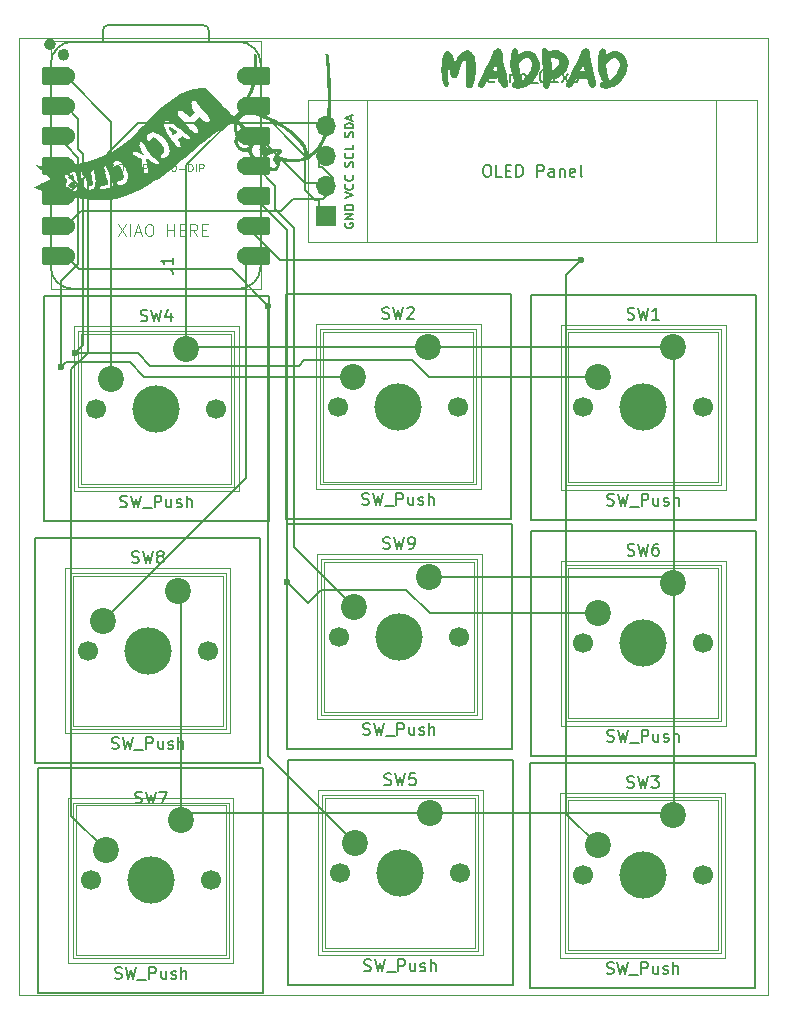
<source format=gbr>
%TF.GenerationSoftware,KiCad,Pcbnew,9.0.7*%
%TF.CreationDate,2026-02-02T14:24:47+05:30*%
%TF.ProjectId,MADPAD,4d414450-4144-42e6-9b69-6361645f7063,rev?*%
%TF.SameCoordinates,Original*%
%TF.FileFunction,Profile,NP*%
%FSLAX46Y46*%
G04 Gerber Fmt 4.6, Leading zero omitted, Abs format (unit mm)*
G04 Created by KiCad (PCBNEW 9.0.7) date 2026-02-02 14:24:47*
%MOMM*%
%LPD*%
G01*
G04 APERTURE LIST*
G04 Aperture macros list*
%AMRoundRect*
0 Rectangle with rounded corners*
0 $1 Rounding radius*
0 $2 $3 $4 $5 $6 $7 $8 $9 X,Y pos of 4 corners*
0 Add a 4 corners polygon primitive as box body*
4,1,4,$2,$3,$4,$5,$6,$7,$8,$9,$2,$3,0*
0 Add four circle primitives for the rounded corners*
1,1,$1+$1,$2,$3*
1,1,$1+$1,$4,$5*
1,1,$1+$1,$6,$7*
1,1,$1+$1,$8,$9*
0 Add four rect primitives between the rounded corners*
20,1,$1+$1,$2,$3,$4,$5,0*
20,1,$1+$1,$4,$5,$6,$7,0*
20,1,$1+$1,$6,$7,$8,$9,0*
20,1,$1+$1,$8,$9,$2,$3,0*%
G04 Aperture macros list end*
%TA.AperFunction,Profile*%
%ADD10C,0.050000*%
%TD*%
%TA.AperFunction,ComponentPad*%
%ADD11C,2.200000*%
%TD*%
%TA.AperFunction,ComponentPad*%
%ADD12R,1.700000X1.700000*%
%TD*%
%TA.AperFunction,ComponentPad*%
%ADD13O,1.700000X1.700000*%
%TD*%
%TA.AperFunction,ComponentPad*%
%ADD14C,1.524000*%
%TD*%
%TA.AperFunction,ViaPad*%
%ADD15C,0.600000*%
%TD*%
%TA.AperFunction,Conductor*%
%ADD16C,0.200000*%
%TD*%
%ADD17C,1.700000*%
%ADD18C,4.000000*%
%ADD19C,2.200000*%
%ADD20R,1.700000X1.700000*%
%ADD21O,1.700000X1.700000*%
%ADD22C,1.524000*%
%ADD23C,0.300000*%
%ADD24C,0.000000*%
%TA.AperFunction,SMDPad,CuDef*%
%ADD25RoundRect,0.152400X1.063600X0.609600X-1.063600X0.609600X-1.063600X-0.609600X1.063600X-0.609600X0*%
%TD*%
%TA.AperFunction,SMDPad,CuDef*%
%ADD26RoundRect,0.152400X-1.063600X-0.609600X1.063600X-0.609600X1.063600X0.609600X-1.063600X0.609600X0*%
%TD*%
%ADD27RoundRect,0.152400X1.063600X0.609600X-1.063600X0.609600X-1.063600X-0.609600X1.063600X-0.609600X0*%
%ADD28RoundRect,0.152400X-1.063600X-0.609600X1.063600X-0.609600X1.063600X0.609600X-1.063600X0.609600X0*%
%ADD29C,0.100000*%
%ADD30C,0.150000*%
%ADD31C,0.120000*%
%ADD32C,0.040000*%
%ADD33C,0.127000*%
%ADD34C,0.504000*%
%ADD35C,0.050000*%
%ADD36C,0.101600*%
G04 APERTURE END LIST*
D10*
X120750000Y-61120000D02*
X184160000Y-61120000D01*
X184160000Y-142140000D01*
X120750000Y-142140000D01*
X120750000Y-61120000D01*
D11*
%TO.P,SW3,1,1*%
%TO.N,GND*%
X176100000Y-126900000D03*
%TO.P,SW3,2,2*%
%TO.N,Net-(U1-GPIO2{slash}SCK)*%
X169750000Y-129440000D03*
%TD*%
D12*
%TO.P,J1,1,Pin_1*%
%TO.N,GND*%
X146720000Y-76180000D03*
D13*
%TO.P,J1,2,Pin_2*%
%TO.N,Net-(J1-Pin_2)*%
X146720000Y-73640000D03*
%TO.P,J1,3,Pin_3*%
%TO.N,Net-(J1-Pin_3)*%
X146720000Y-71100000D03*
%TO.P,J1,4,Pin_4*%
%TO.N,Net-(J1-Pin_4)*%
X146720000Y-68560000D03*
%TD*%
D11*
%TO.P,SW7,1,1*%
%TO.N,GND*%
X134460000Y-127330000D03*
%TO.P,SW7,2,2*%
%TO.N,Net-(U1-GPIO27{slash}ADC1{slash}A1)*%
X128110000Y-129870000D03*
%TD*%
D14*
%TO.P,U1,1,GPIO26/ADC0/A0*%
%TO.N,Net-(U1-GPIO26{slash}ADC0{slash}A0)*%
X124700000Y-64300000D03*
%TO.P,U1,2,GPIO27/ADC1/A1*%
%TO.N,Net-(U1-GPIO27{slash}ADC1{slash}A1)*%
X124700000Y-66840000D03*
%TO.P,U1,3,GPIO28/ADC2/A2*%
%TO.N,Net-(U1-GPIO28{slash}ADC2{slash}A2)*%
X124700000Y-69380000D03*
%TO.P,U1,4,GPIO29/ADC3/A3*%
%TO.N,Net-(U1-GPIO29{slash}ADC3{slash}A3)*%
X124700000Y-71920000D03*
%TO.P,U1,5,GPIO6/SDA*%
%TO.N,Net-(J1-Pin_4)*%
X124700000Y-74460000D03*
%TO.P,U1,6,GPIO7/SCL*%
%TO.N,Net-(J1-Pin_3)*%
X124700000Y-77000000D03*
%TO.P,U1,7,GPIO0/TX*%
%TO.N,Net-(U1-GPIO0{slash}TX)*%
X124700000Y-79540000D03*
%TO.P,U1,8,GPIO1/RX*%
%TO.N,Net-(U1-GPIO1{slash}RX)*%
X139940000Y-79540000D03*
%TO.P,U1,9,GPIO2/SCK*%
%TO.N,Net-(U1-GPIO2{slash}SCK)*%
X139940000Y-77000000D03*
%TO.P,U1,10,GPIO4/MISO*%
%TO.N,Net-(U1-GPIO4{slash}MISO)*%
X139940000Y-74460000D03*
%TO.P,U1,11,GPIO3/MOSI*%
%TO.N,Net-(U1-GPIO3{slash}MOSI)*%
X139940000Y-71920000D03*
%TO.P,U1,12,3V3*%
%TO.N,Net-(J1-Pin_2)*%
X139940000Y-69380000D03*
%TO.P,U1,13,GND*%
%TO.N,GND*%
X139940000Y-66840000D03*
%TO.P,U1,14,VBUS*%
%TO.N,unconnected-(U1-VBUS-Pad14)_1*%
X139940000Y-64300000D03*
%TD*%
D11*
%TO.P,SW8,1,1*%
%TO.N,GND*%
X134200000Y-107870000D03*
%TO.P,SW8,2,2*%
%TO.N,Net-(U1-GPIO1{slash}RX)*%
X127850000Y-110410000D03*
%TD*%
%TO.P,SW6,1,1*%
%TO.N,GND*%
X176140000Y-107250000D03*
%TO.P,SW6,2,2*%
%TO.N,Net-(U1-GPIO4{slash}MISO)*%
X169790000Y-109790000D03*
%TD*%
%TO.P,SW4,1,1*%
%TO.N,GND*%
X134910000Y-87410000D03*
%TO.P,SW4,2,2*%
%TO.N,Net-(U1-GPIO26{slash}ADC0{slash}A0)*%
X128560000Y-89950000D03*
%TD*%
%TO.P,SW2,1,1*%
%TO.N,GND*%
X155390000Y-87200000D03*
%TO.P,SW2,2,2*%
%TO.N,Net-(U1-GPIO29{slash}ADC3{slash}A3)*%
X149040000Y-89740000D03*
%TD*%
%TO.P,SW5,1,1*%
%TO.N,GND*%
X155560000Y-126680000D03*
%TO.P,SW5,2,2*%
%TO.N,Net-(U1-GPIO0{slash}TX)*%
X149210000Y-129220000D03*
%TD*%
%TO.P,SW9,1,1*%
%TO.N,GND*%
X155460000Y-106680000D03*
%TO.P,SW9,2,2*%
%TO.N,Net-(U1-GPIO3{slash}MOSI)*%
X149110000Y-109220000D03*
%TD*%
%TO.P,SW1,1,1*%
%TO.N,GND*%
X176140000Y-87260000D03*
%TO.P,SW1,2,2*%
%TO.N,Net-(U1-GPIO28{slash}ADC2{slash}A2)*%
X169790000Y-89800000D03*
%TD*%
D15*
%TO.N,Net-(U1-GPIO28{slash}ADC2{slash}A2)*%
X125449400Y-87777800D03*
%TO.N,Net-(U1-GPIO29{slash}ADC3{slash}A3)*%
X124308800Y-88951700D03*
%TO.N,Net-(U1-GPIO2{slash}SCK)*%
X168358100Y-79872800D03*
%TO.N,Net-(U1-GPIO0{slash}TX)*%
X141840700Y-83730300D03*
%TO.N,Net-(U1-GPIO4{slash}MISO)*%
X143479500Y-107133400D03*
%TD*%
D16*
%TO.N,Net-(J1-Pin_2)*%
X144973300Y-73395000D02*
X140958300Y-69380000D01*
X140958300Y-69380000D02*
X139940000Y-69380000D01*
X146125000Y-73395000D02*
X144973300Y-73395000D01*
%TO.N,GND*%
X176140000Y-107250000D02*
X175570000Y-106680000D01*
X155390000Y-87200000D02*
X135120000Y-87200000D01*
X135120000Y-87200000D02*
X134910000Y-87410000D01*
X135110000Y-126680000D02*
X134460000Y-127330000D01*
X175880000Y-126680000D02*
X155560000Y-126680000D01*
X175570000Y-106680000D02*
X155460000Y-106680000D01*
X155450000Y-87260000D02*
X155390000Y-87200000D01*
X155560000Y-126680000D02*
X135110000Y-126680000D01*
X176140000Y-87260000D02*
X155450000Y-87260000D01*
X176100000Y-126900000D02*
X175880000Y-126680000D01*
%TO.N,Net-(J1-Pin_4)*%
X124700000Y-74460000D02*
X130845000Y-68315000D01*
X130845000Y-68315000D02*
X146125000Y-68315000D01*
%TO.N,Net-(J1-Pin_3)*%
X146393500Y-72006700D02*
X146125000Y-72006700D01*
X146125000Y-70855000D02*
X146125000Y-72006700D01*
X142921200Y-75730000D02*
X143945200Y-74706000D01*
X147325700Y-73886400D02*
X147325700Y-72938900D01*
X125970000Y-75730000D02*
X142921200Y-75730000D01*
X124700000Y-77000000D02*
X125970000Y-75730000D01*
X146506100Y-74706000D02*
X147325700Y-73886400D01*
X147325700Y-72938900D02*
X146393500Y-72006700D01*
X143945200Y-74706000D02*
X146506100Y-74706000D01*
%TO.N,Net-(U1-GPIO28{slash}ADC2{slash}A2)*%
X144912500Y-88338300D02*
X144436700Y-88814100D01*
X130827800Y-87777800D02*
X125449400Y-87777800D01*
X125449400Y-87777800D02*
X125361800Y-87690200D01*
X169790000Y-89800000D02*
X155450000Y-89800000D01*
X125361800Y-87690200D02*
X125449400Y-87777800D01*
X131864100Y-88814100D02*
X130827800Y-87777800D01*
X153988300Y-88338300D02*
X144912500Y-88338300D01*
X155450000Y-89800000D02*
X153988300Y-88338300D01*
X144436700Y-88814100D02*
X131864100Y-88814100D01*
%TO.N,Net-(U1-GPIO29{slash}ADC3{slash}A3)*%
X124308800Y-88381200D02*
X124308800Y-88951700D01*
X124308800Y-88951700D02*
X124712200Y-88548300D01*
X131296400Y-89740000D02*
X149040000Y-89740000D01*
X130104700Y-88548300D02*
X131296400Y-89740000D01*
X124308800Y-88951700D02*
X124308800Y-88381200D01*
X124712200Y-88548300D02*
X130104700Y-88548300D01*
%TO.N,Net-(U1-GPIO2{slash}SCK)*%
X168358100Y-79872800D02*
X142812800Y-79872800D01*
X142812800Y-79872800D02*
X139940000Y-77000000D01*
%TO.N,Net-(U1-GPIO0{slash}TX)*%
X125805200Y-80645200D02*
X124700000Y-79540000D01*
X138755600Y-80645200D02*
X141840700Y-83730300D01*
X138755600Y-80645200D02*
X125805200Y-80645200D01*
%TO.N,Net-(U1-GPIO4{slash}MISO)*%
X169790000Y-109790000D02*
X155510500Y-109790000D01*
X145226900Y-108880800D02*
X143479500Y-107133400D01*
X143579600Y-107233500D02*
X143479500Y-107133400D01*
X146310100Y-107797600D02*
X145226900Y-108880800D01*
X153518100Y-107797600D02*
X146310100Y-107797600D01*
X155510500Y-109790000D02*
X153518100Y-107797600D01*
X143479500Y-107133400D02*
X143579600Y-107233500D01*
%TD*%
D17*
%TO.C,SW3*%
X168480000Y-131980000D03*
D18*
X173560000Y-131980000D03*
D17*
X178640000Y-131980000D03*
D19*
X176100000Y-126900000D03*
X169750000Y-129440000D03*
%TD*%
D20*
%TO.C,J1*%
X146720000Y-76180000D03*
D21*
X146720000Y-73640000D03*
X146720000Y-71100000D03*
X146720000Y-68560000D03*
%TD*%
D17*
%TO.C,SW7*%
X126840000Y-132410000D03*
D18*
X131920000Y-132410000D03*
D17*
X137000000Y-132410000D03*
D19*
X134460000Y-127330000D03*
X128110000Y-129870000D03*
%TD*%
D22*
%TO.C,U1*%
X124700000Y-64300000D03*
X124700000Y-66840000D03*
X124700000Y-69380000D03*
X124700000Y-71920000D03*
X124700000Y-74460000D03*
X124700000Y-77000000D03*
X124700000Y-79540000D03*
X139940000Y-79540000D03*
X139940000Y-77000000D03*
X139940000Y-74460000D03*
X139940000Y-71920000D03*
X139940000Y-69380000D03*
X139940000Y-66840000D03*
X139940000Y-64300000D03*
%TD*%
D17*
%TO.C,SW8*%
X126580000Y-112950000D03*
D18*
X131660000Y-112950000D03*
D17*
X136740000Y-112950000D03*
D19*
X134200000Y-107870000D03*
X127850000Y-110410000D03*
%TD*%
D17*
%TO.C,SW6*%
X168520000Y-112330000D03*
D18*
X173600000Y-112330000D03*
D17*
X178680000Y-112330000D03*
D19*
X176140000Y-107250000D03*
X169790000Y-109790000D03*
%TD*%
D17*
%TO.C,SW4*%
X127290000Y-92490000D03*
D18*
X132370000Y-92490000D03*
D17*
X137450000Y-92490000D03*
D19*
X134910000Y-87410000D03*
X128560000Y-89950000D03*
%TD*%
D17*
%TO.C,SW2*%
X147770000Y-92280000D03*
D18*
X152850000Y-92280000D03*
D17*
X157930000Y-92280000D03*
D19*
X155390000Y-87200000D03*
X149040000Y-89740000D03*
%TD*%
D17*
%TO.C,SW5*%
X147940000Y-131760000D03*
D18*
X153020000Y-131760000D03*
D17*
X158100000Y-131760000D03*
D19*
X155560000Y-126680000D03*
X149210000Y-129220000D03*
%TD*%
D17*
%TO.C,SW9*%
X147840000Y-111760000D03*
D18*
X152920000Y-111760000D03*
D17*
X158000000Y-111760000D03*
D19*
X155460000Y-106680000D03*
X149110000Y-109220000D03*
%TD*%
D17*
%TO.C,SW1*%
X168520000Y-92340000D03*
D18*
X173600000Y-92340000D03*
D17*
X178680000Y-92340000D03*
D19*
X176140000Y-87260000D03*
X169790000Y-89800000D03*
%TD*%
D23*
X134620000Y-70085471D02*
X134548571Y-70156900D01*
X134548571Y-70156900D02*
X134620000Y-70228328D01*
X134620000Y-70228328D02*
X134691428Y-70156900D01*
X134691428Y-70156900D02*
X134620000Y-70085471D01*
X134620000Y-70085471D02*
X134620000Y-70228328D01*
D24*
%TO.C,.*%
G36*
X125498310Y-73515636D02*
G01*
X125517405Y-73606216D01*
X125539831Y-73718201D01*
X125548572Y-73770446D01*
X125533306Y-73777802D01*
X125451198Y-73787212D01*
X125321786Y-73790892D01*
X125187313Y-73778832D01*
X125033762Y-73722726D01*
X124941494Y-73635581D01*
X124913260Y-73533803D01*
X124951811Y-73433793D01*
X125059895Y-73351955D01*
X125240265Y-73304692D01*
X125448048Y-73281272D01*
X125498310Y-73515636D01*
G37*
G36*
X125353681Y-72656979D02*
G01*
X125384259Y-72753880D01*
X125403665Y-72874308D01*
X125412500Y-72980133D01*
X125410468Y-72996494D01*
X125358103Y-73049247D01*
X125255869Y-73067192D01*
X125131911Y-73049306D01*
X125014378Y-72994570D01*
X124949379Y-72930162D01*
X124912206Y-72826660D01*
X124938442Y-72734100D01*
X125026965Y-72680507D01*
X125113152Y-72662658D01*
X125248187Y-72634817D01*
X125300428Y-72628523D01*
X125353681Y-72656979D01*
G37*
G36*
X133500568Y-68575433D02*
G01*
X133575993Y-68604282D01*
X133691833Y-68666853D01*
X133828206Y-68750060D01*
X133965230Y-68840815D01*
X134083020Y-68926033D01*
X134161695Y-68992625D01*
X134181372Y-69027506D01*
X134161990Y-69042915D01*
X134078932Y-69102297D01*
X133964447Y-69179895D01*
X133909788Y-69216261D01*
X133836699Y-69257391D01*
X133782194Y-69259147D01*
X133730746Y-69211477D01*
X133666828Y-69104323D01*
X133574916Y-68927632D01*
X133568915Y-68916005D01*
X133486639Y-68747610D01*
X133448622Y-68643115D01*
X133451923Y-68589769D01*
X133493604Y-68574821D01*
X133500568Y-68575433D01*
G37*
G36*
X136845099Y-69520842D02*
G01*
X136418287Y-69855780D01*
X135932802Y-70250783D01*
X135507807Y-70606152D01*
X135386878Y-70707270D01*
X134778750Y-71226660D01*
X134570437Y-71405497D01*
X134328524Y-71609960D01*
X134097954Y-71804836D01*
X133672871Y-72153294D01*
X133282872Y-72459891D01*
X132915642Y-72733648D01*
X132660159Y-72912624D01*
X132558865Y-72983584D01*
X132200225Y-73218719D01*
X131827407Y-73448073D01*
X131621598Y-73567954D01*
X131428094Y-73680667D01*
X131174770Y-73822008D01*
X130556588Y-74139264D01*
X129982704Y-74390558D01*
X129444006Y-74579246D01*
X128931381Y-74708680D01*
X128435716Y-74782218D01*
X127842558Y-74816043D01*
X127114677Y-74807054D01*
X126332996Y-74749436D01*
X125508799Y-74644368D01*
X124653369Y-74493026D01*
X123777990Y-74296585D01*
X123685986Y-74273533D01*
X123386945Y-74195662D01*
X123086367Y-74113457D01*
X122797016Y-74030792D01*
X122531654Y-73951542D01*
X122303044Y-73879584D01*
X122123949Y-73818793D01*
X122007133Y-73773042D01*
X121965358Y-73746209D01*
X121997099Y-73723301D01*
X122099593Y-73668775D01*
X122260102Y-73589938D01*
X122465438Y-73493249D01*
X122702411Y-73385169D01*
X122912845Y-73289871D01*
X123129164Y-73190195D01*
X123304859Y-73107347D01*
X123425833Y-73047988D01*
X123477990Y-73018776D01*
X123478355Y-73018381D01*
X123454835Y-72978886D01*
X123370392Y-72893229D01*
X123235307Y-72770744D01*
X123137739Y-72687338D01*
X124636367Y-72687338D01*
X124655032Y-72844721D01*
X124760298Y-73018057D01*
X124782172Y-73044280D01*
X124841775Y-73127392D01*
X124847480Y-73182406D01*
X124805655Y-73240555D01*
X124803069Y-73243500D01*
X124750969Y-73359975D01*
X124732143Y-73535826D01*
X124733936Y-73585087D01*
X124786714Y-73777248D01*
X124910256Y-73913368D01*
X125101315Y-73989459D01*
X125260910Y-74011955D01*
X125459634Y-74012911D01*
X125623333Y-73983590D01*
X125734120Y-73927726D01*
X125774108Y-73849050D01*
X125769735Y-73784849D01*
X125754540Y-73645951D01*
X125731176Y-73461795D01*
X125702450Y-73251702D01*
X125671165Y-73034992D01*
X125640128Y-72830986D01*
X125612144Y-72659004D01*
X125602515Y-72606506D01*
X125997196Y-72606506D01*
X126023763Y-72843875D01*
X126092713Y-73143221D01*
X126158416Y-73357455D01*
X126260178Y-73596907D01*
X126377787Y-73768621D01*
X126474455Y-73849050D01*
X126518998Y-73886110D01*
X126593390Y-73929582D01*
X126685563Y-73964004D01*
X126774648Y-73952364D01*
X126901853Y-73895696D01*
X126925114Y-73883835D01*
X126998616Y-73831897D01*
X127564275Y-73831897D01*
X127583675Y-73848570D01*
X127678485Y-73871918D01*
X127818936Y-73873096D01*
X127975179Y-73850735D01*
X128182910Y-73802255D01*
X128416182Y-73741403D01*
X128578132Y-73690230D01*
X128659684Y-73651379D01*
X128675857Y-73631222D01*
X128684495Y-73567954D01*
X128663229Y-73456208D01*
X128609689Y-73278305D01*
X128581707Y-73191343D01*
X128512288Y-72971551D01*
X128435079Y-72723134D01*
X128362206Y-72484959D01*
X128328933Y-72379360D01*
X128235632Y-72129226D01*
X128151700Y-71967946D01*
X128662808Y-71967946D01*
X128668611Y-71987999D01*
X128713361Y-72056678D01*
X128783265Y-72045488D01*
X128886294Y-71953928D01*
X128911602Y-71928161D01*
X129032795Y-71852891D01*
X129159835Y-71861896D01*
X129306476Y-71955218D01*
X129378680Y-72029515D01*
X129497157Y-72227188D01*
X129576101Y-72470422D01*
X129604796Y-72731342D01*
X129597425Y-72858294D01*
X129545438Y-73022485D01*
X129434634Y-73128143D01*
X129254433Y-73189088D01*
X129173260Y-73208734D01*
X129073783Y-73259731D01*
X129059985Y-73330058D01*
X129128951Y-73425200D01*
X129234141Y-73492414D01*
X129405729Y-73511474D01*
X129608036Y-73455135D01*
X129796328Y-73328191D01*
X129916714Y-73145255D01*
X129965265Y-72912624D01*
X129939733Y-72635857D01*
X129891294Y-72447576D01*
X129777194Y-72151249D01*
X129631958Y-71900312D01*
X129463933Y-71703706D01*
X129281466Y-71570371D01*
X129092904Y-71509247D01*
X128906594Y-71529276D01*
X128836632Y-71567336D01*
X128731654Y-71682458D01*
X128667019Y-71828040D01*
X128662808Y-71967946D01*
X128151700Y-71967946D01*
X128146611Y-71958168D01*
X128064078Y-71869847D01*
X127990239Y-71867923D01*
X127964839Y-71909876D01*
X127954922Y-72029053D01*
X127971634Y-72203693D01*
X128012216Y-72416606D01*
X128073911Y-72650603D01*
X128153961Y-72888495D01*
X128197349Y-73006479D01*
X128257852Y-73182867D01*
X128268276Y-73217197D01*
X128299470Y-73319936D01*
X128315034Y-73395140D01*
X128310862Y-73421231D01*
X128246376Y-73491770D01*
X128100396Y-73553252D01*
X127868374Y-73607842D01*
X127773193Y-73631262D01*
X127639808Y-73689950D01*
X127564913Y-73760701D01*
X127564275Y-73831897D01*
X126998616Y-73831897D01*
X127072503Y-73779687D01*
X127169743Y-73642261D01*
X127220597Y-73458962D01*
X127228832Y-73217197D01*
X127198211Y-72904374D01*
X127168037Y-72703406D01*
X127115574Y-72433847D01*
X127060094Y-72250155D01*
X127000176Y-72149287D01*
X126934396Y-72128198D01*
X126861331Y-72183844D01*
X126845043Y-72206390D01*
X126830082Y-72245736D01*
X126825477Y-72306290D01*
X126832390Y-72401664D01*
X126851984Y-72545467D01*
X126885423Y-72751311D01*
X126933868Y-73032805D01*
X126942451Y-73082290D01*
X126973377Y-73269885D01*
X126987655Y-73392333D01*
X126985092Y-73469529D01*
X126965494Y-73521369D01*
X126928669Y-73567748D01*
X126851952Y-73624025D01*
X126753039Y-73645478D01*
X126745304Y-73643921D01*
X126662469Y-73583110D01*
X126572449Y-73451170D01*
X126483250Y-73264586D01*
X126402873Y-73039840D01*
X126339322Y-72793412D01*
X126333155Y-72764421D01*
X126270375Y-72530650D01*
X126202809Y-72383916D01*
X126131243Y-72325433D01*
X126056465Y-72356417D01*
X126013306Y-72437488D01*
X125997196Y-72606506D01*
X125602515Y-72606506D01*
X125590017Y-72538368D01*
X125576553Y-72488397D01*
X125542383Y-72469131D01*
X125431464Y-72439622D01*
X125282648Y-72417847D01*
X125129176Y-72408090D01*
X125004286Y-72414636D01*
X124843272Y-72458932D01*
X124700411Y-72555533D01*
X124636367Y-72687338D01*
X123137739Y-72687338D01*
X123059859Y-72620762D01*
X122854330Y-72452616D01*
X122852317Y-72451002D01*
X122644157Y-72281938D01*
X122462996Y-72130764D01*
X122319898Y-72007046D01*
X122225926Y-71920345D01*
X122192143Y-71880224D01*
X122226689Y-71860871D01*
X122316875Y-71873689D01*
X122356385Y-71879839D01*
X122484949Y-71888788D01*
X122680970Y-71896197D01*
X122930088Y-71901692D01*
X123217944Y-71904895D01*
X123530179Y-71905432D01*
X123555081Y-71905355D01*
X123945227Y-71902331D01*
X124265867Y-71895307D01*
X124537021Y-71883101D01*
X124778707Y-71864529D01*
X125010944Y-71838408D01*
X125253750Y-71803554D01*
X126122432Y-71637359D01*
X127007686Y-71394568D01*
X127836204Y-71085110D01*
X128471190Y-70775850D01*
X130372375Y-70775850D01*
X130383404Y-70870132D01*
X130474097Y-70976254D01*
X130635641Y-71086627D01*
X130859224Y-71193661D01*
X130909025Y-71214153D01*
X131047215Y-71275632D01*
X131121238Y-71323438D01*
X131147621Y-71371578D01*
X131142892Y-71434059D01*
X131135036Y-71539610D01*
X131144991Y-71715563D01*
X131171616Y-71917132D01*
X131210027Y-72115246D01*
X131255337Y-72280832D01*
X131302663Y-72384821D01*
X131327401Y-72415725D01*
X131439738Y-72499399D01*
X131550157Y-72501923D01*
X131643127Y-72421618D01*
X131643665Y-72420785D01*
X131672025Y-72365595D01*
X131683291Y-72300182D01*
X131675999Y-72205162D01*
X131648685Y-72061148D01*
X131599887Y-71848757D01*
X131566122Y-71698576D01*
X131532298Y-71524419D01*
X131514121Y-71397634D01*
X131514963Y-71338489D01*
X131523125Y-71327185D01*
X131600746Y-71296684D01*
X131709883Y-71334872D01*
X131833390Y-71436475D01*
X131984027Y-71569650D01*
X132161498Y-71676666D01*
X132332053Y-71734852D01*
X132477503Y-71738250D01*
X132579661Y-71680903D01*
X132594264Y-71659894D01*
X132598005Y-71609960D01*
X132550322Y-71543803D01*
X132440302Y-71442778D01*
X132217655Y-71247997D01*
X132013443Y-71058380D01*
X131853933Y-70892371D01*
X131724337Y-70733136D01*
X131609868Y-70563847D01*
X131495738Y-70367671D01*
X131392966Y-70188950D01*
X131267953Y-70001594D01*
X131166159Y-69894644D01*
X131083017Y-69865231D01*
X131013956Y-69910483D01*
X130954409Y-70027530D01*
X130939195Y-70098370D01*
X130959402Y-70261468D01*
X131044338Y-70471030D01*
X131196131Y-70733275D01*
X131231809Y-70789889D01*
X131296582Y-70903689D01*
X131311021Y-70956710D01*
X131278279Y-70957558D01*
X131166648Y-70914381D01*
X130946562Y-70837848D01*
X130735770Y-70773784D01*
X130571283Y-70733895D01*
X130496762Y-70722652D01*
X130412328Y-70729026D01*
X130372777Y-70774784D01*
X130372375Y-70775850D01*
X128471190Y-70775850D01*
X128612453Y-70707050D01*
X129340901Y-70258455D01*
X130026014Y-69737390D01*
X130157429Y-69620807D01*
X130284270Y-69499341D01*
X131581072Y-69499341D01*
X131581675Y-69520471D01*
X131613644Y-69656323D01*
X131681447Y-69758893D01*
X131767270Y-69799464D01*
X131778934Y-69795698D01*
X131835858Y-69740604D01*
X131904582Y-69640714D01*
X131928204Y-69603230D01*
X132025977Y-69505660D01*
X132143006Y-69488222D01*
X132297699Y-69546505D01*
X132433489Y-69641967D01*
X132594243Y-69790927D01*
X132755101Y-69967024D01*
X132892740Y-70144699D01*
X132983836Y-70298392D01*
X132991868Y-70316451D01*
X133063777Y-70530787D01*
X133065397Y-70697404D01*
X132994169Y-70828252D01*
X132847535Y-70935285D01*
X132839438Y-70939886D01*
X132770947Y-71023187D01*
X132773856Y-71123302D01*
X132848090Y-71203939D01*
X132909974Y-71229238D01*
X133027940Y-71250892D01*
X133065251Y-71245484D01*
X133183754Y-71185565D01*
X133309388Y-71078675D01*
X133416641Y-70949073D01*
X133480002Y-70821020D01*
X133500110Y-70606152D01*
X133453465Y-70352058D01*
X133347525Y-70084532D01*
X133192754Y-69818917D01*
X132999611Y-69570555D01*
X132778559Y-69354791D01*
X132540059Y-69186967D01*
X132294574Y-69082427D01*
X132089259Y-69060148D01*
X131894880Y-69101105D01*
X131732966Y-69195215D01*
X131622151Y-69331591D01*
X131581072Y-69499341D01*
X130284270Y-69499341D01*
X130359747Y-69427063D01*
X130585829Y-69198651D01*
X130816521Y-68955011D01*
X131032670Y-68715585D01*
X131208844Y-68517179D01*
X131464304Y-68246737D01*
X133050483Y-68246737D01*
X133055311Y-68424700D01*
X133120474Y-68664649D01*
X133191801Y-68841708D01*
X133309627Y-69082136D01*
X133452766Y-69338218D01*
X133610587Y-69593653D01*
X133772457Y-69832142D01*
X133927744Y-70037384D01*
X134065815Y-70193078D01*
X134176038Y-70282924D01*
X134268567Y-70322542D01*
X134412482Y-70337679D01*
X134520215Y-70289321D01*
X134547979Y-70259035D01*
X134566881Y-70214308D01*
X134548736Y-70156950D01*
X134485851Y-70068528D01*
X134370536Y-69930610D01*
X134366652Y-69926055D01*
X134265638Y-69803554D01*
X134193786Y-69708950D01*
X134166429Y-69662391D01*
X134183115Y-69641926D01*
X134260024Y-69586810D01*
X134378310Y-69516771D01*
X134590191Y-69400252D01*
X134757697Y-69511102D01*
X134794401Y-69533783D01*
X134934784Y-69600056D01*
X135056084Y-69631333D01*
X135118011Y-69632705D01*
X135174456Y-69605573D01*
X135186965Y-69520004D01*
X135183631Y-69490713D01*
X135160436Y-69438491D01*
X135107630Y-69372981D01*
X135016491Y-69286130D01*
X134878300Y-69169880D01*
X134684337Y-69016178D01*
X134425880Y-68816969D01*
X134236822Y-68673005D01*
X133952542Y-68460660D01*
X133725723Y-68298508D01*
X133548331Y-68181786D01*
X133412326Y-68105729D01*
X133309672Y-68065574D01*
X133232333Y-68056557D01*
X133172270Y-68073913D01*
X133106536Y-68124519D01*
X133050483Y-68246737D01*
X131464304Y-68246737D01*
X131875064Y-67811887D01*
X132274692Y-67433027D01*
X134181682Y-67433027D01*
X134241341Y-67563163D01*
X134363578Y-67742063D01*
X134450950Y-67856521D01*
X134614988Y-68059671D01*
X134797109Y-68274308D01*
X134984849Y-68486716D01*
X135165744Y-68683179D01*
X135327331Y-68849981D01*
X135457145Y-68973404D01*
X135542724Y-69039732D01*
X135659303Y-69095032D01*
X135786204Y-69114198D01*
X135880929Y-69064678D01*
X135907779Y-69032547D01*
X135929744Y-68962005D01*
X135906940Y-68868724D01*
X135834232Y-68737656D01*
X135706480Y-68553756D01*
X135477603Y-68239811D01*
X135724770Y-67992644D01*
X135971937Y-67745477D01*
X136242310Y-67957894D01*
X136427150Y-68087417D01*
X136624933Y-68181595D01*
X136784564Y-68201960D01*
X136900937Y-68147048D01*
X136929158Y-68111993D01*
X136947943Y-68042636D01*
X136941908Y-68019700D01*
X139375207Y-68019700D01*
X139398781Y-68042636D01*
X139775729Y-68409388D01*
X139804983Y-68437800D01*
X139971679Y-68595997D01*
X140093098Y-68700776D01*
X140184438Y-68762711D01*
X140260896Y-68792375D01*
X140337671Y-68800342D01*
X140386997Y-68802172D01*
X140546992Y-68840314D01*
X140568310Y-68862053D01*
X140631656Y-68926652D01*
X140639410Y-69059827D01*
X140636339Y-69086107D01*
X140631916Y-69123961D01*
X140649420Y-69199230D01*
X140710041Y-69285531D01*
X140826705Y-69406812D01*
X140886636Y-69465437D01*
X140986562Y-69553089D01*
X141073941Y-69598455D01*
X141183192Y-69615461D01*
X141348737Y-69618035D01*
X141507947Y-69623889D01*
X141654812Y-69640835D01*
X141744054Y-69664988D01*
X141765236Y-69678530D01*
X141823469Y-69772379D01*
X141823430Y-69772992D01*
X141815354Y-69900041D01*
X141814017Y-69902535D01*
X141741072Y-70038626D01*
X141738305Y-70042163D01*
X141676097Y-70133978D01*
X141650358Y-70195902D01*
X141663190Y-70221590D01*
X141729652Y-70294110D01*
X141833782Y-70385257D01*
X141895214Y-70433438D01*
X141989972Y-70493454D01*
X142066614Y-70506837D01*
X142158050Y-70483562D01*
X142281152Y-70455542D01*
X142459336Y-70438689D01*
X142647926Y-70437322D01*
X142813677Y-70451533D01*
X142923339Y-70481417D01*
X142957977Y-70505321D01*
X142978536Y-70547857D01*
X143005882Y-70604433D01*
X142988763Y-70689482D01*
X142982829Y-70718964D01*
X142977669Y-70744597D01*
X142873925Y-70920584D01*
X142736777Y-71107076D01*
X142886999Y-71156653D01*
X142896464Y-71159692D01*
X143022738Y-71193777D01*
X143199287Y-71234577D01*
X143390993Y-71273919D01*
X143601751Y-71306041D01*
X143861228Y-71331304D01*
X144092294Y-71340611D01*
X144213197Y-71337267D01*
X144499258Y-71296041D01*
X144708098Y-71207603D01*
X144840092Y-71071624D01*
X144895613Y-70887776D01*
X144875038Y-70655732D01*
X144874581Y-70653740D01*
X144765140Y-70356957D01*
X144572927Y-70044716D01*
X144303524Y-69721926D01*
X143962511Y-69393498D01*
X143555470Y-69064338D01*
X143087980Y-68739357D01*
X142565623Y-68423463D01*
X141993979Y-68121565D01*
X141862479Y-68057242D01*
X141522966Y-67898414D01*
X141236418Y-67778058D01*
X140984651Y-67689545D01*
X140749481Y-67626244D01*
X140512725Y-67581527D01*
X140480138Y-67576682D01*
X140181452Y-67556250D01*
X139935982Y-67593374D01*
X139724122Y-67693644D01*
X139526264Y-67862645D01*
X139375207Y-68019700D01*
X136941908Y-68019700D01*
X136924261Y-67952633D01*
X136852579Y-67831223D01*
X136727363Y-67667647D01*
X136543081Y-67451144D01*
X136441713Y-67333104D01*
X136264571Y-67118847D01*
X136096732Y-66907297D01*
X135964069Y-66730649D01*
X135841003Y-66566357D01*
X135716847Y-66427436D01*
X135615416Y-66355630D01*
X135525700Y-66343712D01*
X135436691Y-66384457D01*
X135399445Y-66413848D01*
X135360586Y-66471990D01*
X135347965Y-66563712D01*
X135354640Y-66717159D01*
X135356993Y-66746110D01*
X135402005Y-66974030D01*
X135499911Y-67170003D01*
X135626233Y-67360889D01*
X135431173Y-67559641D01*
X135338714Y-67650817D01*
X135252845Y-67728518D01*
X135209576Y-67758392D01*
X135204692Y-67756848D01*
X135146910Y-67717785D01*
X135043467Y-67636786D01*
X134912859Y-67528199D01*
X134897899Y-67515515D01*
X134748988Y-67395032D01*
X134611856Y-67293029D01*
X134514491Y-67230426D01*
X134442517Y-67196509D01*
X134364558Y-67189311D01*
X134276366Y-67234879D01*
X134240162Y-67261250D01*
X134182117Y-67337206D01*
X134181682Y-67433027D01*
X132274692Y-67433027D01*
X132527330Y-67193518D01*
X133165181Y-66662379D01*
X133788157Y-66218777D01*
X134395795Y-65863020D01*
X134987636Y-65595414D01*
X135563218Y-65416266D01*
X136122080Y-65325884D01*
X136471355Y-65296755D01*
X137666124Y-66454467D01*
X137930854Y-66710500D01*
X138195697Y-66965642D01*
X138437465Y-67197548D01*
X138647768Y-67398213D01*
X138818217Y-67559635D01*
X138940422Y-67673808D01*
X139005994Y-67732731D01*
X139151094Y-67853282D01*
X139202782Y-67658427D01*
X139252388Y-67504543D01*
X139362705Y-67237207D01*
X139517787Y-66913038D01*
X139712913Y-66541759D01*
X139943363Y-66133094D01*
X139946624Y-66127482D01*
X140137432Y-65783992D01*
X140289641Y-65470401D01*
X140407266Y-65169566D01*
X140494324Y-64864343D01*
X140554831Y-64537587D01*
X140592802Y-64172157D01*
X140612255Y-63750908D01*
X140617205Y-63256696D01*
X140615679Y-62406250D01*
X140743613Y-62406250D01*
X140796112Y-62408024D01*
X140841021Y-62425371D01*
X140868352Y-62476980D01*
X140886664Y-62581546D01*
X140904513Y-62757767D01*
X140908991Y-62812361D01*
X140919279Y-63085993D01*
X140917184Y-63415113D01*
X140904009Y-63772216D01*
X140881052Y-64129794D01*
X140849613Y-64460339D01*
X140810993Y-64736345D01*
X140798417Y-64805975D01*
X140734270Y-65094911D01*
X140650267Y-65365317D01*
X140537403Y-65639691D01*
X140386675Y-65940532D01*
X140189078Y-66290340D01*
X140151651Y-66354326D01*
X140018654Y-66584728D01*
X139894751Y-66803637D01*
X139792382Y-66988905D01*
X139723988Y-67118382D01*
X139601344Y-67362835D01*
X139707369Y-67328059D01*
X139727901Y-67322555D01*
X139843484Y-67303722D01*
X140011994Y-67285813D01*
X140204616Y-67272071D01*
X140225794Y-67270965D01*
X140480916Y-67267687D01*
X140699620Y-67290065D01*
X140930330Y-67342818D01*
X141423033Y-67505998D01*
X141953196Y-67731731D01*
X142496525Y-68007064D01*
X143032729Y-68320143D01*
X143541518Y-68659116D01*
X144002604Y-69012128D01*
X144395697Y-69367328D01*
X144458507Y-69430778D01*
X144722278Y-69717532D01*
X144918106Y-69973344D01*
X145053940Y-70211661D01*
X145137730Y-70445928D01*
X145177424Y-70689590D01*
X145191142Y-70829670D01*
X145199624Y-70887776D01*
X145206880Y-70937484D01*
X145220270Y-70978750D01*
X145232472Y-70976277D01*
X145310571Y-70933249D01*
X145427710Y-70849391D01*
X145562866Y-70741293D01*
X145695016Y-70625549D01*
X145803138Y-70518747D01*
X146038081Y-70238177D01*
X146304104Y-69829288D01*
X146512005Y-69378808D01*
X146667548Y-68873597D01*
X146776500Y-68300518D01*
X146794741Y-68159539D01*
X146831929Y-67755186D01*
X146858298Y-67280592D01*
X146874033Y-66749834D01*
X146879320Y-66176990D01*
X146874345Y-65576134D01*
X146859292Y-64961345D01*
X146834346Y-64346698D01*
X146799695Y-63746269D01*
X146755521Y-63174136D01*
X146702012Y-62644375D01*
X146674548Y-62406250D01*
X146812242Y-62406250D01*
X146833103Y-62406192D01*
X146878445Y-62408708D01*
X146914436Y-62422903D01*
X146943130Y-62458622D01*
X146966577Y-62525709D01*
X146986830Y-62634010D01*
X147005941Y-62793369D01*
X147025962Y-63013632D01*
X147048944Y-63304644D01*
X147076940Y-63676250D01*
X147087961Y-63833384D01*
X147111034Y-64245117D01*
X147129481Y-64696784D01*
X147143223Y-65173885D01*
X147152180Y-65661922D01*
X147156269Y-66146396D01*
X147155413Y-66612808D01*
X147149529Y-67046659D01*
X147138539Y-67433450D01*
X147122362Y-67758682D01*
X147100917Y-68007857D01*
X147096237Y-68047388D01*
X147023558Y-68551596D01*
X146933859Y-68983019D01*
X146823244Y-69357527D01*
X146687818Y-69690994D01*
X146669027Y-69730647D01*
X146387649Y-70233698D01*
X146061452Y-70659406D01*
X145686988Y-71011049D01*
X145260810Y-71291905D01*
X144779467Y-71505252D01*
X144696561Y-71532435D01*
X144283705Y-71612432D01*
X143820771Y-71618298D01*
X143309655Y-71549975D01*
X143098157Y-71514242D01*
X142958864Y-71510830D01*
X142877378Y-71546063D01*
X142839153Y-71626231D01*
X142829643Y-71757627D01*
X142828683Y-71797402D01*
X142779423Y-72022590D01*
X142661590Y-72193442D01*
X142483530Y-72301540D01*
X142253592Y-72338468D01*
X142114634Y-72323751D01*
X141873837Y-72237306D01*
X141656548Y-72088175D01*
X141484914Y-71893332D01*
X141381081Y-71669752D01*
X141365866Y-71615203D01*
X141329947Y-71535337D01*
X141268582Y-71509262D01*
X141149458Y-71515449D01*
X140935395Y-71502986D01*
X140694247Y-71417901D01*
X140596464Y-71351944D01*
X141634436Y-71351944D01*
X141648333Y-71560872D01*
X141731764Y-71738554D01*
X141883903Y-71906495D01*
X142072864Y-72019078D01*
X142212054Y-72058947D01*
X142351721Y-72051904D01*
X142466786Y-71976607D01*
X142477497Y-71965579D01*
X142548511Y-71846972D01*
X142530010Y-71733556D01*
X142421429Y-71620921D01*
X142319698Y-71511303D01*
X142285467Y-71370501D01*
X142325798Y-71195232D01*
X142440939Y-70977259D01*
X142515126Y-70855807D01*
X142568772Y-70759959D01*
X142584977Y-70718964D01*
X142549813Y-70721456D01*
X142448583Y-70742129D01*
X142306432Y-70776966D01*
X142071194Y-70859510D01*
X141852121Y-70993814D01*
X141704450Y-71160441D01*
X141634436Y-71351944D01*
X140596464Y-71351944D01*
X140477363Y-71271608D01*
X140306229Y-71079082D01*
X140202327Y-70855298D01*
X140186732Y-70799358D01*
X140150666Y-70718989D01*
X140089274Y-70692810D01*
X139970172Y-70699021D01*
X139758524Y-70689172D01*
X139516832Y-70605678D01*
X139415507Y-70535515D01*
X140455151Y-70535515D01*
X140469047Y-70744443D01*
X140552478Y-70922126D01*
X140704617Y-71090067D01*
X140893578Y-71202650D01*
X141032769Y-71242519D01*
X141172435Y-71235475D01*
X141287500Y-71160178D01*
X141298211Y-71149151D01*
X141369226Y-71030543D01*
X141350724Y-70917128D01*
X141242143Y-70804493D01*
X141140413Y-70694874D01*
X141110907Y-70573506D01*
X141514631Y-70573506D01*
X141553858Y-70627232D01*
X141567998Y-70644792D01*
X141628294Y-70703058D01*
X141650358Y-70689482D01*
X141633800Y-70666059D01*
X141570983Y-70610107D01*
X141538119Y-70584769D01*
X141514631Y-70573506D01*
X141110907Y-70573506D01*
X141106182Y-70554072D01*
X141107612Y-70547857D01*
X141423572Y-70547857D01*
X141446250Y-70570535D01*
X141468929Y-70547857D01*
X141446250Y-70525178D01*
X141423572Y-70547857D01*
X141107612Y-70547857D01*
X141146512Y-70378803D01*
X141261653Y-70160830D01*
X141335840Y-70039378D01*
X141389486Y-69943530D01*
X141405691Y-69902535D01*
X141370527Y-69905027D01*
X141269297Y-69925701D01*
X141127147Y-69960537D01*
X140891908Y-70043082D01*
X140672835Y-70177385D01*
X140525165Y-70344013D01*
X140455151Y-70535515D01*
X139415507Y-70535515D01*
X139302578Y-70457317D01*
X139130772Y-70258185D01*
X139016423Y-70022377D01*
X138974539Y-69763989D01*
X138974754Y-69754633D01*
X138981054Y-69719086D01*
X139275865Y-69719086D01*
X139289761Y-69928015D01*
X139373193Y-70105697D01*
X139525331Y-70273638D01*
X139714293Y-70386221D01*
X139853483Y-70426090D01*
X139993149Y-70419046D01*
X140108215Y-70343750D01*
X140118925Y-70332722D01*
X140189940Y-70214115D01*
X140171438Y-70100699D01*
X140062858Y-69988064D01*
X139961127Y-69878446D01*
X139926896Y-69737644D01*
X139945170Y-69658228D01*
X140270913Y-69658228D01*
X140273820Y-69726817D01*
X140343707Y-69799892D01*
X140373251Y-69824436D01*
X140446637Y-69875354D01*
X140506360Y-69875457D01*
X140596366Y-69829978D01*
X140698982Y-69772992D01*
X140540349Y-69619239D01*
X140484437Y-69567294D01*
X140403661Y-69502106D01*
X140364502Y-69485064D01*
X140340142Y-69523072D01*
X140293155Y-69608633D01*
X140270913Y-69658228D01*
X139945170Y-69658228D01*
X139967226Y-69562375D01*
X140082367Y-69344402D01*
X140156555Y-69222949D01*
X140210201Y-69127102D01*
X140226406Y-69086107D01*
X140191241Y-69088599D01*
X140090011Y-69109272D01*
X139947861Y-69144109D01*
X139712623Y-69226653D01*
X139493549Y-69360956D01*
X139345879Y-69527584D01*
X139275865Y-69719086D01*
X138981054Y-69719086D01*
X138995553Y-69637279D01*
X139040008Y-69503186D01*
X139077802Y-69392929D01*
X139076451Y-69298419D01*
X139031733Y-69175803D01*
X139008625Y-69110637D01*
X138969848Y-68904123D01*
X138954672Y-68637860D01*
X138954565Y-68625024D01*
X139212311Y-68625024D01*
X139225194Y-68769502D01*
X139236187Y-68833965D01*
X139268109Y-68964929D01*
X139314780Y-69021819D01*
X139395018Y-69016551D01*
X139527638Y-68961042D01*
X139740811Y-68862053D01*
X139498313Y-68622567D01*
X139438400Y-68563743D01*
X139337204Y-68469669D01*
X139277825Y-68429656D01*
X139245329Y-68435967D01*
X139224780Y-68480864D01*
X139219392Y-68503271D01*
X139212311Y-68625024D01*
X138954565Y-68625024D01*
X138951608Y-68270006D01*
X138828885Y-68312757D01*
X138711721Y-68359826D01*
X138497960Y-68461979D01*
X138244811Y-68596090D01*
X137972848Y-68750731D01*
X137702642Y-68914478D01*
X137454764Y-69075907D01*
X137215003Y-69244550D01*
X136846221Y-69520004D01*
X136845099Y-69520842D01*
G37*
%TD*%
D11*
%TO.P,SW3,1,1*%
%TO.N,GND*%
X176100000Y-126900000D03*
%TO.P,SW3,2,2*%
%TO.N,Net-(U1-GPIO2{slash}SCK)*%
X169750000Y-129440000D03*
%TD*%
D12*
%TO.P,J1,1,Pin_1*%
%TO.N,GND*%
X146720000Y-76180000D03*
D13*
%TO.P,J1,2,Pin_2*%
%TO.N,Net-(J1-Pin_2)*%
X146720000Y-73640000D03*
%TO.P,J1,3,Pin_3*%
%TO.N,Net-(J1-Pin_3)*%
X146720000Y-71100000D03*
%TO.P,J1,4,Pin_4*%
%TO.N,Net-(J1-Pin_4)*%
X146720000Y-68560000D03*
%TD*%
D11*
%TO.P,SW7,1,1*%
%TO.N,GND*%
X134460000Y-127330000D03*
%TO.P,SW7,2,2*%
%TO.N,Net-(U1-GPIO27{slash}ADC1{slash}A1)*%
X128110000Y-129870000D03*
%TD*%
D25*
%TO.P,U1,1,GPIO26/ADC0/A0*%
%TO.N,Net-(U1-GPIO26{slash}ADC0{slash}A0)*%
X123865000Y-64300000D03*
D14*
X124700000Y-64300000D03*
D25*
%TO.P,U1,2,GPIO27/ADC1/A1*%
%TO.N,Net-(U1-GPIO27{slash}ADC1{slash}A1)*%
X123865000Y-66840000D03*
D14*
X124700000Y-66840000D03*
D25*
%TO.P,U1,3,GPIO28/ADC2/A2*%
%TO.N,Net-(U1-GPIO28{slash}ADC2{slash}A2)*%
X123865000Y-69380000D03*
D14*
X124700000Y-69380000D03*
D25*
%TO.P,U1,4,GPIO29/ADC3/A3*%
%TO.N,Net-(U1-GPIO29{slash}ADC3{slash}A3)*%
X123865000Y-71920000D03*
D14*
X124700000Y-71920000D03*
D25*
%TO.P,U1,5,GPIO6/SDA*%
%TO.N,Net-(J1-Pin_4)*%
X123865000Y-74460000D03*
D14*
X124700000Y-74460000D03*
D25*
%TO.P,U1,6,GPIO7/SCL*%
%TO.N,Net-(J1-Pin_3)*%
X123865000Y-77000000D03*
D14*
X124700000Y-77000000D03*
D25*
%TO.P,U1,7,GPIO0/TX*%
%TO.N,Net-(U1-GPIO0{slash}TX)*%
X123865000Y-79540000D03*
D14*
X124700000Y-79540000D03*
%TO.P,U1,8,GPIO1/RX*%
%TO.N,Net-(U1-GPIO1{slash}RX)*%
X139940000Y-79540000D03*
D26*
X140775000Y-79540000D03*
D14*
%TO.P,U1,9,GPIO2/SCK*%
%TO.N,Net-(U1-GPIO2{slash}SCK)*%
X139940000Y-77000000D03*
D26*
X140775000Y-77000000D03*
D14*
%TO.P,U1,10,GPIO4/MISO*%
%TO.N,Net-(U1-GPIO4{slash}MISO)*%
X139940000Y-74460000D03*
D26*
X140775000Y-74460000D03*
D14*
%TO.P,U1,11,GPIO3/MOSI*%
%TO.N,Net-(U1-GPIO3{slash}MOSI)*%
X139940000Y-71920000D03*
D26*
X140775000Y-71920000D03*
D14*
%TO.P,U1,12,3V3*%
%TO.N,Net-(J1-Pin_2)*%
X139940000Y-69380000D03*
D26*
X140775000Y-69380000D03*
D14*
%TO.P,U1,13,GND*%
%TO.N,GND*%
X139940000Y-66840000D03*
D26*
X140775000Y-66840000D03*
D14*
%TO.P,U1,14,VBUS*%
%TO.N,unconnected-(U1-VBUS-Pad14)_1*%
X139940000Y-64300000D03*
D26*
%TO.N,unconnected-(U1-VBUS-Pad14)*%
X140775000Y-64300000D03*
%TD*%
D11*
%TO.P,SW8,1,1*%
%TO.N,GND*%
X134200000Y-107870000D03*
%TO.P,SW8,2,2*%
%TO.N,Net-(U1-GPIO1{slash}RX)*%
X127850000Y-110410000D03*
%TD*%
%TO.P,SW6,1,1*%
%TO.N,GND*%
X176140000Y-107250000D03*
%TO.P,SW6,2,2*%
%TO.N,Net-(U1-GPIO4{slash}MISO)*%
X169790000Y-109790000D03*
%TD*%
%TO.P,SW4,1,1*%
%TO.N,GND*%
X134910000Y-87410000D03*
%TO.P,SW4,2,2*%
%TO.N,Net-(U1-GPIO26{slash}ADC0{slash}A0)*%
X128560000Y-89950000D03*
%TD*%
%TO.P,SW2,1,1*%
%TO.N,GND*%
X155390000Y-87200000D03*
%TO.P,SW2,2,2*%
%TO.N,Net-(U1-GPIO29{slash}ADC3{slash}A3)*%
X149040000Y-89740000D03*
%TD*%
%TO.P,SW5,1,1*%
%TO.N,GND*%
X155560000Y-126680000D03*
%TO.P,SW5,2,2*%
%TO.N,Net-(U1-GPIO0{slash}TX)*%
X149210000Y-129220000D03*
%TD*%
%TO.P,SW9,1,1*%
%TO.N,GND*%
X155460000Y-106680000D03*
%TO.P,SW9,2,2*%
%TO.N,Net-(U1-GPIO3{slash}MOSI)*%
X149110000Y-109220000D03*
%TD*%
%TO.P,SW1,1,1*%
%TO.N,GND*%
X176140000Y-87260000D03*
%TO.P,SW1,2,2*%
%TO.N,Net-(U1-GPIO28{slash}ADC2{slash}A2)*%
X169790000Y-89800000D03*
%TD*%
D15*
%TO.N,Net-(U1-GPIO28{slash}ADC2{slash}A2)*%
X125449400Y-87777800D03*
%TO.N,Net-(U1-GPIO29{slash}ADC3{slash}A3)*%
X124308800Y-88951700D03*
%TO.N,Net-(U1-GPIO2{slash}SCK)*%
X168358100Y-79872800D03*
%TO.N,Net-(U1-GPIO0{slash}TX)*%
X141840700Y-83730300D03*
%TO.N,Net-(U1-GPIO4{slash}MISO)*%
X143479500Y-107133400D03*
%TD*%
D16*
%TO.N,Net-(J1-Pin_2)*%
X140775000Y-69380000D02*
X139940000Y-69380000D01*
%TO.N,GND*%
X134910000Y-71870000D02*
X134910000Y-87410000D01*
X176140000Y-87260000D02*
X176196100Y-87316100D01*
X139940000Y-66840000D02*
X140316200Y-66840000D01*
X134200000Y-107870000D02*
X134460000Y-108130000D01*
X140357500Y-66840000D02*
X140775000Y-66840000D01*
X144973300Y-71038300D02*
X144973300Y-73919600D01*
X146125000Y-75935000D02*
X146125000Y-74783300D01*
X145837000Y-74783300D02*
X146125000Y-74783300D01*
X176196100Y-126803900D02*
X176100000Y-126900000D01*
X144973300Y-73919600D02*
X145837000Y-74783300D01*
X176196100Y-107193900D02*
X176140000Y-107250000D01*
X176196100Y-107306100D02*
X176196100Y-126803900D01*
X176140000Y-107250000D02*
X176196100Y-107306100D01*
X176196100Y-87316100D02*
X176196100Y-107193900D01*
X134460000Y-108130000D02*
X134460000Y-127330000D01*
X140775000Y-66840000D02*
X144973300Y-71038300D01*
X140316200Y-66840000D02*
X140357500Y-66840000D01*
X139940000Y-66840000D02*
X134910000Y-71870000D01*
%TO.N,Net-(J1-Pin_4)*%
X124700000Y-74460000D02*
X123865000Y-74460000D01*
%TO.N,Net-(J1-Pin_3)*%
X123865000Y-77000000D02*
X124700000Y-77000000D01*
%TO.N,Net-(U1-GPIO28{slash}ADC2{slash}A2)*%
X124700000Y-70176200D02*
X124700000Y-69380000D01*
X126182900Y-73141100D02*
X125781200Y-72739400D01*
X123865000Y-69380000D02*
X124700000Y-69380000D01*
X125449400Y-87777800D02*
X126182900Y-87044300D01*
X126182900Y-87044300D02*
X126182900Y-73141100D01*
X125781200Y-71257400D02*
X124700000Y-70176200D01*
X125781200Y-72739400D02*
X125781200Y-71257400D01*
%TO.N,Net-(U1-GPIO29{slash}ADC3{slash}A3)*%
X125781200Y-80202000D02*
X124308800Y-81674400D01*
X124308800Y-88381200D02*
X124308800Y-88951700D01*
X124308800Y-81674400D02*
X124308800Y-88951700D01*
X124308800Y-88951700D02*
X124308800Y-88381200D01*
X124700000Y-71920000D02*
X124700000Y-72445200D01*
X125781200Y-73526400D02*
X125781200Y-80202000D01*
X123865000Y-71920000D02*
X124700000Y-71920000D01*
X124700000Y-72445200D02*
X125781200Y-73526400D01*
%TO.N,Net-(U1-GPIO2{slash}SCK)*%
X167092200Y-81138700D02*
X168358100Y-79872800D01*
X139940000Y-77000000D02*
X140775000Y-77000000D01*
X167092200Y-126782200D02*
X167092200Y-81138700D01*
X169750000Y-129440000D02*
X167092200Y-126782200D01*
%TO.N,Net-(U1-GPIO26{slash}ADC0{slash}A0)*%
X124282500Y-64300000D02*
X123865000Y-64300000D01*
X128560000Y-68160000D02*
X128560000Y-89950000D01*
X124700000Y-64300000D02*
X124323800Y-64300000D01*
X124700000Y-64300000D02*
X128560000Y-68160000D01*
X124323800Y-64300000D02*
X124282500Y-64300000D01*
%TO.N,Net-(U1-GPIO0{slash}TX)*%
X141840700Y-121850700D02*
X141840700Y-83730300D01*
X149210000Y-129220000D02*
X141840700Y-121850700D01*
X123865000Y-79540000D02*
X124700000Y-79540000D01*
%TO.N,Net-(U1-GPIO4{slash}MISO)*%
X140775000Y-74671500D02*
X140775000Y-74460000D01*
X143479500Y-77376000D02*
X140775000Y-74671500D01*
X139940000Y-74460000D02*
X140775000Y-74460000D01*
X143479500Y-107133400D02*
X143479500Y-77376000D01*
%TO.N,Net-(U1-GPIO27{slash}ADC1{slash}A1)*%
X125947500Y-70655500D02*
X125781200Y-70489200D01*
X126349200Y-72739300D02*
X126182900Y-72573000D01*
X128110000Y-129870000D02*
X125176200Y-126936200D01*
X125176200Y-89135800D02*
X126584600Y-87727400D01*
X126182900Y-70890900D02*
X125947500Y-70655500D01*
X125176200Y-126936200D02*
X125176200Y-89135800D01*
X125947500Y-70655500D02*
X125781200Y-70489200D01*
X123865000Y-66840000D02*
X124700000Y-66840000D01*
X125781200Y-67921200D02*
X124700000Y-66840000D01*
X126349200Y-72739300D02*
X126182900Y-72573000D01*
X125781200Y-70489200D02*
X125781200Y-67921200D01*
X126584600Y-72974700D02*
X126349200Y-72739300D01*
X126182900Y-72573000D02*
X126182900Y-70890900D01*
X126584600Y-87727400D02*
X126584600Y-72974700D01*
%TO.N,Net-(U1-GPIO1{slash}RX)*%
X139940000Y-98320000D02*
X139940000Y-79540000D01*
X140775000Y-79540000D02*
X139940000Y-79540000D01*
X127850000Y-110410000D02*
X139940000Y-98320000D01*
%TO.N,Net-(U1-GPIO3{slash}MOSI)*%
X144022600Y-77150900D02*
X142607200Y-75735500D01*
X142607200Y-75735500D02*
X142440900Y-75569200D01*
X144022600Y-104132600D02*
X144022600Y-77150900D01*
X142440900Y-75569200D02*
X142440900Y-73585900D01*
X149110000Y-109220000D02*
X144022600Y-104132600D01*
X142440900Y-73585900D02*
X140775000Y-71920000D01*
X139940000Y-71920000D02*
X140775000Y-71920000D01*
X142607200Y-75735500D02*
X142440900Y-75569200D01*
%TD*%
D17*
%TO.C,SW3*%
X168480000Y-131980000D03*
D18*
X173560000Y-131980000D03*
D17*
X178640000Y-131980000D03*
D19*
X176100000Y-126900000D03*
X169750000Y-129440000D03*
%TD*%
D20*
%TO.C,J1*%
X146720000Y-76180000D03*
D21*
X146720000Y-73640000D03*
X146720000Y-71100000D03*
X146720000Y-68560000D03*
%TD*%
D17*
%TO.C,SW7*%
X126840000Y-132410000D03*
D18*
X131920000Y-132410000D03*
D17*
X137000000Y-132410000D03*
D19*
X134460000Y-127330000D03*
X128110000Y-129870000D03*
%TD*%
D27*
%TO.C,U1*%
X123865000Y-64300000D03*
D22*
X124700000Y-64300000D03*
D27*
X123865000Y-66840000D03*
D22*
X124700000Y-66840000D03*
D27*
X123865000Y-69380000D03*
D22*
X124700000Y-69380000D03*
D27*
X123865000Y-71920000D03*
D22*
X124700000Y-71920000D03*
D27*
X123865000Y-74460000D03*
D22*
X124700000Y-74460000D03*
D27*
X123865000Y-77000000D03*
D22*
X124700000Y-77000000D03*
D27*
X123865000Y-79540000D03*
D22*
X124700000Y-79540000D03*
X139940000Y-79540000D03*
D28*
X140775000Y-79540000D03*
D22*
X139940000Y-77000000D03*
D28*
X140775000Y-77000000D03*
D22*
X139940000Y-74460000D03*
D28*
X140775000Y-74460000D03*
D22*
X139940000Y-71920000D03*
D28*
X140775000Y-71920000D03*
D22*
X139940000Y-69380000D03*
D28*
X140775000Y-69380000D03*
D22*
X139940000Y-66840000D03*
D28*
X140775000Y-66840000D03*
D22*
X139940000Y-64300000D03*
D28*
X140775000Y-64300000D03*
%TD*%
D17*
%TO.C,SW8*%
X126580000Y-112950000D03*
D18*
X131660000Y-112950000D03*
D17*
X136740000Y-112950000D03*
D19*
X134200000Y-107870000D03*
X127850000Y-110410000D03*
%TD*%
D17*
%TO.C,SW6*%
X168520000Y-112330000D03*
D18*
X173600000Y-112330000D03*
D17*
X178680000Y-112330000D03*
D19*
X176140000Y-107250000D03*
X169790000Y-109790000D03*
%TD*%
D17*
%TO.C,SW4*%
X127290000Y-92490000D03*
D18*
X132370000Y-92490000D03*
D17*
X137450000Y-92490000D03*
D19*
X134910000Y-87410000D03*
X128560000Y-89950000D03*
%TD*%
D17*
%TO.C,SW2*%
X147770000Y-92280000D03*
D18*
X152850000Y-92280000D03*
D17*
X157930000Y-92280000D03*
D19*
X155390000Y-87200000D03*
X149040000Y-89740000D03*
%TD*%
D17*
%TO.C,SW5*%
X147940000Y-131760000D03*
D18*
X153020000Y-131760000D03*
D17*
X158100000Y-131760000D03*
D19*
X155560000Y-126680000D03*
X149210000Y-129220000D03*
%TD*%
D17*
%TO.C,SW9*%
X147840000Y-111760000D03*
D18*
X152920000Y-111760000D03*
D17*
X158000000Y-111760000D03*
D19*
X155460000Y-106680000D03*
X149110000Y-109220000D03*
%TD*%
D17*
%TO.C,SW1*%
X168520000Y-92340000D03*
D18*
X173600000Y-92340000D03*
D17*
X178680000Y-92340000D03*
D19*
X176140000Y-87260000D03*
X169790000Y-89800000D03*
%TD*%
D29*
X129108646Y-76832419D02*
X129775312Y-77832419D01*
X129775312Y-76832419D02*
X129108646Y-77832419D01*
X130156265Y-77832419D02*
X130156265Y-76832419D01*
X130584836Y-77546704D02*
X131061026Y-77546704D01*
X130489598Y-77832419D02*
X130822931Y-76832419D01*
X130822931Y-76832419D02*
X131156264Y-77832419D01*
X131680074Y-76832419D02*
X131870550Y-76832419D01*
X131870550Y-76832419D02*
X131965788Y-76880038D01*
X131965788Y-76880038D02*
X132061026Y-76975276D01*
X132061026Y-76975276D02*
X132108645Y-77165752D01*
X132108645Y-77165752D02*
X132108645Y-77499085D01*
X132108645Y-77499085D02*
X132061026Y-77689561D01*
X132061026Y-77689561D02*
X131965788Y-77784800D01*
X131965788Y-77784800D02*
X131870550Y-77832419D01*
X131870550Y-77832419D02*
X131680074Y-77832419D01*
X131680074Y-77832419D02*
X131584836Y-77784800D01*
X131584836Y-77784800D02*
X131489598Y-77689561D01*
X131489598Y-77689561D02*
X131441979Y-77499085D01*
X131441979Y-77499085D02*
X131441979Y-77165752D01*
X131441979Y-77165752D02*
X131489598Y-76975276D01*
X131489598Y-76975276D02*
X131584836Y-76880038D01*
X131584836Y-76880038D02*
X131680074Y-76832419D01*
X133299122Y-77832419D02*
X133299122Y-76832419D01*
X133299122Y-77308609D02*
X133870550Y-77308609D01*
X133870550Y-77832419D02*
X133870550Y-76832419D01*
X134346741Y-77308609D02*
X134680074Y-77308609D01*
X134822931Y-77832419D02*
X134346741Y-77832419D01*
X134346741Y-77832419D02*
X134346741Y-76832419D01*
X134346741Y-76832419D02*
X134822931Y-76832419D01*
X135822931Y-77832419D02*
X135489598Y-77356228D01*
X135251503Y-77832419D02*
X135251503Y-76832419D01*
X135251503Y-76832419D02*
X135632455Y-76832419D01*
X135632455Y-76832419D02*
X135727693Y-76880038D01*
X135727693Y-76880038D02*
X135775312Y-76927657D01*
X135775312Y-76927657D02*
X135822931Y-77022895D01*
X135822931Y-77022895D02*
X135822931Y-77165752D01*
X135822931Y-77165752D02*
X135775312Y-77260990D01*
X135775312Y-77260990D02*
X135727693Y-77308609D01*
X135727693Y-77308609D02*
X135632455Y-77356228D01*
X135632455Y-77356228D02*
X135251503Y-77356228D01*
X136251503Y-77308609D02*
X136584836Y-77308609D01*
X136727693Y-77832419D02*
X136251503Y-77832419D01*
X136251503Y-77832419D02*
X136251503Y-76832419D01*
X136251503Y-76832419D02*
X136727693Y-76832419D01*
G36*
X157657978Y-63102930D02*
G01*
X157586060Y-62894892D01*
X157494030Y-62640945D01*
X157406904Y-62469258D01*
X157300956Y-62313232D01*
X157247999Y-62260615D01*
X157191835Y-62220822D01*
X157134231Y-62193926D01*
X157075554Y-62179208D01*
X157017229Y-62176476D01*
X156959857Y-62185422D01*
X156851582Y-62237977D01*
X156802345Y-62281859D01*
X156758258Y-62337121D01*
X156721367Y-62401526D01*
X156655857Y-62568116D01*
X156624647Y-62691320D01*
X156579243Y-62936381D01*
X156545861Y-63181445D01*
X156524719Y-63423752D01*
X156515415Y-63666065D01*
X156517935Y-63906790D01*
X156532222Y-64147523D01*
X156596103Y-64628169D01*
X156616221Y-64732519D01*
X156655940Y-64897175D01*
X156710324Y-65053960D01*
X156725580Y-65089541D01*
X156780922Y-65174493D01*
X156861924Y-65222795D01*
X156952360Y-65228026D01*
X157035262Y-65187452D01*
X157097989Y-65106346D01*
X157128764Y-64997034D01*
X157118046Y-64822128D01*
X157116125Y-64812203D01*
X157109294Y-64735141D01*
X157066993Y-64196897D01*
X157056009Y-63925672D01*
X157057323Y-63653026D01*
X157070703Y-63521464D01*
X157088452Y-63477845D01*
X157106192Y-63494688D01*
X157165944Y-63703149D01*
X157208449Y-63867349D01*
X157278378Y-64083069D01*
X157363970Y-64295629D01*
X157395932Y-64356765D01*
X157435606Y-64406233D01*
X157478540Y-64440859D01*
X157527383Y-64464614D01*
X157637320Y-64477903D01*
X157653764Y-64476247D01*
X157715136Y-64464449D01*
X157769579Y-64441883D01*
X157855340Y-64368735D01*
X157918279Y-64249467D01*
X157941001Y-64149148D01*
X157972868Y-64018475D01*
X157998707Y-63926897D01*
X158174551Y-63342349D01*
X158226809Y-63212928D01*
X158282794Y-63104076D01*
X158338198Y-63020510D01*
X158393477Y-62958917D01*
X158439346Y-62924789D01*
X158482759Y-62908749D01*
X158515074Y-62909584D01*
X158544545Y-62923136D01*
X158591130Y-62986635D01*
X158623789Y-63122793D01*
X158628110Y-63350593D01*
X158594405Y-63837857D01*
X158567149Y-64222605D01*
X158559897Y-64606290D01*
X158577735Y-64955085D01*
X158588816Y-65037016D01*
X158612028Y-65118094D01*
X158628110Y-65156585D01*
X158660185Y-65216010D01*
X158699545Y-65263480D01*
X158742755Y-65297194D01*
X158791911Y-65320659D01*
X158909478Y-65337203D01*
X158990470Y-65325760D01*
X159059775Y-65299391D01*
X159103334Y-65268398D01*
X159141078Y-65225791D01*
X159195059Y-65114637D01*
X159266606Y-64875496D01*
X159326032Y-64634992D01*
X159372026Y-64399475D01*
X159406079Y-64162664D01*
X159427644Y-63929527D01*
X159437343Y-63695149D01*
X159435100Y-63463125D01*
X159420953Y-63229898D01*
X159396742Y-63010423D01*
X159348146Y-62764601D01*
X159312686Y-62646336D01*
X159266084Y-62532885D01*
X159195059Y-62409952D01*
X159141978Y-62336390D01*
X159081788Y-62273445D01*
X159017242Y-62222986D01*
X158946376Y-62182614D01*
X158808728Y-62136828D01*
X158660588Y-62128238D01*
X158508817Y-62163328D01*
X158334391Y-62247668D01*
X158308824Y-62262857D01*
X158121669Y-62407887D01*
X157949749Y-62598238D01*
X157792066Y-62839848D01*
X157733449Y-62951622D01*
X157714893Y-62989693D01*
X157657978Y-63102930D01*
G37*
G36*
X161364118Y-61952547D02*
G01*
X161381178Y-61955314D01*
X161441241Y-61972202D01*
X161492922Y-61998499D01*
X161539055Y-62036095D01*
X161576206Y-62082704D01*
X161607796Y-62145290D01*
X161628633Y-62217062D01*
X161688560Y-62544505D01*
X161691648Y-62565291D01*
X161755068Y-62954357D01*
X161834908Y-63338779D01*
X162021973Y-64099947D01*
X162023391Y-64105486D01*
X162091985Y-64426743D01*
X162149836Y-64748802D01*
X162174699Y-64890788D01*
X162178725Y-64944466D01*
X162162060Y-65092472D01*
X162114304Y-65184544D01*
X162073893Y-65225892D01*
X162026679Y-65257148D01*
X161920126Y-65287034D01*
X161814065Y-65272020D01*
X161721140Y-65214288D01*
X161650226Y-65124506D01*
X161595111Y-65025244D01*
X161498601Y-64800856D01*
X161485935Y-64768972D01*
X161380788Y-64479178D01*
X161023949Y-64521310D01*
X160829666Y-64541614D01*
X160557751Y-64567472D01*
X160502878Y-64578076D01*
X160461954Y-64603372D01*
X160427508Y-64647156D01*
X160204942Y-65016817D01*
X160195878Y-65030927D01*
X160127865Y-65120481D01*
X160049420Y-65201648D01*
X160024167Y-65222269D01*
X159917728Y-65275903D01*
X159811790Y-65281585D01*
X159759426Y-65266540D01*
X159709251Y-65239384D01*
X159688592Y-65224012D01*
X159651863Y-65185943D01*
X159625151Y-65141402D01*
X159608710Y-65090632D01*
X159603563Y-65035566D01*
X159610314Y-64976766D01*
X159629567Y-64916067D01*
X159675729Y-64806891D01*
X160116442Y-63951541D01*
X160147529Y-63886950D01*
X160830692Y-63886950D01*
X160912651Y-63885950D01*
X161032192Y-63886950D01*
X161225450Y-63903803D01*
X161183086Y-63689550D01*
X161112060Y-63333190D01*
X160968827Y-63615101D01*
X160830692Y-63886950D01*
X160147529Y-63886950D01*
X160534612Y-63082684D01*
X160889494Y-62342908D01*
X160993322Y-62131093D01*
X160994457Y-62128951D01*
X161026341Y-62083739D01*
X161120178Y-61995520D01*
X161228776Y-61951544D01*
X161293504Y-61945789D01*
X161364118Y-61952547D01*
G37*
G36*
X162804480Y-61952547D02*
G01*
X162806701Y-61952978D01*
X162857741Y-61969119D01*
X162902958Y-61995665D01*
X162941770Y-62032234D01*
X162972583Y-62077684D01*
X162994437Y-62131340D01*
X163006163Y-62192149D01*
X163020140Y-62379211D01*
X163027229Y-62503009D01*
X163115313Y-62440481D01*
X163186781Y-62389619D01*
X163408920Y-62263690D01*
X163602891Y-62197412D01*
X163799891Y-62175296D01*
X163939463Y-62184211D01*
X164042187Y-62203527D01*
X164138780Y-62233379D01*
X164231026Y-62274361D01*
X164317136Y-62325715D01*
X164400955Y-62390380D01*
X164478293Y-62465797D01*
X164554278Y-62558377D01*
X164623112Y-62662561D01*
X164710646Y-62820987D01*
X164761229Y-62941335D01*
X164799867Y-63063739D01*
X164827437Y-63191393D01*
X164843034Y-63320704D01*
X164846898Y-63456705D01*
X164838515Y-63593927D01*
X164816930Y-63738997D01*
X164782663Y-63884752D01*
X164698782Y-64129426D01*
X164559876Y-64410906D01*
X164386997Y-64659809D01*
X164182520Y-64874804D01*
X163947905Y-65054897D01*
X163683694Y-65198954D01*
X163540563Y-65256937D01*
X163389649Y-65305328D01*
X163231144Y-65343685D01*
X163064965Y-65371641D01*
X163017942Y-65375864D01*
X162895444Y-65371249D01*
X162775170Y-65350575D01*
X162714526Y-65331100D01*
X162652714Y-65298283D01*
X162598714Y-65255279D01*
X162545849Y-65194723D01*
X162502229Y-65123796D01*
X162493395Y-65103047D01*
X162473154Y-64994166D01*
X162498420Y-64903514D01*
X162527394Y-64865598D01*
X162566553Y-64834587D01*
X162617635Y-64810590D01*
X162678633Y-64796083D01*
X162709152Y-64792418D01*
X162737435Y-64787840D01*
X162615619Y-64539994D01*
X162572793Y-64444148D01*
X162448247Y-64100188D01*
X162372433Y-63765098D01*
X162342494Y-63431193D01*
X162341770Y-63288643D01*
X163055835Y-63288643D01*
X163056538Y-63347112D01*
X163216090Y-64401325D01*
X163270389Y-64585628D01*
X163300170Y-64678480D01*
X163345712Y-64651790D01*
X163417773Y-64603009D01*
X163465098Y-64561751D01*
X163519511Y-64514270D01*
X163707568Y-64334098D01*
X163754016Y-64282457D01*
X163931438Y-64052264D01*
X164055933Y-63827101D01*
X164135847Y-63594958D01*
X164164323Y-63464476D01*
X164173370Y-63275025D01*
X164139675Y-63101274D01*
X164106170Y-63017814D01*
X164060376Y-62935502D01*
X163980875Y-62834541D01*
X163878640Y-62770077D01*
X163819683Y-62754032D01*
X163756818Y-62749699D01*
X163685731Y-62758125D01*
X163611031Y-62780163D01*
X163526360Y-62817346D01*
X163400921Y-62893553D01*
X163295006Y-62987705D01*
X163194227Y-63089981D01*
X163119553Y-63166495D01*
X163069443Y-63235751D01*
X163055835Y-63288643D01*
X162341770Y-63288643D01*
X162341204Y-63177251D01*
X162366415Y-62743730D01*
X162426575Y-62368553D01*
X162460189Y-62235906D01*
X162506442Y-62113564D01*
X162519872Y-62087220D01*
X162594460Y-61998983D01*
X162640424Y-61970608D01*
X162690943Y-61953129D01*
X162746302Y-61946836D01*
X162804480Y-61952547D01*
G37*
G36*
X165330039Y-61911276D02*
G01*
X165372910Y-61934650D01*
X165412444Y-61970315D01*
X165560758Y-62152253D01*
X165609731Y-62217978D01*
X165670164Y-62192035D01*
X165785645Y-62152192D01*
X165900879Y-62124824D01*
X166020140Y-62109071D01*
X166139204Y-62105610D01*
X166266197Y-62114847D01*
X166393050Y-62136762D01*
X166532739Y-62174769D01*
X166672370Y-62226404D01*
X166869841Y-62344007D01*
X166881427Y-62352359D01*
X166967990Y-62422804D01*
X167044564Y-62500021D01*
X167111060Y-62583577D01*
X167167145Y-62672763D01*
X167212765Y-62767339D01*
X167247507Y-62866407D01*
X167271257Y-62969869D01*
X167283630Y-63076673D01*
X167284400Y-63186750D01*
X167273280Y-63298993D01*
X167249949Y-63413249D01*
X167214223Y-63528463D01*
X167101638Y-63773673D01*
X167031685Y-63885470D01*
X166953262Y-63988895D01*
X166865477Y-64085035D01*
X166769320Y-64172715D01*
X166662082Y-64253960D01*
X166546341Y-64326404D01*
X166505616Y-64350605D01*
X166343942Y-64436841D01*
X166176727Y-64511610D01*
X165984180Y-64582568D01*
X165786135Y-64641477D01*
X165775190Y-64685566D01*
X165706451Y-64947941D01*
X165702570Y-64961910D01*
X165685718Y-65021456D01*
X165626584Y-65178934D01*
X165603517Y-65226582D01*
X165524574Y-65324214D01*
X165429398Y-65375400D01*
X165377531Y-65383887D01*
X165324150Y-65380617D01*
X165289285Y-65370968D01*
X165242328Y-65347866D01*
X165201881Y-65314729D01*
X165166912Y-65269515D01*
X165140304Y-65214187D01*
X165121868Y-65144970D01*
X165114223Y-65065544D01*
X165104392Y-64764560D01*
X165080518Y-63839139D01*
X165078291Y-63713967D01*
X165049523Y-62948025D01*
X165036930Y-62810205D01*
X165786135Y-62810205D01*
X165857576Y-63326779D01*
X165892410Y-63742464D01*
X165899525Y-63851779D01*
X165943145Y-63821911D01*
X166162563Y-63647890D01*
X166326079Y-63470052D01*
X166449804Y-63272191D01*
X166465126Y-63238647D01*
X166499776Y-63109723D01*
X166488366Y-63007766D01*
X166465963Y-62962701D01*
X166432111Y-62922571D01*
X166381001Y-62884091D01*
X166315348Y-62852154D01*
X166171570Y-62815828D01*
X166022946Y-62795199D01*
X165941657Y-62784926D01*
X165892178Y-62785765D01*
X165841781Y-62797471D01*
X165786135Y-62810205D01*
X165036930Y-62810205D01*
X164992407Y-62322941D01*
X164992407Y-62167602D01*
X165010883Y-62073435D01*
X165065626Y-61977792D01*
X165104806Y-61942392D01*
X165151959Y-61915544D01*
X165235770Y-61897600D01*
X165330039Y-61911276D01*
G37*
G36*
X168791055Y-61952547D02*
G01*
X168808114Y-61955314D01*
X168868177Y-61972202D01*
X168919858Y-61998499D01*
X168965992Y-62036095D01*
X169003143Y-62082704D01*
X169034733Y-62145290D01*
X169055570Y-62217062D01*
X169115497Y-62544505D01*
X169118585Y-62565291D01*
X169182004Y-62954357D01*
X169261845Y-63338779D01*
X169448909Y-64099947D01*
X169450327Y-64105486D01*
X169518921Y-64426743D01*
X169576773Y-64748802D01*
X169601636Y-64890788D01*
X169605661Y-64944466D01*
X169588996Y-65092472D01*
X169541240Y-65184544D01*
X169500829Y-65225892D01*
X169453615Y-65257148D01*
X169347062Y-65287034D01*
X169241001Y-65272020D01*
X169148077Y-65214288D01*
X169077163Y-65124506D01*
X169022048Y-65025244D01*
X168925538Y-64800856D01*
X168912871Y-64768972D01*
X168807725Y-64479178D01*
X168450886Y-64521310D01*
X168256603Y-64541614D01*
X167984687Y-64567472D01*
X167929815Y-64578076D01*
X167888890Y-64603372D01*
X167854445Y-64647156D01*
X167631878Y-65016817D01*
X167622814Y-65030927D01*
X167554801Y-65120481D01*
X167476357Y-65201648D01*
X167451103Y-65222269D01*
X167344665Y-65275903D01*
X167238726Y-65281585D01*
X167186363Y-65266540D01*
X167136188Y-65239384D01*
X167115528Y-65224012D01*
X167078800Y-65185943D01*
X167052087Y-65141402D01*
X167035647Y-65090632D01*
X167030499Y-65035566D01*
X167037251Y-64976766D01*
X167056503Y-64916067D01*
X167102665Y-64806891D01*
X167543378Y-63951541D01*
X167574465Y-63886950D01*
X168257629Y-63886950D01*
X168339588Y-63885950D01*
X168459129Y-63886950D01*
X168652386Y-63903803D01*
X168610022Y-63689550D01*
X168538996Y-63333190D01*
X168395763Y-63615101D01*
X168257629Y-63886950D01*
X167574465Y-63886950D01*
X167961548Y-63082684D01*
X168316430Y-62342908D01*
X168420259Y-62131093D01*
X168421393Y-62128951D01*
X168453278Y-62083739D01*
X168547114Y-61995520D01*
X168655713Y-61951544D01*
X168720440Y-61945789D01*
X168791055Y-61952547D01*
G37*
G36*
X170231416Y-61952547D02*
G01*
X170233638Y-61952978D01*
X170284677Y-61969119D01*
X170329894Y-61995665D01*
X170368706Y-62032234D01*
X170399520Y-62077684D01*
X170421373Y-62131340D01*
X170433100Y-62192149D01*
X170447076Y-62379211D01*
X170454166Y-62503009D01*
X170542249Y-62440481D01*
X170613717Y-62389619D01*
X170835856Y-62263690D01*
X171029828Y-62197412D01*
X171226828Y-62175296D01*
X171366400Y-62184211D01*
X171469124Y-62203527D01*
X171565717Y-62233379D01*
X171657963Y-62274361D01*
X171744073Y-62325715D01*
X171827892Y-62390380D01*
X171905229Y-62465797D01*
X171981215Y-62558377D01*
X172050048Y-62662561D01*
X172137582Y-62820987D01*
X172188165Y-62941335D01*
X172226804Y-63063739D01*
X172254374Y-63191393D01*
X172269970Y-63320704D01*
X172273834Y-63456705D01*
X172265451Y-63593927D01*
X172243866Y-63738997D01*
X172209600Y-63884752D01*
X172125719Y-64129426D01*
X171986812Y-64410906D01*
X171813934Y-64659809D01*
X171609456Y-64874804D01*
X171374841Y-65054897D01*
X171110631Y-65198954D01*
X170967500Y-65256937D01*
X170816586Y-65305328D01*
X170658080Y-65343685D01*
X170491901Y-65371641D01*
X170444879Y-65375864D01*
X170322381Y-65371249D01*
X170202107Y-65350575D01*
X170141463Y-65331100D01*
X170079651Y-65298283D01*
X170025650Y-65255279D01*
X169972786Y-65194723D01*
X169929166Y-65123796D01*
X169920331Y-65103047D01*
X169900091Y-64994166D01*
X169925356Y-64903514D01*
X169954330Y-64865598D01*
X169993489Y-64834587D01*
X170044571Y-64810590D01*
X170105570Y-64796083D01*
X170136089Y-64792418D01*
X170164371Y-64787840D01*
X170042555Y-64539994D01*
X169999730Y-64444148D01*
X169875183Y-64100188D01*
X169799370Y-63765098D01*
X169769431Y-63431193D01*
X169768707Y-63288643D01*
X170482771Y-63288643D01*
X170483475Y-63347112D01*
X170643026Y-64401325D01*
X170697326Y-64585628D01*
X170727107Y-64678480D01*
X170772649Y-64651790D01*
X170844710Y-64603009D01*
X170892034Y-64561751D01*
X170946447Y-64514270D01*
X171134504Y-64334098D01*
X171180953Y-64282457D01*
X171358374Y-64052264D01*
X171482870Y-63827101D01*
X171562784Y-63594958D01*
X171591260Y-63464476D01*
X171600306Y-63275025D01*
X171566611Y-63101274D01*
X171533107Y-63017814D01*
X171487313Y-62935502D01*
X171407811Y-62834541D01*
X171305577Y-62770077D01*
X171246620Y-62754032D01*
X171183755Y-62749699D01*
X171112667Y-62758125D01*
X171037967Y-62780163D01*
X170953297Y-62817346D01*
X170827857Y-62893553D01*
X170721943Y-62987705D01*
X170621163Y-63089981D01*
X170546489Y-63166495D01*
X170496379Y-63235751D01*
X170482771Y-63288643D01*
X169768707Y-63288643D01*
X169768141Y-63177251D01*
X169793351Y-62743730D01*
X169853511Y-62368553D01*
X169887125Y-62235906D01*
X169933379Y-62113564D01*
X169946808Y-62087220D01*
X170021397Y-61998983D01*
X170067361Y-61970608D01*
X170117879Y-61953129D01*
X170173238Y-61946836D01*
X170231416Y-61952547D01*
G37*
D30*
X172226667Y-124513200D02*
X172369524Y-124560819D01*
X172369524Y-124560819D02*
X172607619Y-124560819D01*
X172607619Y-124560819D02*
X172702857Y-124513200D01*
X172702857Y-124513200D02*
X172750476Y-124465580D01*
X172750476Y-124465580D02*
X172798095Y-124370342D01*
X172798095Y-124370342D02*
X172798095Y-124275104D01*
X172798095Y-124275104D02*
X172750476Y-124179866D01*
X172750476Y-124179866D02*
X172702857Y-124132247D01*
X172702857Y-124132247D02*
X172607619Y-124084628D01*
X172607619Y-124084628D02*
X172417143Y-124037009D01*
X172417143Y-124037009D02*
X172321905Y-123989390D01*
X172321905Y-123989390D02*
X172274286Y-123941771D01*
X172274286Y-123941771D02*
X172226667Y-123846533D01*
X172226667Y-123846533D02*
X172226667Y-123751295D01*
X172226667Y-123751295D02*
X172274286Y-123656057D01*
X172274286Y-123656057D02*
X172321905Y-123608438D01*
X172321905Y-123608438D02*
X172417143Y-123560819D01*
X172417143Y-123560819D02*
X172655238Y-123560819D01*
X172655238Y-123560819D02*
X172798095Y-123608438D01*
X173131429Y-123560819D02*
X173369524Y-124560819D01*
X173369524Y-124560819D02*
X173560000Y-123846533D01*
X173560000Y-123846533D02*
X173750476Y-124560819D01*
X173750476Y-124560819D02*
X173988572Y-123560819D01*
X174274286Y-123560819D02*
X174893333Y-123560819D01*
X174893333Y-123560819D02*
X174560000Y-123941771D01*
X174560000Y-123941771D02*
X174702857Y-123941771D01*
X174702857Y-123941771D02*
X174798095Y-123989390D01*
X174798095Y-123989390D02*
X174845714Y-124037009D01*
X174845714Y-124037009D02*
X174893333Y-124132247D01*
X174893333Y-124132247D02*
X174893333Y-124370342D01*
X174893333Y-124370342D02*
X174845714Y-124465580D01*
X174845714Y-124465580D02*
X174798095Y-124513200D01*
X174798095Y-124513200D02*
X174702857Y-124560819D01*
X174702857Y-124560819D02*
X174417143Y-124560819D01*
X174417143Y-124560819D02*
X174321905Y-124513200D01*
X174321905Y-124513200D02*
X174274286Y-124465580D01*
X132759819Y-80668333D02*
X133474104Y-80668333D01*
X133474104Y-80668333D02*
X133616961Y-80715952D01*
X133616961Y-80715952D02*
X133712200Y-80811190D01*
X133712200Y-80811190D02*
X133759819Y-80954047D01*
X133759819Y-80954047D02*
X133759819Y-81049285D01*
X133759819Y-79668333D02*
X133759819Y-80239761D01*
X133759819Y-79954047D02*
X132759819Y-79954047D01*
X132759819Y-79954047D02*
X132902676Y-80049285D01*
X132902676Y-80049285D02*
X132997914Y-80144523D01*
X132997914Y-80144523D02*
X133045533Y-80239761D01*
X148344878Y-76751428D02*
X148309164Y-76822857D01*
X148309164Y-76822857D02*
X148309164Y-76929999D01*
X148309164Y-76929999D02*
X148344878Y-77037142D01*
X148344878Y-77037142D02*
X148416307Y-77108571D01*
X148416307Y-77108571D02*
X148487735Y-77144285D01*
X148487735Y-77144285D02*
X148630592Y-77179999D01*
X148630592Y-77179999D02*
X148737735Y-77179999D01*
X148737735Y-77179999D02*
X148880592Y-77144285D01*
X148880592Y-77144285D02*
X148952021Y-77108571D01*
X148952021Y-77108571D02*
X149023450Y-77037142D01*
X149023450Y-77037142D02*
X149059164Y-76929999D01*
X149059164Y-76929999D02*
X149059164Y-76858571D01*
X149059164Y-76858571D02*
X149023450Y-76751428D01*
X149023450Y-76751428D02*
X148987735Y-76715714D01*
X148987735Y-76715714D02*
X148737735Y-76715714D01*
X148737735Y-76715714D02*
X148737735Y-76858571D01*
X149059164Y-76394285D02*
X148309164Y-76394285D01*
X148309164Y-76394285D02*
X149059164Y-75965714D01*
X149059164Y-75965714D02*
X148309164Y-75965714D01*
X149059164Y-75608571D02*
X148309164Y-75608571D01*
X148309164Y-75608571D02*
X148309164Y-75430000D01*
X148309164Y-75430000D02*
X148344878Y-75322857D01*
X148344878Y-75322857D02*
X148416307Y-75251428D01*
X148416307Y-75251428D02*
X148487735Y-75215714D01*
X148487735Y-75215714D02*
X148630592Y-75180000D01*
X148630592Y-75180000D02*
X148737735Y-75180000D01*
X148737735Y-75180000D02*
X148880592Y-75215714D01*
X148880592Y-75215714D02*
X148952021Y-75251428D01*
X148952021Y-75251428D02*
X149023450Y-75322857D01*
X149023450Y-75322857D02*
X149059164Y-75430000D01*
X149059164Y-75430000D02*
X149059164Y-75608571D01*
X160291428Y-71824819D02*
X160481904Y-71824819D01*
X160481904Y-71824819D02*
X160577142Y-71872438D01*
X160577142Y-71872438D02*
X160672380Y-71967676D01*
X160672380Y-71967676D02*
X160719999Y-72158152D01*
X160719999Y-72158152D02*
X160719999Y-72491485D01*
X160719999Y-72491485D02*
X160672380Y-72681961D01*
X160672380Y-72681961D02*
X160577142Y-72777200D01*
X160577142Y-72777200D02*
X160481904Y-72824819D01*
X160481904Y-72824819D02*
X160291428Y-72824819D01*
X160291428Y-72824819D02*
X160196190Y-72777200D01*
X160196190Y-72777200D02*
X160100952Y-72681961D01*
X160100952Y-72681961D02*
X160053333Y-72491485D01*
X160053333Y-72491485D02*
X160053333Y-72158152D01*
X160053333Y-72158152D02*
X160100952Y-71967676D01*
X160100952Y-71967676D02*
X160196190Y-71872438D01*
X160196190Y-71872438D02*
X160291428Y-71824819D01*
X161624761Y-72824819D02*
X161148571Y-72824819D01*
X161148571Y-72824819D02*
X161148571Y-71824819D01*
X161958095Y-72301009D02*
X162291428Y-72301009D01*
X162434285Y-72824819D02*
X161958095Y-72824819D01*
X161958095Y-72824819D02*
X161958095Y-71824819D01*
X161958095Y-71824819D02*
X162434285Y-71824819D01*
X162862857Y-72824819D02*
X162862857Y-71824819D01*
X162862857Y-71824819D02*
X163100952Y-71824819D01*
X163100952Y-71824819D02*
X163243809Y-71872438D01*
X163243809Y-71872438D02*
X163339047Y-71967676D01*
X163339047Y-71967676D02*
X163386666Y-72062914D01*
X163386666Y-72062914D02*
X163434285Y-72253390D01*
X163434285Y-72253390D02*
X163434285Y-72396247D01*
X163434285Y-72396247D02*
X163386666Y-72586723D01*
X163386666Y-72586723D02*
X163339047Y-72681961D01*
X163339047Y-72681961D02*
X163243809Y-72777200D01*
X163243809Y-72777200D02*
X163100952Y-72824819D01*
X163100952Y-72824819D02*
X162862857Y-72824819D01*
X164624762Y-72824819D02*
X164624762Y-71824819D01*
X164624762Y-71824819D02*
X165005714Y-71824819D01*
X165005714Y-71824819D02*
X165100952Y-71872438D01*
X165100952Y-71872438D02*
X165148571Y-71920057D01*
X165148571Y-71920057D02*
X165196190Y-72015295D01*
X165196190Y-72015295D02*
X165196190Y-72158152D01*
X165196190Y-72158152D02*
X165148571Y-72253390D01*
X165148571Y-72253390D02*
X165100952Y-72301009D01*
X165100952Y-72301009D02*
X165005714Y-72348628D01*
X165005714Y-72348628D02*
X164624762Y-72348628D01*
X166053333Y-72824819D02*
X166053333Y-72301009D01*
X166053333Y-72301009D02*
X166005714Y-72205771D01*
X166005714Y-72205771D02*
X165910476Y-72158152D01*
X165910476Y-72158152D02*
X165720000Y-72158152D01*
X165720000Y-72158152D02*
X165624762Y-72205771D01*
X166053333Y-72777200D02*
X165958095Y-72824819D01*
X165958095Y-72824819D02*
X165720000Y-72824819D01*
X165720000Y-72824819D02*
X165624762Y-72777200D01*
X165624762Y-72777200D02*
X165577143Y-72681961D01*
X165577143Y-72681961D02*
X165577143Y-72586723D01*
X165577143Y-72586723D02*
X165624762Y-72491485D01*
X165624762Y-72491485D02*
X165720000Y-72443866D01*
X165720000Y-72443866D02*
X165958095Y-72443866D01*
X165958095Y-72443866D02*
X166053333Y-72396247D01*
X166529524Y-72158152D02*
X166529524Y-72824819D01*
X166529524Y-72253390D02*
X166577143Y-72205771D01*
X166577143Y-72205771D02*
X166672381Y-72158152D01*
X166672381Y-72158152D02*
X166815238Y-72158152D01*
X166815238Y-72158152D02*
X166910476Y-72205771D01*
X166910476Y-72205771D02*
X166958095Y-72301009D01*
X166958095Y-72301009D02*
X166958095Y-72824819D01*
X167815238Y-72777200D02*
X167720000Y-72824819D01*
X167720000Y-72824819D02*
X167529524Y-72824819D01*
X167529524Y-72824819D02*
X167434286Y-72777200D01*
X167434286Y-72777200D02*
X167386667Y-72681961D01*
X167386667Y-72681961D02*
X167386667Y-72301009D01*
X167386667Y-72301009D02*
X167434286Y-72205771D01*
X167434286Y-72205771D02*
X167529524Y-72158152D01*
X167529524Y-72158152D02*
X167720000Y-72158152D01*
X167720000Y-72158152D02*
X167815238Y-72205771D01*
X167815238Y-72205771D02*
X167862857Y-72301009D01*
X167862857Y-72301009D02*
X167862857Y-72396247D01*
X167862857Y-72396247D02*
X167386667Y-72491485D01*
X168434286Y-72824819D02*
X168339048Y-72777200D01*
X168339048Y-72777200D02*
X168291429Y-72681961D01*
X168291429Y-72681961D02*
X168291429Y-71824819D01*
X149023450Y-69470713D02*
X149059164Y-69363571D01*
X149059164Y-69363571D02*
X149059164Y-69184999D01*
X149059164Y-69184999D02*
X149023450Y-69113571D01*
X149023450Y-69113571D02*
X148987735Y-69077856D01*
X148987735Y-69077856D02*
X148916307Y-69042142D01*
X148916307Y-69042142D02*
X148844878Y-69042142D01*
X148844878Y-69042142D02*
X148773450Y-69077856D01*
X148773450Y-69077856D02*
X148737735Y-69113571D01*
X148737735Y-69113571D02*
X148702021Y-69184999D01*
X148702021Y-69184999D02*
X148666307Y-69327856D01*
X148666307Y-69327856D02*
X148630592Y-69399285D01*
X148630592Y-69399285D02*
X148594878Y-69434999D01*
X148594878Y-69434999D02*
X148523450Y-69470713D01*
X148523450Y-69470713D02*
X148452021Y-69470713D01*
X148452021Y-69470713D02*
X148380592Y-69434999D01*
X148380592Y-69434999D02*
X148344878Y-69399285D01*
X148344878Y-69399285D02*
X148309164Y-69327856D01*
X148309164Y-69327856D02*
X148309164Y-69149285D01*
X148309164Y-69149285D02*
X148344878Y-69042142D01*
X149059164Y-68720713D02*
X148309164Y-68720713D01*
X148309164Y-68720713D02*
X148309164Y-68542142D01*
X148309164Y-68542142D02*
X148344878Y-68434999D01*
X148344878Y-68434999D02*
X148416307Y-68363570D01*
X148416307Y-68363570D02*
X148487735Y-68327856D01*
X148487735Y-68327856D02*
X148630592Y-68292142D01*
X148630592Y-68292142D02*
X148737735Y-68292142D01*
X148737735Y-68292142D02*
X148880592Y-68327856D01*
X148880592Y-68327856D02*
X148952021Y-68363570D01*
X148952021Y-68363570D02*
X149023450Y-68434999D01*
X149023450Y-68434999D02*
X149059164Y-68542142D01*
X149059164Y-68542142D02*
X149059164Y-68720713D01*
X148844878Y-68006427D02*
X148844878Y-67649285D01*
X149059164Y-68077856D02*
X148309164Y-67827856D01*
X148309164Y-67827856D02*
X149059164Y-67577856D01*
X148309164Y-74639999D02*
X149059164Y-74389999D01*
X149059164Y-74389999D02*
X148309164Y-74139999D01*
X148987735Y-73461428D02*
X149023450Y-73497142D01*
X149023450Y-73497142D02*
X149059164Y-73604285D01*
X149059164Y-73604285D02*
X149059164Y-73675713D01*
X149059164Y-73675713D02*
X149023450Y-73782856D01*
X149023450Y-73782856D02*
X148952021Y-73854285D01*
X148952021Y-73854285D02*
X148880592Y-73889999D01*
X148880592Y-73889999D02*
X148737735Y-73925713D01*
X148737735Y-73925713D02*
X148630592Y-73925713D01*
X148630592Y-73925713D02*
X148487735Y-73889999D01*
X148487735Y-73889999D02*
X148416307Y-73854285D01*
X148416307Y-73854285D02*
X148344878Y-73782856D01*
X148344878Y-73782856D02*
X148309164Y-73675713D01*
X148309164Y-73675713D02*
X148309164Y-73604285D01*
X148309164Y-73604285D02*
X148344878Y-73497142D01*
X148344878Y-73497142D02*
X148380592Y-73461428D01*
X148987735Y-72711428D02*
X149023450Y-72747142D01*
X149023450Y-72747142D02*
X149059164Y-72854285D01*
X149059164Y-72854285D02*
X149059164Y-72925713D01*
X149059164Y-72925713D02*
X149023450Y-73032856D01*
X149023450Y-73032856D02*
X148952021Y-73104285D01*
X148952021Y-73104285D02*
X148880592Y-73139999D01*
X148880592Y-73139999D02*
X148737735Y-73175713D01*
X148737735Y-73175713D02*
X148630592Y-73175713D01*
X148630592Y-73175713D02*
X148487735Y-73139999D01*
X148487735Y-73139999D02*
X148416307Y-73104285D01*
X148416307Y-73104285D02*
X148344878Y-73032856D01*
X148344878Y-73032856D02*
X148309164Y-72925713D01*
X148309164Y-72925713D02*
X148309164Y-72854285D01*
X148309164Y-72854285D02*
X148344878Y-72747142D01*
X148344878Y-72747142D02*
X148380592Y-72711428D01*
X149023450Y-71992856D02*
X149059164Y-71885714D01*
X149059164Y-71885714D02*
X149059164Y-71707142D01*
X149059164Y-71707142D02*
X149023450Y-71635714D01*
X149023450Y-71635714D02*
X148987735Y-71599999D01*
X148987735Y-71599999D02*
X148916307Y-71564285D01*
X148916307Y-71564285D02*
X148844878Y-71564285D01*
X148844878Y-71564285D02*
X148773450Y-71599999D01*
X148773450Y-71599999D02*
X148737735Y-71635714D01*
X148737735Y-71635714D02*
X148702021Y-71707142D01*
X148702021Y-71707142D02*
X148666307Y-71849999D01*
X148666307Y-71849999D02*
X148630592Y-71921428D01*
X148630592Y-71921428D02*
X148594878Y-71957142D01*
X148594878Y-71957142D02*
X148523450Y-71992856D01*
X148523450Y-71992856D02*
X148452021Y-71992856D01*
X148452021Y-71992856D02*
X148380592Y-71957142D01*
X148380592Y-71957142D02*
X148344878Y-71921428D01*
X148344878Y-71921428D02*
X148309164Y-71849999D01*
X148309164Y-71849999D02*
X148309164Y-71671428D01*
X148309164Y-71671428D02*
X148344878Y-71564285D01*
X148987735Y-70814285D02*
X149023450Y-70849999D01*
X149023450Y-70849999D02*
X149059164Y-70957142D01*
X149059164Y-70957142D02*
X149059164Y-71028570D01*
X149059164Y-71028570D02*
X149023450Y-71135713D01*
X149023450Y-71135713D02*
X148952021Y-71207142D01*
X148952021Y-71207142D02*
X148880592Y-71242856D01*
X148880592Y-71242856D02*
X148737735Y-71278570D01*
X148737735Y-71278570D02*
X148630592Y-71278570D01*
X148630592Y-71278570D02*
X148487735Y-71242856D01*
X148487735Y-71242856D02*
X148416307Y-71207142D01*
X148416307Y-71207142D02*
X148344878Y-71135713D01*
X148344878Y-71135713D02*
X148309164Y-71028570D01*
X148309164Y-71028570D02*
X148309164Y-70957142D01*
X148309164Y-70957142D02*
X148344878Y-70849999D01*
X148344878Y-70849999D02*
X148380592Y-70814285D01*
X149059164Y-70135713D02*
X149059164Y-70492856D01*
X149059164Y-70492856D02*
X148309164Y-70492856D01*
X130586667Y-125832200D02*
X130729524Y-125879819D01*
X130729524Y-125879819D02*
X130967619Y-125879819D01*
X130967619Y-125879819D02*
X131062857Y-125832200D01*
X131062857Y-125832200D02*
X131110476Y-125784580D01*
X131110476Y-125784580D02*
X131158095Y-125689342D01*
X131158095Y-125689342D02*
X131158095Y-125594104D01*
X131158095Y-125594104D02*
X131110476Y-125498866D01*
X131110476Y-125498866D02*
X131062857Y-125451247D01*
X131062857Y-125451247D02*
X130967619Y-125403628D01*
X130967619Y-125403628D02*
X130777143Y-125356009D01*
X130777143Y-125356009D02*
X130681905Y-125308390D01*
X130681905Y-125308390D02*
X130634286Y-125260771D01*
X130634286Y-125260771D02*
X130586667Y-125165533D01*
X130586667Y-125165533D02*
X130586667Y-125070295D01*
X130586667Y-125070295D02*
X130634286Y-124975057D01*
X130634286Y-124975057D02*
X130681905Y-124927438D01*
X130681905Y-124927438D02*
X130777143Y-124879819D01*
X130777143Y-124879819D02*
X131015238Y-124879819D01*
X131015238Y-124879819D02*
X131158095Y-124927438D01*
X131491429Y-124879819D02*
X131729524Y-125879819D01*
X131729524Y-125879819D02*
X131920000Y-125165533D01*
X131920000Y-125165533D02*
X132110476Y-125879819D01*
X132110476Y-125879819D02*
X132348572Y-124879819D01*
X132634286Y-124879819D02*
X133300952Y-124879819D01*
X133300952Y-124879819D02*
X132872381Y-125879819D01*
X130326667Y-105483200D02*
X130469524Y-105530819D01*
X130469524Y-105530819D02*
X130707619Y-105530819D01*
X130707619Y-105530819D02*
X130802857Y-105483200D01*
X130802857Y-105483200D02*
X130850476Y-105435580D01*
X130850476Y-105435580D02*
X130898095Y-105340342D01*
X130898095Y-105340342D02*
X130898095Y-105245104D01*
X130898095Y-105245104D02*
X130850476Y-105149866D01*
X130850476Y-105149866D02*
X130802857Y-105102247D01*
X130802857Y-105102247D02*
X130707619Y-105054628D01*
X130707619Y-105054628D02*
X130517143Y-105007009D01*
X130517143Y-105007009D02*
X130421905Y-104959390D01*
X130421905Y-104959390D02*
X130374286Y-104911771D01*
X130374286Y-104911771D02*
X130326667Y-104816533D01*
X130326667Y-104816533D02*
X130326667Y-104721295D01*
X130326667Y-104721295D02*
X130374286Y-104626057D01*
X130374286Y-104626057D02*
X130421905Y-104578438D01*
X130421905Y-104578438D02*
X130517143Y-104530819D01*
X130517143Y-104530819D02*
X130755238Y-104530819D01*
X130755238Y-104530819D02*
X130898095Y-104578438D01*
X131231429Y-104530819D02*
X131469524Y-105530819D01*
X131469524Y-105530819D02*
X131660000Y-104816533D01*
X131660000Y-104816533D02*
X131850476Y-105530819D01*
X131850476Y-105530819D02*
X132088572Y-104530819D01*
X132612381Y-104959390D02*
X132517143Y-104911771D01*
X132517143Y-104911771D02*
X132469524Y-104864152D01*
X132469524Y-104864152D02*
X132421905Y-104768914D01*
X132421905Y-104768914D02*
X132421905Y-104721295D01*
X132421905Y-104721295D02*
X132469524Y-104626057D01*
X132469524Y-104626057D02*
X132517143Y-104578438D01*
X132517143Y-104578438D02*
X132612381Y-104530819D01*
X132612381Y-104530819D02*
X132802857Y-104530819D01*
X132802857Y-104530819D02*
X132898095Y-104578438D01*
X132898095Y-104578438D02*
X132945714Y-104626057D01*
X132945714Y-104626057D02*
X132993333Y-104721295D01*
X132993333Y-104721295D02*
X132993333Y-104768914D01*
X132993333Y-104768914D02*
X132945714Y-104864152D01*
X132945714Y-104864152D02*
X132898095Y-104911771D01*
X132898095Y-104911771D02*
X132802857Y-104959390D01*
X132802857Y-104959390D02*
X132612381Y-104959390D01*
X132612381Y-104959390D02*
X132517143Y-105007009D01*
X132517143Y-105007009D02*
X132469524Y-105054628D01*
X132469524Y-105054628D02*
X132421905Y-105149866D01*
X132421905Y-105149866D02*
X132421905Y-105340342D01*
X132421905Y-105340342D02*
X132469524Y-105435580D01*
X132469524Y-105435580D02*
X132517143Y-105483200D01*
X132517143Y-105483200D02*
X132612381Y-105530819D01*
X132612381Y-105530819D02*
X132802857Y-105530819D01*
X132802857Y-105530819D02*
X132898095Y-105483200D01*
X132898095Y-105483200D02*
X132945714Y-105435580D01*
X132945714Y-105435580D02*
X132993333Y-105340342D01*
X132993333Y-105340342D02*
X132993333Y-105149866D01*
X132993333Y-105149866D02*
X132945714Y-105054628D01*
X132945714Y-105054628D02*
X132898095Y-105007009D01*
X132898095Y-105007009D02*
X132802857Y-104959390D01*
X172266667Y-104863200D02*
X172409524Y-104910819D01*
X172409524Y-104910819D02*
X172647619Y-104910819D01*
X172647619Y-104910819D02*
X172742857Y-104863200D01*
X172742857Y-104863200D02*
X172790476Y-104815580D01*
X172790476Y-104815580D02*
X172838095Y-104720342D01*
X172838095Y-104720342D02*
X172838095Y-104625104D01*
X172838095Y-104625104D02*
X172790476Y-104529866D01*
X172790476Y-104529866D02*
X172742857Y-104482247D01*
X172742857Y-104482247D02*
X172647619Y-104434628D01*
X172647619Y-104434628D02*
X172457143Y-104387009D01*
X172457143Y-104387009D02*
X172361905Y-104339390D01*
X172361905Y-104339390D02*
X172314286Y-104291771D01*
X172314286Y-104291771D02*
X172266667Y-104196533D01*
X172266667Y-104196533D02*
X172266667Y-104101295D01*
X172266667Y-104101295D02*
X172314286Y-104006057D01*
X172314286Y-104006057D02*
X172361905Y-103958438D01*
X172361905Y-103958438D02*
X172457143Y-103910819D01*
X172457143Y-103910819D02*
X172695238Y-103910819D01*
X172695238Y-103910819D02*
X172838095Y-103958438D01*
X173171429Y-103910819D02*
X173409524Y-104910819D01*
X173409524Y-104910819D02*
X173600000Y-104196533D01*
X173600000Y-104196533D02*
X173790476Y-104910819D01*
X173790476Y-104910819D02*
X174028572Y-103910819D01*
X174838095Y-103910819D02*
X174647619Y-103910819D01*
X174647619Y-103910819D02*
X174552381Y-103958438D01*
X174552381Y-103958438D02*
X174504762Y-104006057D01*
X174504762Y-104006057D02*
X174409524Y-104148914D01*
X174409524Y-104148914D02*
X174361905Y-104339390D01*
X174361905Y-104339390D02*
X174361905Y-104720342D01*
X174361905Y-104720342D02*
X174409524Y-104815580D01*
X174409524Y-104815580D02*
X174457143Y-104863200D01*
X174457143Y-104863200D02*
X174552381Y-104910819D01*
X174552381Y-104910819D02*
X174742857Y-104910819D01*
X174742857Y-104910819D02*
X174838095Y-104863200D01*
X174838095Y-104863200D02*
X174885714Y-104815580D01*
X174885714Y-104815580D02*
X174933333Y-104720342D01*
X174933333Y-104720342D02*
X174933333Y-104482247D01*
X174933333Y-104482247D02*
X174885714Y-104387009D01*
X174885714Y-104387009D02*
X174838095Y-104339390D01*
X174838095Y-104339390D02*
X174742857Y-104291771D01*
X174742857Y-104291771D02*
X174552381Y-104291771D01*
X174552381Y-104291771D02*
X174457143Y-104339390D01*
X174457143Y-104339390D02*
X174409524Y-104387009D01*
X174409524Y-104387009D02*
X174361905Y-104482247D01*
X131036667Y-85023200D02*
X131179524Y-85070819D01*
X131179524Y-85070819D02*
X131417619Y-85070819D01*
X131417619Y-85070819D02*
X131512857Y-85023200D01*
X131512857Y-85023200D02*
X131560476Y-84975580D01*
X131560476Y-84975580D02*
X131608095Y-84880342D01*
X131608095Y-84880342D02*
X131608095Y-84785104D01*
X131608095Y-84785104D02*
X131560476Y-84689866D01*
X131560476Y-84689866D02*
X131512857Y-84642247D01*
X131512857Y-84642247D02*
X131417619Y-84594628D01*
X131417619Y-84594628D02*
X131227143Y-84547009D01*
X131227143Y-84547009D02*
X131131905Y-84499390D01*
X131131905Y-84499390D02*
X131084286Y-84451771D01*
X131084286Y-84451771D02*
X131036667Y-84356533D01*
X131036667Y-84356533D02*
X131036667Y-84261295D01*
X131036667Y-84261295D02*
X131084286Y-84166057D01*
X131084286Y-84166057D02*
X131131905Y-84118438D01*
X131131905Y-84118438D02*
X131227143Y-84070819D01*
X131227143Y-84070819D02*
X131465238Y-84070819D01*
X131465238Y-84070819D02*
X131608095Y-84118438D01*
X131941429Y-84070819D02*
X132179524Y-85070819D01*
X132179524Y-85070819D02*
X132370000Y-84356533D01*
X132370000Y-84356533D02*
X132560476Y-85070819D01*
X132560476Y-85070819D02*
X132798572Y-84070819D01*
X133608095Y-84404152D02*
X133608095Y-85070819D01*
X133370000Y-84023200D02*
X133131905Y-84737485D01*
X133131905Y-84737485D02*
X133750952Y-84737485D01*
X151516667Y-84813200D02*
X151659524Y-84860819D01*
X151659524Y-84860819D02*
X151897619Y-84860819D01*
X151897619Y-84860819D02*
X151992857Y-84813200D01*
X151992857Y-84813200D02*
X152040476Y-84765580D01*
X152040476Y-84765580D02*
X152088095Y-84670342D01*
X152088095Y-84670342D02*
X152088095Y-84575104D01*
X152088095Y-84575104D02*
X152040476Y-84479866D01*
X152040476Y-84479866D02*
X151992857Y-84432247D01*
X151992857Y-84432247D02*
X151897619Y-84384628D01*
X151897619Y-84384628D02*
X151707143Y-84337009D01*
X151707143Y-84337009D02*
X151611905Y-84289390D01*
X151611905Y-84289390D02*
X151564286Y-84241771D01*
X151564286Y-84241771D02*
X151516667Y-84146533D01*
X151516667Y-84146533D02*
X151516667Y-84051295D01*
X151516667Y-84051295D02*
X151564286Y-83956057D01*
X151564286Y-83956057D02*
X151611905Y-83908438D01*
X151611905Y-83908438D02*
X151707143Y-83860819D01*
X151707143Y-83860819D02*
X151945238Y-83860819D01*
X151945238Y-83860819D02*
X152088095Y-83908438D01*
X152421429Y-83860819D02*
X152659524Y-84860819D01*
X152659524Y-84860819D02*
X152850000Y-84146533D01*
X152850000Y-84146533D02*
X153040476Y-84860819D01*
X153040476Y-84860819D02*
X153278572Y-83860819D01*
X153611905Y-83956057D02*
X153659524Y-83908438D01*
X153659524Y-83908438D02*
X153754762Y-83860819D01*
X153754762Y-83860819D02*
X153992857Y-83860819D01*
X153992857Y-83860819D02*
X154088095Y-83908438D01*
X154088095Y-83908438D02*
X154135714Y-83956057D01*
X154135714Y-83956057D02*
X154183333Y-84051295D01*
X154183333Y-84051295D02*
X154183333Y-84146533D01*
X154183333Y-84146533D02*
X154135714Y-84289390D01*
X154135714Y-84289390D02*
X153564286Y-84860819D01*
X153564286Y-84860819D02*
X154183333Y-84860819D01*
X151686667Y-124293200D02*
X151829524Y-124340819D01*
X151829524Y-124340819D02*
X152067619Y-124340819D01*
X152067619Y-124340819D02*
X152162857Y-124293200D01*
X152162857Y-124293200D02*
X152210476Y-124245580D01*
X152210476Y-124245580D02*
X152258095Y-124150342D01*
X152258095Y-124150342D02*
X152258095Y-124055104D01*
X152258095Y-124055104D02*
X152210476Y-123959866D01*
X152210476Y-123959866D02*
X152162857Y-123912247D01*
X152162857Y-123912247D02*
X152067619Y-123864628D01*
X152067619Y-123864628D02*
X151877143Y-123817009D01*
X151877143Y-123817009D02*
X151781905Y-123769390D01*
X151781905Y-123769390D02*
X151734286Y-123721771D01*
X151734286Y-123721771D02*
X151686667Y-123626533D01*
X151686667Y-123626533D02*
X151686667Y-123531295D01*
X151686667Y-123531295D02*
X151734286Y-123436057D01*
X151734286Y-123436057D02*
X151781905Y-123388438D01*
X151781905Y-123388438D02*
X151877143Y-123340819D01*
X151877143Y-123340819D02*
X152115238Y-123340819D01*
X152115238Y-123340819D02*
X152258095Y-123388438D01*
X152591429Y-123340819D02*
X152829524Y-124340819D01*
X152829524Y-124340819D02*
X153020000Y-123626533D01*
X153020000Y-123626533D02*
X153210476Y-124340819D01*
X153210476Y-124340819D02*
X153448572Y-123340819D01*
X154305714Y-123340819D02*
X153829524Y-123340819D01*
X153829524Y-123340819D02*
X153781905Y-123817009D01*
X153781905Y-123817009D02*
X153829524Y-123769390D01*
X153829524Y-123769390D02*
X153924762Y-123721771D01*
X153924762Y-123721771D02*
X154162857Y-123721771D01*
X154162857Y-123721771D02*
X154258095Y-123769390D01*
X154258095Y-123769390D02*
X154305714Y-123817009D01*
X154305714Y-123817009D02*
X154353333Y-123912247D01*
X154353333Y-123912247D02*
X154353333Y-124150342D01*
X154353333Y-124150342D02*
X154305714Y-124245580D01*
X154305714Y-124245580D02*
X154258095Y-124293200D01*
X154258095Y-124293200D02*
X154162857Y-124340819D01*
X154162857Y-124340819D02*
X153924762Y-124340819D01*
X153924762Y-124340819D02*
X153829524Y-124293200D01*
X153829524Y-124293200D02*
X153781905Y-124245580D01*
X151586667Y-104293200D02*
X151729524Y-104340819D01*
X151729524Y-104340819D02*
X151967619Y-104340819D01*
X151967619Y-104340819D02*
X152062857Y-104293200D01*
X152062857Y-104293200D02*
X152110476Y-104245580D01*
X152110476Y-104245580D02*
X152158095Y-104150342D01*
X152158095Y-104150342D02*
X152158095Y-104055104D01*
X152158095Y-104055104D02*
X152110476Y-103959866D01*
X152110476Y-103959866D02*
X152062857Y-103912247D01*
X152062857Y-103912247D02*
X151967619Y-103864628D01*
X151967619Y-103864628D02*
X151777143Y-103817009D01*
X151777143Y-103817009D02*
X151681905Y-103769390D01*
X151681905Y-103769390D02*
X151634286Y-103721771D01*
X151634286Y-103721771D02*
X151586667Y-103626533D01*
X151586667Y-103626533D02*
X151586667Y-103531295D01*
X151586667Y-103531295D02*
X151634286Y-103436057D01*
X151634286Y-103436057D02*
X151681905Y-103388438D01*
X151681905Y-103388438D02*
X151777143Y-103340819D01*
X151777143Y-103340819D02*
X152015238Y-103340819D01*
X152015238Y-103340819D02*
X152158095Y-103388438D01*
X152491429Y-103340819D02*
X152729524Y-104340819D01*
X152729524Y-104340819D02*
X152920000Y-103626533D01*
X152920000Y-103626533D02*
X153110476Y-104340819D01*
X153110476Y-104340819D02*
X153348572Y-103340819D01*
X153777143Y-104340819D02*
X153967619Y-104340819D01*
X153967619Y-104340819D02*
X154062857Y-104293200D01*
X154062857Y-104293200D02*
X154110476Y-104245580D01*
X154110476Y-104245580D02*
X154205714Y-104102723D01*
X154205714Y-104102723D02*
X154253333Y-103912247D01*
X154253333Y-103912247D02*
X154253333Y-103531295D01*
X154253333Y-103531295D02*
X154205714Y-103436057D01*
X154205714Y-103436057D02*
X154158095Y-103388438D01*
X154158095Y-103388438D02*
X154062857Y-103340819D01*
X154062857Y-103340819D02*
X153872381Y-103340819D01*
X153872381Y-103340819D02*
X153777143Y-103388438D01*
X153777143Y-103388438D02*
X153729524Y-103436057D01*
X153729524Y-103436057D02*
X153681905Y-103531295D01*
X153681905Y-103531295D02*
X153681905Y-103769390D01*
X153681905Y-103769390D02*
X153729524Y-103864628D01*
X153729524Y-103864628D02*
X153777143Y-103912247D01*
X153777143Y-103912247D02*
X153872381Y-103959866D01*
X153872381Y-103959866D02*
X154062857Y-103959866D01*
X154062857Y-103959866D02*
X154158095Y-103912247D01*
X154158095Y-103912247D02*
X154205714Y-103864628D01*
X154205714Y-103864628D02*
X154253333Y-103769390D01*
X172266667Y-84873200D02*
X172409524Y-84920819D01*
X172409524Y-84920819D02*
X172647619Y-84920819D01*
X172647619Y-84920819D02*
X172742857Y-84873200D01*
X172742857Y-84873200D02*
X172790476Y-84825580D01*
X172790476Y-84825580D02*
X172838095Y-84730342D01*
X172838095Y-84730342D02*
X172838095Y-84635104D01*
X172838095Y-84635104D02*
X172790476Y-84539866D01*
X172790476Y-84539866D02*
X172742857Y-84492247D01*
X172742857Y-84492247D02*
X172647619Y-84444628D01*
X172647619Y-84444628D02*
X172457143Y-84397009D01*
X172457143Y-84397009D02*
X172361905Y-84349390D01*
X172361905Y-84349390D02*
X172314286Y-84301771D01*
X172314286Y-84301771D02*
X172266667Y-84206533D01*
X172266667Y-84206533D02*
X172266667Y-84111295D01*
X172266667Y-84111295D02*
X172314286Y-84016057D01*
X172314286Y-84016057D02*
X172361905Y-83968438D01*
X172361905Y-83968438D02*
X172457143Y-83920819D01*
X172457143Y-83920819D02*
X172695238Y-83920819D01*
X172695238Y-83920819D02*
X172838095Y-83968438D01*
X173171429Y-83920819D02*
X173409524Y-84920819D01*
X173409524Y-84920819D02*
X173600000Y-84206533D01*
X173600000Y-84206533D02*
X173790476Y-84920819D01*
X173790476Y-84920819D02*
X174028572Y-83920819D01*
X174933333Y-84920819D02*
X174361905Y-84920819D01*
X174647619Y-84920819D02*
X174647619Y-83920819D01*
X174647619Y-83920819D02*
X174552381Y-84063676D01*
X174552381Y-84063676D02*
X174457143Y-84158914D01*
X174457143Y-84158914D02*
X174361905Y-84206533D01*
D31*
%TO.C,SW3*%
X166575000Y-124995000D02*
X180545000Y-124995000D01*
X166575000Y-138965000D02*
X166575000Y-124995000D01*
X180545000Y-124995000D02*
X180545000Y-138965000D01*
X180545000Y-138965000D02*
X166575000Y-138965000D01*
D32*
%TO.C,J1*%
X145220000Y-66370000D02*
X145220000Y-78370000D01*
X145220000Y-78370000D02*
X183220000Y-78370000D01*
X150220000Y-78370000D02*
X150220000Y-66370000D01*
X179720000Y-78370000D02*
X179720000Y-66370000D01*
X183220000Y-66370000D02*
X145220000Y-66370000D01*
X183220000Y-78370000D02*
X183220000Y-66370000D01*
D31*
%TO.C,SW7*%
X124935000Y-125425000D02*
X138905000Y-125425000D01*
X124935000Y-139395000D02*
X124935000Y-125425000D01*
X138905000Y-125425000D02*
X138905000Y-139395000D01*
X138905000Y-139395000D02*
X124935000Y-139395000D01*
D33*
%TO.C,U1*%
X123430000Y-80429000D02*
X123430000Y-63284000D01*
X125335000Y-82334000D02*
X139305000Y-82334000D01*
X127825000Y-61379000D02*
X127828728Y-60468728D01*
X128328728Y-59969000D02*
X136324000Y-59969000D01*
X136824000Y-60469000D02*
X136824000Y-61379000D01*
D29*
X139305000Y-61379000D02*
X125335000Y-61379000D01*
D33*
X139305000Y-61379000D02*
X125335000Y-61379000D01*
X141210000Y-80429000D02*
X141210000Y-63284000D01*
X123430000Y-63284000D02*
G75*
G02*
X125335000Y-61379000I1905001J-1D01*
G01*
X125335000Y-82334000D02*
G75*
G02*
X123430000Y-80429000I1J1905001D01*
G01*
X127828728Y-60468728D02*
G75*
G02*
X128328728Y-59969001I500018J-291D01*
G01*
X136324000Y-59969000D02*
G75*
G02*
X136824000Y-60469000I0J-500000D01*
G01*
X139305000Y-61379000D02*
G75*
G02*
X141210000Y-63284000I0J-1905000D01*
G01*
X141210000Y-80429000D02*
G75*
G02*
X139305000Y-82334000I-1905000J0D01*
G01*
D34*
X123622000Y-61620000D02*
G75*
G02*
X123118000Y-61620000I-252000J0D01*
G01*
X123118000Y-61620000D02*
G75*
G02*
X123622000Y-61620000I252000J0D01*
G01*
X124765000Y-62500000D02*
G75*
G02*
X124261000Y-62500000I-252000J0D01*
G01*
X124261000Y-62500000D02*
G75*
G02*
X124765000Y-62500000I252000J0D01*
G01*
D31*
%TO.C,SW8*%
X124675000Y-105965000D02*
X138645000Y-105965000D01*
X124675000Y-119935000D02*
X124675000Y-105965000D01*
X138645000Y-105965000D02*
X138645000Y-119935000D01*
X138645000Y-119935000D02*
X124675000Y-119935000D01*
%TO.C,SW6*%
X166615000Y-105345000D02*
X180585000Y-105345000D01*
X166615000Y-119315000D02*
X166615000Y-105345000D01*
X180585000Y-105345000D02*
X180585000Y-119315000D01*
X180585000Y-119315000D02*
X166615000Y-119315000D01*
%TO.C,SW4*%
X125385000Y-85505000D02*
X139355000Y-85505000D01*
X125385000Y-99475000D02*
X125385000Y-85505000D01*
X139355000Y-85505000D02*
X139355000Y-99475000D01*
X139355000Y-99475000D02*
X125385000Y-99475000D01*
%TO.C,SW2*%
X145865000Y-85295000D02*
X159835000Y-85295000D01*
X145865000Y-99265000D02*
X145865000Y-85295000D01*
X159835000Y-85295000D02*
X159835000Y-99265000D01*
X159835000Y-99265000D02*
X145865000Y-99265000D01*
%TO.C,SW5*%
X146035000Y-124775000D02*
X160005000Y-124775000D01*
X146035000Y-138745000D02*
X146035000Y-124775000D01*
X160005000Y-124775000D02*
X160005000Y-138745000D01*
X160005000Y-138745000D02*
X146035000Y-138745000D01*
%TO.C,SW9*%
X145935000Y-104775000D02*
X159905000Y-104775000D01*
X145935000Y-118745000D02*
X145935000Y-104775000D01*
X159905000Y-104775000D02*
X159905000Y-118745000D01*
X159905000Y-118745000D02*
X145935000Y-118745000D01*
%TO.C,SW1*%
X166615000Y-85355000D02*
X180585000Y-85355000D01*
X166615000Y-99325000D02*
X166615000Y-85355000D01*
X180585000Y-85355000D02*
X180585000Y-99325000D01*
X180585000Y-99325000D02*
X166615000Y-99325000D01*
%TD*%
D35*
%TO.C,SW3*%
X166960000Y-125380000D02*
X180160000Y-125380000D01*
X166960000Y-138580000D02*
X166960000Y-125380000D01*
X180160000Y-125380000D02*
X180160000Y-138580000D01*
X180160000Y-138580000D02*
X166960000Y-138580000D01*
D32*
%TO.C,J1*%
X145220000Y-66370000D02*
X145220000Y-78370000D01*
X145220000Y-78370000D02*
X183220000Y-78370000D01*
X183220000Y-66370000D02*
X145220000Y-66370000D01*
X183220000Y-78370000D02*
X183220000Y-66370000D01*
D35*
%TO.C,SW7*%
X125320000Y-125810000D02*
X138520000Y-125810000D01*
X125320000Y-139010000D02*
X125320000Y-125810000D01*
X138520000Y-125810000D02*
X138520000Y-139010000D01*
X138520000Y-139010000D02*
X125320000Y-139010000D01*
%TO.C,U1*%
X123420000Y-61370000D02*
X141220000Y-61370000D01*
X141220000Y-82345000D01*
X123420000Y-82345000D01*
X123420000Y-61370000D01*
%TO.C,SW8*%
X125060000Y-106350000D02*
X138260000Y-106350000D01*
X125060000Y-119550000D02*
X125060000Y-106350000D01*
X138260000Y-106350000D02*
X138260000Y-119550000D01*
X138260000Y-119550000D02*
X125060000Y-119550000D01*
%TO.C,SW6*%
X167000000Y-105730000D02*
X180200000Y-105730000D01*
X167000000Y-118930000D02*
X167000000Y-105730000D01*
X180200000Y-105730000D02*
X180200000Y-118930000D01*
X180200000Y-118930000D02*
X167000000Y-118930000D01*
%TO.C,SW4*%
X125770000Y-85890000D02*
X138970000Y-85890000D01*
X125770000Y-99090000D02*
X125770000Y-85890000D01*
X138970000Y-85890000D02*
X138970000Y-99090000D01*
X138970000Y-99090000D02*
X125770000Y-99090000D01*
%TO.C,SW2*%
X146250000Y-85680000D02*
X159450000Y-85680000D01*
X146250000Y-98880000D02*
X146250000Y-85680000D01*
X159450000Y-85680000D02*
X159450000Y-98880000D01*
X159450000Y-98880000D02*
X146250000Y-98880000D01*
%TO.C,SW5*%
X146420000Y-125160000D02*
X159620000Y-125160000D01*
X146420000Y-138360000D02*
X146420000Y-125160000D01*
X159620000Y-125160000D02*
X159620000Y-138360000D01*
X159620000Y-138360000D02*
X146420000Y-138360000D01*
%TO.C,SW9*%
X146320000Y-105160000D02*
X159520000Y-105160000D01*
X146320000Y-118360000D02*
X146320000Y-105160000D01*
X159520000Y-105160000D02*
X159520000Y-118360000D01*
X159520000Y-118360000D02*
X146320000Y-118360000D01*
%TO.C,SW1*%
X167000000Y-85740000D02*
X180200000Y-85740000D01*
X167000000Y-98940000D02*
X167000000Y-85740000D01*
X180200000Y-85740000D02*
X180200000Y-98940000D01*
X180200000Y-98940000D02*
X167000000Y-98940000D01*
%TD*%
D30*
X170512381Y-140261200D02*
X170655238Y-140308819D01*
X170655238Y-140308819D02*
X170893333Y-140308819D01*
X170893333Y-140308819D02*
X170988571Y-140261200D01*
X170988571Y-140261200D02*
X171036190Y-140213580D01*
X171036190Y-140213580D02*
X171083809Y-140118342D01*
X171083809Y-140118342D02*
X171083809Y-140023104D01*
X171083809Y-140023104D02*
X171036190Y-139927866D01*
X171036190Y-139927866D02*
X170988571Y-139880247D01*
X170988571Y-139880247D02*
X170893333Y-139832628D01*
X170893333Y-139832628D02*
X170702857Y-139785009D01*
X170702857Y-139785009D02*
X170607619Y-139737390D01*
X170607619Y-139737390D02*
X170560000Y-139689771D01*
X170560000Y-139689771D02*
X170512381Y-139594533D01*
X170512381Y-139594533D02*
X170512381Y-139499295D01*
X170512381Y-139499295D02*
X170560000Y-139404057D01*
X170560000Y-139404057D02*
X170607619Y-139356438D01*
X170607619Y-139356438D02*
X170702857Y-139308819D01*
X170702857Y-139308819D02*
X170940952Y-139308819D01*
X170940952Y-139308819D02*
X171083809Y-139356438D01*
X171417143Y-139308819D02*
X171655238Y-140308819D01*
X171655238Y-140308819D02*
X171845714Y-139594533D01*
X171845714Y-139594533D02*
X172036190Y-140308819D01*
X172036190Y-140308819D02*
X172274286Y-139308819D01*
X172417143Y-140404057D02*
X173179047Y-140404057D01*
X173417143Y-140308819D02*
X173417143Y-139308819D01*
X173417143Y-139308819D02*
X173798095Y-139308819D01*
X173798095Y-139308819D02*
X173893333Y-139356438D01*
X173893333Y-139356438D02*
X173940952Y-139404057D01*
X173940952Y-139404057D02*
X173988571Y-139499295D01*
X173988571Y-139499295D02*
X173988571Y-139642152D01*
X173988571Y-139642152D02*
X173940952Y-139737390D01*
X173940952Y-139737390D02*
X173893333Y-139785009D01*
X173893333Y-139785009D02*
X173798095Y-139832628D01*
X173798095Y-139832628D02*
X173417143Y-139832628D01*
X174845714Y-139642152D02*
X174845714Y-140308819D01*
X174417143Y-139642152D02*
X174417143Y-140165961D01*
X174417143Y-140165961D02*
X174464762Y-140261200D01*
X174464762Y-140261200D02*
X174560000Y-140308819D01*
X174560000Y-140308819D02*
X174702857Y-140308819D01*
X174702857Y-140308819D02*
X174798095Y-140261200D01*
X174798095Y-140261200D02*
X174845714Y-140213580D01*
X175274286Y-140261200D02*
X175369524Y-140308819D01*
X175369524Y-140308819D02*
X175560000Y-140308819D01*
X175560000Y-140308819D02*
X175655238Y-140261200D01*
X175655238Y-140261200D02*
X175702857Y-140165961D01*
X175702857Y-140165961D02*
X175702857Y-140118342D01*
X175702857Y-140118342D02*
X175655238Y-140023104D01*
X175655238Y-140023104D02*
X175560000Y-139975485D01*
X175560000Y-139975485D02*
X175417143Y-139975485D01*
X175417143Y-139975485D02*
X175321905Y-139927866D01*
X175321905Y-139927866D02*
X175274286Y-139832628D01*
X175274286Y-139832628D02*
X175274286Y-139785009D01*
X175274286Y-139785009D02*
X175321905Y-139689771D01*
X175321905Y-139689771D02*
X175417143Y-139642152D01*
X175417143Y-139642152D02*
X175560000Y-139642152D01*
X175560000Y-139642152D02*
X175655238Y-139689771D01*
X176131429Y-140308819D02*
X176131429Y-139308819D01*
X176560000Y-140308819D02*
X176560000Y-139785009D01*
X176560000Y-139785009D02*
X176512381Y-139689771D01*
X176512381Y-139689771D02*
X176417143Y-139642152D01*
X176417143Y-139642152D02*
X176274286Y-139642152D01*
X176274286Y-139642152D02*
X176179048Y-139689771D01*
X176179048Y-139689771D02*
X176131429Y-139737390D01*
X172226667Y-124513200D02*
X172369524Y-124560819D01*
X172369524Y-124560819D02*
X172607619Y-124560819D01*
X172607619Y-124560819D02*
X172702857Y-124513200D01*
X172702857Y-124513200D02*
X172750476Y-124465580D01*
X172750476Y-124465580D02*
X172798095Y-124370342D01*
X172798095Y-124370342D02*
X172798095Y-124275104D01*
X172798095Y-124275104D02*
X172750476Y-124179866D01*
X172750476Y-124179866D02*
X172702857Y-124132247D01*
X172702857Y-124132247D02*
X172607619Y-124084628D01*
X172607619Y-124084628D02*
X172417143Y-124037009D01*
X172417143Y-124037009D02*
X172321905Y-123989390D01*
X172321905Y-123989390D02*
X172274286Y-123941771D01*
X172274286Y-123941771D02*
X172226667Y-123846533D01*
X172226667Y-123846533D02*
X172226667Y-123751295D01*
X172226667Y-123751295D02*
X172274286Y-123656057D01*
X172274286Y-123656057D02*
X172321905Y-123608438D01*
X172321905Y-123608438D02*
X172417143Y-123560819D01*
X172417143Y-123560819D02*
X172655238Y-123560819D01*
X172655238Y-123560819D02*
X172798095Y-123608438D01*
X173131429Y-123560819D02*
X173369524Y-124560819D01*
X173369524Y-124560819D02*
X173560000Y-123846533D01*
X173560000Y-123846533D02*
X173750476Y-124560819D01*
X173750476Y-124560819D02*
X173988572Y-123560819D01*
X174274286Y-123560819D02*
X174893333Y-123560819D01*
X174893333Y-123560819D02*
X174560000Y-123941771D01*
X174560000Y-123941771D02*
X174702857Y-123941771D01*
X174702857Y-123941771D02*
X174798095Y-123989390D01*
X174798095Y-123989390D02*
X174845714Y-124037009D01*
X174845714Y-124037009D02*
X174893333Y-124132247D01*
X174893333Y-124132247D02*
X174893333Y-124370342D01*
X174893333Y-124370342D02*
X174845714Y-124465580D01*
X174845714Y-124465580D02*
X174798095Y-124513200D01*
X174798095Y-124513200D02*
X174702857Y-124560819D01*
X174702857Y-124560819D02*
X174417143Y-124560819D01*
X174417143Y-124560819D02*
X174321905Y-124513200D01*
X174321905Y-124513200D02*
X174274286Y-124465580D01*
X160981904Y-64729580D02*
X160934285Y-64777200D01*
X160934285Y-64777200D02*
X160791428Y-64824819D01*
X160791428Y-64824819D02*
X160696190Y-64824819D01*
X160696190Y-64824819D02*
X160553333Y-64777200D01*
X160553333Y-64777200D02*
X160458095Y-64681961D01*
X160458095Y-64681961D02*
X160410476Y-64586723D01*
X160410476Y-64586723D02*
X160362857Y-64396247D01*
X160362857Y-64396247D02*
X160362857Y-64253390D01*
X160362857Y-64253390D02*
X160410476Y-64062914D01*
X160410476Y-64062914D02*
X160458095Y-63967676D01*
X160458095Y-63967676D02*
X160553333Y-63872438D01*
X160553333Y-63872438D02*
X160696190Y-63824819D01*
X160696190Y-63824819D02*
X160791428Y-63824819D01*
X160791428Y-63824819D02*
X160934285Y-63872438D01*
X160934285Y-63872438D02*
X160981904Y-63920057D01*
X161553333Y-64824819D02*
X161458095Y-64777200D01*
X161458095Y-64777200D02*
X161410476Y-64729580D01*
X161410476Y-64729580D02*
X161362857Y-64634342D01*
X161362857Y-64634342D02*
X161362857Y-64348628D01*
X161362857Y-64348628D02*
X161410476Y-64253390D01*
X161410476Y-64253390D02*
X161458095Y-64205771D01*
X161458095Y-64205771D02*
X161553333Y-64158152D01*
X161553333Y-64158152D02*
X161696190Y-64158152D01*
X161696190Y-64158152D02*
X161791428Y-64205771D01*
X161791428Y-64205771D02*
X161839047Y-64253390D01*
X161839047Y-64253390D02*
X161886666Y-64348628D01*
X161886666Y-64348628D02*
X161886666Y-64634342D01*
X161886666Y-64634342D02*
X161839047Y-64729580D01*
X161839047Y-64729580D02*
X161791428Y-64777200D01*
X161791428Y-64777200D02*
X161696190Y-64824819D01*
X161696190Y-64824819D02*
X161553333Y-64824819D01*
X162315238Y-64158152D02*
X162315238Y-64824819D01*
X162315238Y-64253390D02*
X162362857Y-64205771D01*
X162362857Y-64205771D02*
X162458095Y-64158152D01*
X162458095Y-64158152D02*
X162600952Y-64158152D01*
X162600952Y-64158152D02*
X162696190Y-64205771D01*
X162696190Y-64205771D02*
X162743809Y-64301009D01*
X162743809Y-64301009D02*
X162743809Y-64824819D01*
X163220000Y-64158152D02*
X163220000Y-64824819D01*
X163220000Y-64253390D02*
X163267619Y-64205771D01*
X163267619Y-64205771D02*
X163362857Y-64158152D01*
X163362857Y-64158152D02*
X163505714Y-64158152D01*
X163505714Y-64158152D02*
X163600952Y-64205771D01*
X163600952Y-64205771D02*
X163648571Y-64301009D01*
X163648571Y-64301009D02*
X163648571Y-64824819D01*
X163886667Y-64920057D02*
X164648571Y-64920057D01*
X165077143Y-63824819D02*
X165172381Y-63824819D01*
X165172381Y-63824819D02*
X165267619Y-63872438D01*
X165267619Y-63872438D02*
X165315238Y-63920057D01*
X165315238Y-63920057D02*
X165362857Y-64015295D01*
X165362857Y-64015295D02*
X165410476Y-64205771D01*
X165410476Y-64205771D02*
X165410476Y-64443866D01*
X165410476Y-64443866D02*
X165362857Y-64634342D01*
X165362857Y-64634342D02*
X165315238Y-64729580D01*
X165315238Y-64729580D02*
X165267619Y-64777200D01*
X165267619Y-64777200D02*
X165172381Y-64824819D01*
X165172381Y-64824819D02*
X165077143Y-64824819D01*
X165077143Y-64824819D02*
X164981905Y-64777200D01*
X164981905Y-64777200D02*
X164934286Y-64729580D01*
X164934286Y-64729580D02*
X164886667Y-64634342D01*
X164886667Y-64634342D02*
X164839048Y-64443866D01*
X164839048Y-64443866D02*
X164839048Y-64205771D01*
X164839048Y-64205771D02*
X164886667Y-64015295D01*
X164886667Y-64015295D02*
X164934286Y-63920057D01*
X164934286Y-63920057D02*
X164981905Y-63872438D01*
X164981905Y-63872438D02*
X165077143Y-63824819D01*
X166362857Y-64824819D02*
X165791429Y-64824819D01*
X166077143Y-64824819D02*
X166077143Y-63824819D01*
X166077143Y-63824819D02*
X165981905Y-63967676D01*
X165981905Y-63967676D02*
X165886667Y-64062914D01*
X165886667Y-64062914D02*
X165791429Y-64110533D01*
X166696191Y-64824819D02*
X167220000Y-64158152D01*
X166696191Y-64158152D02*
X167220000Y-64824819D01*
X167791429Y-63824819D02*
X167886667Y-63824819D01*
X167886667Y-63824819D02*
X167981905Y-63872438D01*
X167981905Y-63872438D02*
X168029524Y-63920057D01*
X168029524Y-63920057D02*
X168077143Y-64015295D01*
X168077143Y-64015295D02*
X168124762Y-64205771D01*
X168124762Y-64205771D02*
X168124762Y-64443866D01*
X168124762Y-64443866D02*
X168077143Y-64634342D01*
X168077143Y-64634342D02*
X168029524Y-64729580D01*
X168029524Y-64729580D02*
X167981905Y-64777200D01*
X167981905Y-64777200D02*
X167886667Y-64824819D01*
X167886667Y-64824819D02*
X167791429Y-64824819D01*
X167791429Y-64824819D02*
X167696191Y-64777200D01*
X167696191Y-64777200D02*
X167648572Y-64729580D01*
X167648572Y-64729580D02*
X167600953Y-64634342D01*
X167600953Y-64634342D02*
X167553334Y-64443866D01*
X167553334Y-64443866D02*
X167553334Y-64205771D01*
X167553334Y-64205771D02*
X167600953Y-64015295D01*
X167600953Y-64015295D02*
X167648572Y-63920057D01*
X167648572Y-63920057D02*
X167696191Y-63872438D01*
X167696191Y-63872438D02*
X167791429Y-63824819D01*
X168981905Y-64158152D02*
X168981905Y-64824819D01*
X168743810Y-63777200D02*
X168505715Y-64491485D01*
X168505715Y-64491485D02*
X169124762Y-64491485D01*
X128872381Y-140691200D02*
X129015238Y-140738819D01*
X129015238Y-140738819D02*
X129253333Y-140738819D01*
X129253333Y-140738819D02*
X129348571Y-140691200D01*
X129348571Y-140691200D02*
X129396190Y-140643580D01*
X129396190Y-140643580D02*
X129443809Y-140548342D01*
X129443809Y-140548342D02*
X129443809Y-140453104D01*
X129443809Y-140453104D02*
X129396190Y-140357866D01*
X129396190Y-140357866D02*
X129348571Y-140310247D01*
X129348571Y-140310247D02*
X129253333Y-140262628D01*
X129253333Y-140262628D02*
X129062857Y-140215009D01*
X129062857Y-140215009D02*
X128967619Y-140167390D01*
X128967619Y-140167390D02*
X128920000Y-140119771D01*
X128920000Y-140119771D02*
X128872381Y-140024533D01*
X128872381Y-140024533D02*
X128872381Y-139929295D01*
X128872381Y-139929295D02*
X128920000Y-139834057D01*
X128920000Y-139834057D02*
X128967619Y-139786438D01*
X128967619Y-139786438D02*
X129062857Y-139738819D01*
X129062857Y-139738819D02*
X129300952Y-139738819D01*
X129300952Y-139738819D02*
X129443809Y-139786438D01*
X129777143Y-139738819D02*
X130015238Y-140738819D01*
X130015238Y-140738819D02*
X130205714Y-140024533D01*
X130205714Y-140024533D02*
X130396190Y-140738819D01*
X130396190Y-140738819D02*
X130634286Y-139738819D01*
X130777143Y-140834057D02*
X131539047Y-140834057D01*
X131777143Y-140738819D02*
X131777143Y-139738819D01*
X131777143Y-139738819D02*
X132158095Y-139738819D01*
X132158095Y-139738819D02*
X132253333Y-139786438D01*
X132253333Y-139786438D02*
X132300952Y-139834057D01*
X132300952Y-139834057D02*
X132348571Y-139929295D01*
X132348571Y-139929295D02*
X132348571Y-140072152D01*
X132348571Y-140072152D02*
X132300952Y-140167390D01*
X132300952Y-140167390D02*
X132253333Y-140215009D01*
X132253333Y-140215009D02*
X132158095Y-140262628D01*
X132158095Y-140262628D02*
X131777143Y-140262628D01*
X133205714Y-140072152D02*
X133205714Y-140738819D01*
X132777143Y-140072152D02*
X132777143Y-140595961D01*
X132777143Y-140595961D02*
X132824762Y-140691200D01*
X132824762Y-140691200D02*
X132920000Y-140738819D01*
X132920000Y-140738819D02*
X133062857Y-140738819D01*
X133062857Y-140738819D02*
X133158095Y-140691200D01*
X133158095Y-140691200D02*
X133205714Y-140643580D01*
X133634286Y-140691200D02*
X133729524Y-140738819D01*
X133729524Y-140738819D02*
X133920000Y-140738819D01*
X133920000Y-140738819D02*
X134015238Y-140691200D01*
X134015238Y-140691200D02*
X134062857Y-140595961D01*
X134062857Y-140595961D02*
X134062857Y-140548342D01*
X134062857Y-140548342D02*
X134015238Y-140453104D01*
X134015238Y-140453104D02*
X133920000Y-140405485D01*
X133920000Y-140405485D02*
X133777143Y-140405485D01*
X133777143Y-140405485D02*
X133681905Y-140357866D01*
X133681905Y-140357866D02*
X133634286Y-140262628D01*
X133634286Y-140262628D02*
X133634286Y-140215009D01*
X133634286Y-140215009D02*
X133681905Y-140119771D01*
X133681905Y-140119771D02*
X133777143Y-140072152D01*
X133777143Y-140072152D02*
X133920000Y-140072152D01*
X133920000Y-140072152D02*
X134015238Y-140119771D01*
X134491429Y-140738819D02*
X134491429Y-139738819D01*
X134920000Y-140738819D02*
X134920000Y-140215009D01*
X134920000Y-140215009D02*
X134872381Y-140119771D01*
X134872381Y-140119771D02*
X134777143Y-140072152D01*
X134777143Y-140072152D02*
X134634286Y-140072152D01*
X134634286Y-140072152D02*
X134539048Y-140119771D01*
X134539048Y-140119771D02*
X134491429Y-140167390D01*
X130586667Y-132817200D02*
X130729524Y-132864819D01*
X130729524Y-132864819D02*
X130967619Y-132864819D01*
X130967619Y-132864819D02*
X131062857Y-132817200D01*
X131062857Y-132817200D02*
X131110476Y-132769580D01*
X131110476Y-132769580D02*
X131158095Y-132674342D01*
X131158095Y-132674342D02*
X131158095Y-132579104D01*
X131158095Y-132579104D02*
X131110476Y-132483866D01*
X131110476Y-132483866D02*
X131062857Y-132436247D01*
X131062857Y-132436247D02*
X130967619Y-132388628D01*
X130967619Y-132388628D02*
X130777143Y-132341009D01*
X130777143Y-132341009D02*
X130681905Y-132293390D01*
X130681905Y-132293390D02*
X130634286Y-132245771D01*
X130634286Y-132245771D02*
X130586667Y-132150533D01*
X130586667Y-132150533D02*
X130586667Y-132055295D01*
X130586667Y-132055295D02*
X130634286Y-131960057D01*
X130634286Y-131960057D02*
X130681905Y-131912438D01*
X130681905Y-131912438D02*
X130777143Y-131864819D01*
X130777143Y-131864819D02*
X131015238Y-131864819D01*
X131015238Y-131864819D02*
X131158095Y-131912438D01*
X131491429Y-131864819D02*
X131729524Y-132864819D01*
X131729524Y-132864819D02*
X131920000Y-132150533D01*
X131920000Y-132150533D02*
X132110476Y-132864819D01*
X132110476Y-132864819D02*
X132348572Y-131864819D01*
X132634286Y-131864819D02*
X133300952Y-131864819D01*
X133300952Y-131864819D02*
X132872381Y-132864819D01*
D36*
X127635476Y-71743479D02*
X128058809Y-72378479D01*
X128058809Y-71743479D02*
X127635476Y-72378479D01*
X128300714Y-72378479D02*
X128300714Y-71743479D01*
X128572857Y-72197050D02*
X128875238Y-72197050D01*
X128512381Y-72378479D02*
X128724047Y-71743479D01*
X128724047Y-71743479D02*
X128935714Y-72378479D01*
X129268333Y-71743479D02*
X129389286Y-71743479D01*
X129389286Y-71743479D02*
X129449762Y-71773717D01*
X129449762Y-71773717D02*
X129510238Y-71834193D01*
X129510238Y-71834193D02*
X129540476Y-71955145D01*
X129540476Y-71955145D02*
X129540476Y-72166812D01*
X129540476Y-72166812D02*
X129510238Y-72287764D01*
X129510238Y-72287764D02*
X129449762Y-72348241D01*
X129449762Y-72348241D02*
X129389286Y-72378479D01*
X129389286Y-72378479D02*
X129268333Y-72378479D01*
X129268333Y-72378479D02*
X129207857Y-72348241D01*
X129207857Y-72348241D02*
X129147381Y-72287764D01*
X129147381Y-72287764D02*
X129117143Y-72166812D01*
X129117143Y-72166812D02*
X129117143Y-71955145D01*
X129117143Y-71955145D02*
X129147381Y-71834193D01*
X129147381Y-71834193D02*
X129207857Y-71773717D01*
X129207857Y-71773717D02*
X129268333Y-71743479D01*
X129812619Y-72136574D02*
X130296429Y-72136574D01*
X130961666Y-72378479D02*
X130749999Y-72076098D01*
X130598809Y-72378479D02*
X130598809Y-71743479D01*
X130598809Y-71743479D02*
X130840714Y-71743479D01*
X130840714Y-71743479D02*
X130901190Y-71773717D01*
X130901190Y-71773717D02*
X130931428Y-71803955D01*
X130931428Y-71803955D02*
X130961666Y-71864431D01*
X130961666Y-71864431D02*
X130961666Y-71955145D01*
X130961666Y-71955145D02*
X130931428Y-72015621D01*
X130931428Y-72015621D02*
X130901190Y-72045860D01*
X130901190Y-72045860D02*
X130840714Y-72076098D01*
X130840714Y-72076098D02*
X130598809Y-72076098D01*
X131233809Y-72378479D02*
X131233809Y-71743479D01*
X131233809Y-71743479D02*
X131475714Y-71743479D01*
X131475714Y-71743479D02*
X131536190Y-71773717D01*
X131536190Y-71773717D02*
X131566428Y-71803955D01*
X131566428Y-71803955D02*
X131596666Y-71864431D01*
X131596666Y-71864431D02*
X131596666Y-71955145D01*
X131596666Y-71955145D02*
X131566428Y-72015621D01*
X131566428Y-72015621D02*
X131536190Y-72045860D01*
X131536190Y-72045860D02*
X131475714Y-72076098D01*
X131475714Y-72076098D02*
X131233809Y-72076098D01*
X131838571Y-71803955D02*
X131868809Y-71773717D01*
X131868809Y-71773717D02*
X131929285Y-71743479D01*
X131929285Y-71743479D02*
X132080476Y-71743479D01*
X132080476Y-71743479D02*
X132140952Y-71773717D01*
X132140952Y-71773717D02*
X132171190Y-71803955D01*
X132171190Y-71803955D02*
X132201428Y-71864431D01*
X132201428Y-71864431D02*
X132201428Y-71924907D01*
X132201428Y-71924907D02*
X132171190Y-72015621D01*
X132171190Y-72015621D02*
X131808333Y-72378479D01*
X131808333Y-72378479D02*
X132201428Y-72378479D01*
X132594523Y-71743479D02*
X132655000Y-71743479D01*
X132655000Y-71743479D02*
X132715476Y-71773717D01*
X132715476Y-71773717D02*
X132745714Y-71803955D01*
X132745714Y-71803955D02*
X132775952Y-71864431D01*
X132775952Y-71864431D02*
X132806190Y-71985383D01*
X132806190Y-71985383D02*
X132806190Y-72136574D01*
X132806190Y-72136574D02*
X132775952Y-72257526D01*
X132775952Y-72257526D02*
X132745714Y-72318002D01*
X132745714Y-72318002D02*
X132715476Y-72348241D01*
X132715476Y-72348241D02*
X132655000Y-72378479D01*
X132655000Y-72378479D02*
X132594523Y-72378479D01*
X132594523Y-72378479D02*
X132534047Y-72348241D01*
X132534047Y-72348241D02*
X132503809Y-72318002D01*
X132503809Y-72318002D02*
X132473571Y-72257526D01*
X132473571Y-72257526D02*
X132443333Y-72136574D01*
X132443333Y-72136574D02*
X132443333Y-71985383D01*
X132443333Y-71985383D02*
X132473571Y-71864431D01*
X132473571Y-71864431D02*
X132503809Y-71803955D01*
X132503809Y-71803955D02*
X132534047Y-71773717D01*
X132534047Y-71773717D02*
X132594523Y-71743479D01*
X133350476Y-71955145D02*
X133350476Y-72378479D01*
X133199285Y-71713241D02*
X133048095Y-72166812D01*
X133048095Y-72166812D02*
X133441190Y-72166812D01*
X133804047Y-71743479D02*
X133864524Y-71743479D01*
X133864524Y-71743479D02*
X133925000Y-71773717D01*
X133925000Y-71773717D02*
X133955238Y-71803955D01*
X133955238Y-71803955D02*
X133985476Y-71864431D01*
X133985476Y-71864431D02*
X134015714Y-71985383D01*
X134015714Y-71985383D02*
X134015714Y-72136574D01*
X134015714Y-72136574D02*
X133985476Y-72257526D01*
X133985476Y-72257526D02*
X133955238Y-72318002D01*
X133955238Y-72318002D02*
X133925000Y-72348241D01*
X133925000Y-72348241D02*
X133864524Y-72378479D01*
X133864524Y-72378479D02*
X133804047Y-72378479D01*
X133804047Y-72378479D02*
X133743571Y-72348241D01*
X133743571Y-72348241D02*
X133713333Y-72318002D01*
X133713333Y-72318002D02*
X133683095Y-72257526D01*
X133683095Y-72257526D02*
X133652857Y-72136574D01*
X133652857Y-72136574D02*
X133652857Y-71985383D01*
X133652857Y-71985383D02*
X133683095Y-71864431D01*
X133683095Y-71864431D02*
X133713333Y-71803955D01*
X133713333Y-71803955D02*
X133743571Y-71773717D01*
X133743571Y-71773717D02*
X133804047Y-71743479D01*
X134287857Y-72136574D02*
X134771667Y-72136574D01*
X135074047Y-72378479D02*
X135074047Y-71743479D01*
X135074047Y-71743479D02*
X135225237Y-71743479D01*
X135225237Y-71743479D02*
X135315952Y-71773717D01*
X135315952Y-71773717D02*
X135376428Y-71834193D01*
X135376428Y-71834193D02*
X135406666Y-71894669D01*
X135406666Y-71894669D02*
X135436904Y-72015621D01*
X135436904Y-72015621D02*
X135436904Y-72106336D01*
X135436904Y-72106336D02*
X135406666Y-72227288D01*
X135406666Y-72227288D02*
X135376428Y-72287764D01*
X135376428Y-72287764D02*
X135315952Y-72348241D01*
X135315952Y-72348241D02*
X135225237Y-72378479D01*
X135225237Y-72378479D02*
X135074047Y-72378479D01*
X135709047Y-72378479D02*
X135709047Y-71743479D01*
X136011428Y-72378479D02*
X136011428Y-71743479D01*
X136011428Y-71743479D02*
X136253333Y-71743479D01*
X136253333Y-71743479D02*
X136313809Y-71773717D01*
X136313809Y-71773717D02*
X136344047Y-71803955D01*
X136344047Y-71803955D02*
X136374285Y-71864431D01*
X136374285Y-71864431D02*
X136374285Y-71955145D01*
X136374285Y-71955145D02*
X136344047Y-72015621D01*
X136344047Y-72015621D02*
X136313809Y-72045860D01*
X136313809Y-72045860D02*
X136253333Y-72076098D01*
X136253333Y-72076098D02*
X136011428Y-72076098D01*
D30*
X128612381Y-121231200D02*
X128755238Y-121278819D01*
X128755238Y-121278819D02*
X128993333Y-121278819D01*
X128993333Y-121278819D02*
X129088571Y-121231200D01*
X129088571Y-121231200D02*
X129136190Y-121183580D01*
X129136190Y-121183580D02*
X129183809Y-121088342D01*
X129183809Y-121088342D02*
X129183809Y-120993104D01*
X129183809Y-120993104D02*
X129136190Y-120897866D01*
X129136190Y-120897866D02*
X129088571Y-120850247D01*
X129088571Y-120850247D02*
X128993333Y-120802628D01*
X128993333Y-120802628D02*
X128802857Y-120755009D01*
X128802857Y-120755009D02*
X128707619Y-120707390D01*
X128707619Y-120707390D02*
X128660000Y-120659771D01*
X128660000Y-120659771D02*
X128612381Y-120564533D01*
X128612381Y-120564533D02*
X128612381Y-120469295D01*
X128612381Y-120469295D02*
X128660000Y-120374057D01*
X128660000Y-120374057D02*
X128707619Y-120326438D01*
X128707619Y-120326438D02*
X128802857Y-120278819D01*
X128802857Y-120278819D02*
X129040952Y-120278819D01*
X129040952Y-120278819D02*
X129183809Y-120326438D01*
X129517143Y-120278819D02*
X129755238Y-121278819D01*
X129755238Y-121278819D02*
X129945714Y-120564533D01*
X129945714Y-120564533D02*
X130136190Y-121278819D01*
X130136190Y-121278819D02*
X130374286Y-120278819D01*
X130517143Y-121374057D02*
X131279047Y-121374057D01*
X131517143Y-121278819D02*
X131517143Y-120278819D01*
X131517143Y-120278819D02*
X131898095Y-120278819D01*
X131898095Y-120278819D02*
X131993333Y-120326438D01*
X131993333Y-120326438D02*
X132040952Y-120374057D01*
X132040952Y-120374057D02*
X132088571Y-120469295D01*
X132088571Y-120469295D02*
X132088571Y-120612152D01*
X132088571Y-120612152D02*
X132040952Y-120707390D01*
X132040952Y-120707390D02*
X131993333Y-120755009D01*
X131993333Y-120755009D02*
X131898095Y-120802628D01*
X131898095Y-120802628D02*
X131517143Y-120802628D01*
X132945714Y-120612152D02*
X132945714Y-121278819D01*
X132517143Y-120612152D02*
X132517143Y-121135961D01*
X132517143Y-121135961D02*
X132564762Y-121231200D01*
X132564762Y-121231200D02*
X132660000Y-121278819D01*
X132660000Y-121278819D02*
X132802857Y-121278819D01*
X132802857Y-121278819D02*
X132898095Y-121231200D01*
X132898095Y-121231200D02*
X132945714Y-121183580D01*
X133374286Y-121231200D02*
X133469524Y-121278819D01*
X133469524Y-121278819D02*
X133660000Y-121278819D01*
X133660000Y-121278819D02*
X133755238Y-121231200D01*
X133755238Y-121231200D02*
X133802857Y-121135961D01*
X133802857Y-121135961D02*
X133802857Y-121088342D01*
X133802857Y-121088342D02*
X133755238Y-120993104D01*
X133755238Y-120993104D02*
X133660000Y-120945485D01*
X133660000Y-120945485D02*
X133517143Y-120945485D01*
X133517143Y-120945485D02*
X133421905Y-120897866D01*
X133421905Y-120897866D02*
X133374286Y-120802628D01*
X133374286Y-120802628D02*
X133374286Y-120755009D01*
X133374286Y-120755009D02*
X133421905Y-120659771D01*
X133421905Y-120659771D02*
X133517143Y-120612152D01*
X133517143Y-120612152D02*
X133660000Y-120612152D01*
X133660000Y-120612152D02*
X133755238Y-120659771D01*
X134231429Y-121278819D02*
X134231429Y-120278819D01*
X134660000Y-121278819D02*
X134660000Y-120755009D01*
X134660000Y-120755009D02*
X134612381Y-120659771D01*
X134612381Y-120659771D02*
X134517143Y-120612152D01*
X134517143Y-120612152D02*
X134374286Y-120612152D01*
X134374286Y-120612152D02*
X134279048Y-120659771D01*
X134279048Y-120659771D02*
X134231429Y-120707390D01*
X130326667Y-105483200D02*
X130469524Y-105530819D01*
X130469524Y-105530819D02*
X130707619Y-105530819D01*
X130707619Y-105530819D02*
X130802857Y-105483200D01*
X130802857Y-105483200D02*
X130850476Y-105435580D01*
X130850476Y-105435580D02*
X130898095Y-105340342D01*
X130898095Y-105340342D02*
X130898095Y-105245104D01*
X130898095Y-105245104D02*
X130850476Y-105149866D01*
X130850476Y-105149866D02*
X130802857Y-105102247D01*
X130802857Y-105102247D02*
X130707619Y-105054628D01*
X130707619Y-105054628D02*
X130517143Y-105007009D01*
X130517143Y-105007009D02*
X130421905Y-104959390D01*
X130421905Y-104959390D02*
X130374286Y-104911771D01*
X130374286Y-104911771D02*
X130326667Y-104816533D01*
X130326667Y-104816533D02*
X130326667Y-104721295D01*
X130326667Y-104721295D02*
X130374286Y-104626057D01*
X130374286Y-104626057D02*
X130421905Y-104578438D01*
X130421905Y-104578438D02*
X130517143Y-104530819D01*
X130517143Y-104530819D02*
X130755238Y-104530819D01*
X130755238Y-104530819D02*
X130898095Y-104578438D01*
X131231429Y-104530819D02*
X131469524Y-105530819D01*
X131469524Y-105530819D02*
X131660000Y-104816533D01*
X131660000Y-104816533D02*
X131850476Y-105530819D01*
X131850476Y-105530819D02*
X132088572Y-104530819D01*
X132612381Y-104959390D02*
X132517143Y-104911771D01*
X132517143Y-104911771D02*
X132469524Y-104864152D01*
X132469524Y-104864152D02*
X132421905Y-104768914D01*
X132421905Y-104768914D02*
X132421905Y-104721295D01*
X132421905Y-104721295D02*
X132469524Y-104626057D01*
X132469524Y-104626057D02*
X132517143Y-104578438D01*
X132517143Y-104578438D02*
X132612381Y-104530819D01*
X132612381Y-104530819D02*
X132802857Y-104530819D01*
X132802857Y-104530819D02*
X132898095Y-104578438D01*
X132898095Y-104578438D02*
X132945714Y-104626057D01*
X132945714Y-104626057D02*
X132993333Y-104721295D01*
X132993333Y-104721295D02*
X132993333Y-104768914D01*
X132993333Y-104768914D02*
X132945714Y-104864152D01*
X132945714Y-104864152D02*
X132898095Y-104911771D01*
X132898095Y-104911771D02*
X132802857Y-104959390D01*
X132802857Y-104959390D02*
X132612381Y-104959390D01*
X132612381Y-104959390D02*
X132517143Y-105007009D01*
X132517143Y-105007009D02*
X132469524Y-105054628D01*
X132469524Y-105054628D02*
X132421905Y-105149866D01*
X132421905Y-105149866D02*
X132421905Y-105340342D01*
X132421905Y-105340342D02*
X132469524Y-105435580D01*
X132469524Y-105435580D02*
X132517143Y-105483200D01*
X132517143Y-105483200D02*
X132612381Y-105530819D01*
X132612381Y-105530819D02*
X132802857Y-105530819D01*
X132802857Y-105530819D02*
X132898095Y-105483200D01*
X132898095Y-105483200D02*
X132945714Y-105435580D01*
X132945714Y-105435580D02*
X132993333Y-105340342D01*
X132993333Y-105340342D02*
X132993333Y-105149866D01*
X132993333Y-105149866D02*
X132945714Y-105054628D01*
X132945714Y-105054628D02*
X132898095Y-105007009D01*
X132898095Y-105007009D02*
X132802857Y-104959390D01*
X170552381Y-120611200D02*
X170695238Y-120658819D01*
X170695238Y-120658819D02*
X170933333Y-120658819D01*
X170933333Y-120658819D02*
X171028571Y-120611200D01*
X171028571Y-120611200D02*
X171076190Y-120563580D01*
X171076190Y-120563580D02*
X171123809Y-120468342D01*
X171123809Y-120468342D02*
X171123809Y-120373104D01*
X171123809Y-120373104D02*
X171076190Y-120277866D01*
X171076190Y-120277866D02*
X171028571Y-120230247D01*
X171028571Y-120230247D02*
X170933333Y-120182628D01*
X170933333Y-120182628D02*
X170742857Y-120135009D01*
X170742857Y-120135009D02*
X170647619Y-120087390D01*
X170647619Y-120087390D02*
X170600000Y-120039771D01*
X170600000Y-120039771D02*
X170552381Y-119944533D01*
X170552381Y-119944533D02*
X170552381Y-119849295D01*
X170552381Y-119849295D02*
X170600000Y-119754057D01*
X170600000Y-119754057D02*
X170647619Y-119706438D01*
X170647619Y-119706438D02*
X170742857Y-119658819D01*
X170742857Y-119658819D02*
X170980952Y-119658819D01*
X170980952Y-119658819D02*
X171123809Y-119706438D01*
X171457143Y-119658819D02*
X171695238Y-120658819D01*
X171695238Y-120658819D02*
X171885714Y-119944533D01*
X171885714Y-119944533D02*
X172076190Y-120658819D01*
X172076190Y-120658819D02*
X172314286Y-119658819D01*
X172457143Y-120754057D02*
X173219047Y-120754057D01*
X173457143Y-120658819D02*
X173457143Y-119658819D01*
X173457143Y-119658819D02*
X173838095Y-119658819D01*
X173838095Y-119658819D02*
X173933333Y-119706438D01*
X173933333Y-119706438D02*
X173980952Y-119754057D01*
X173980952Y-119754057D02*
X174028571Y-119849295D01*
X174028571Y-119849295D02*
X174028571Y-119992152D01*
X174028571Y-119992152D02*
X173980952Y-120087390D01*
X173980952Y-120087390D02*
X173933333Y-120135009D01*
X173933333Y-120135009D02*
X173838095Y-120182628D01*
X173838095Y-120182628D02*
X173457143Y-120182628D01*
X174885714Y-119992152D02*
X174885714Y-120658819D01*
X174457143Y-119992152D02*
X174457143Y-120515961D01*
X174457143Y-120515961D02*
X174504762Y-120611200D01*
X174504762Y-120611200D02*
X174600000Y-120658819D01*
X174600000Y-120658819D02*
X174742857Y-120658819D01*
X174742857Y-120658819D02*
X174838095Y-120611200D01*
X174838095Y-120611200D02*
X174885714Y-120563580D01*
X175314286Y-120611200D02*
X175409524Y-120658819D01*
X175409524Y-120658819D02*
X175600000Y-120658819D01*
X175600000Y-120658819D02*
X175695238Y-120611200D01*
X175695238Y-120611200D02*
X175742857Y-120515961D01*
X175742857Y-120515961D02*
X175742857Y-120468342D01*
X175742857Y-120468342D02*
X175695238Y-120373104D01*
X175695238Y-120373104D02*
X175600000Y-120325485D01*
X175600000Y-120325485D02*
X175457143Y-120325485D01*
X175457143Y-120325485D02*
X175361905Y-120277866D01*
X175361905Y-120277866D02*
X175314286Y-120182628D01*
X175314286Y-120182628D02*
X175314286Y-120135009D01*
X175314286Y-120135009D02*
X175361905Y-120039771D01*
X175361905Y-120039771D02*
X175457143Y-119992152D01*
X175457143Y-119992152D02*
X175600000Y-119992152D01*
X175600000Y-119992152D02*
X175695238Y-120039771D01*
X176171429Y-120658819D02*
X176171429Y-119658819D01*
X176600000Y-120658819D02*
X176600000Y-120135009D01*
X176600000Y-120135009D02*
X176552381Y-120039771D01*
X176552381Y-120039771D02*
X176457143Y-119992152D01*
X176457143Y-119992152D02*
X176314286Y-119992152D01*
X176314286Y-119992152D02*
X176219048Y-120039771D01*
X176219048Y-120039771D02*
X176171429Y-120087390D01*
X172266667Y-104863200D02*
X172409524Y-104910819D01*
X172409524Y-104910819D02*
X172647619Y-104910819D01*
X172647619Y-104910819D02*
X172742857Y-104863200D01*
X172742857Y-104863200D02*
X172790476Y-104815580D01*
X172790476Y-104815580D02*
X172838095Y-104720342D01*
X172838095Y-104720342D02*
X172838095Y-104625104D01*
X172838095Y-104625104D02*
X172790476Y-104529866D01*
X172790476Y-104529866D02*
X172742857Y-104482247D01*
X172742857Y-104482247D02*
X172647619Y-104434628D01*
X172647619Y-104434628D02*
X172457143Y-104387009D01*
X172457143Y-104387009D02*
X172361905Y-104339390D01*
X172361905Y-104339390D02*
X172314286Y-104291771D01*
X172314286Y-104291771D02*
X172266667Y-104196533D01*
X172266667Y-104196533D02*
X172266667Y-104101295D01*
X172266667Y-104101295D02*
X172314286Y-104006057D01*
X172314286Y-104006057D02*
X172361905Y-103958438D01*
X172361905Y-103958438D02*
X172457143Y-103910819D01*
X172457143Y-103910819D02*
X172695238Y-103910819D01*
X172695238Y-103910819D02*
X172838095Y-103958438D01*
X173171429Y-103910819D02*
X173409524Y-104910819D01*
X173409524Y-104910819D02*
X173600000Y-104196533D01*
X173600000Y-104196533D02*
X173790476Y-104910819D01*
X173790476Y-104910819D02*
X174028572Y-103910819D01*
X174838095Y-103910819D02*
X174647619Y-103910819D01*
X174647619Y-103910819D02*
X174552381Y-103958438D01*
X174552381Y-103958438D02*
X174504762Y-104006057D01*
X174504762Y-104006057D02*
X174409524Y-104148914D01*
X174409524Y-104148914D02*
X174361905Y-104339390D01*
X174361905Y-104339390D02*
X174361905Y-104720342D01*
X174361905Y-104720342D02*
X174409524Y-104815580D01*
X174409524Y-104815580D02*
X174457143Y-104863200D01*
X174457143Y-104863200D02*
X174552381Y-104910819D01*
X174552381Y-104910819D02*
X174742857Y-104910819D01*
X174742857Y-104910819D02*
X174838095Y-104863200D01*
X174838095Y-104863200D02*
X174885714Y-104815580D01*
X174885714Y-104815580D02*
X174933333Y-104720342D01*
X174933333Y-104720342D02*
X174933333Y-104482247D01*
X174933333Y-104482247D02*
X174885714Y-104387009D01*
X174885714Y-104387009D02*
X174838095Y-104339390D01*
X174838095Y-104339390D02*
X174742857Y-104291771D01*
X174742857Y-104291771D02*
X174552381Y-104291771D01*
X174552381Y-104291771D02*
X174457143Y-104339390D01*
X174457143Y-104339390D02*
X174409524Y-104387009D01*
X174409524Y-104387009D02*
X174361905Y-104482247D01*
X129322381Y-100771200D02*
X129465238Y-100818819D01*
X129465238Y-100818819D02*
X129703333Y-100818819D01*
X129703333Y-100818819D02*
X129798571Y-100771200D01*
X129798571Y-100771200D02*
X129846190Y-100723580D01*
X129846190Y-100723580D02*
X129893809Y-100628342D01*
X129893809Y-100628342D02*
X129893809Y-100533104D01*
X129893809Y-100533104D02*
X129846190Y-100437866D01*
X129846190Y-100437866D02*
X129798571Y-100390247D01*
X129798571Y-100390247D02*
X129703333Y-100342628D01*
X129703333Y-100342628D02*
X129512857Y-100295009D01*
X129512857Y-100295009D02*
X129417619Y-100247390D01*
X129417619Y-100247390D02*
X129370000Y-100199771D01*
X129370000Y-100199771D02*
X129322381Y-100104533D01*
X129322381Y-100104533D02*
X129322381Y-100009295D01*
X129322381Y-100009295D02*
X129370000Y-99914057D01*
X129370000Y-99914057D02*
X129417619Y-99866438D01*
X129417619Y-99866438D02*
X129512857Y-99818819D01*
X129512857Y-99818819D02*
X129750952Y-99818819D01*
X129750952Y-99818819D02*
X129893809Y-99866438D01*
X130227143Y-99818819D02*
X130465238Y-100818819D01*
X130465238Y-100818819D02*
X130655714Y-100104533D01*
X130655714Y-100104533D02*
X130846190Y-100818819D01*
X130846190Y-100818819D02*
X131084286Y-99818819D01*
X131227143Y-100914057D02*
X131989047Y-100914057D01*
X132227143Y-100818819D02*
X132227143Y-99818819D01*
X132227143Y-99818819D02*
X132608095Y-99818819D01*
X132608095Y-99818819D02*
X132703333Y-99866438D01*
X132703333Y-99866438D02*
X132750952Y-99914057D01*
X132750952Y-99914057D02*
X132798571Y-100009295D01*
X132798571Y-100009295D02*
X132798571Y-100152152D01*
X132798571Y-100152152D02*
X132750952Y-100247390D01*
X132750952Y-100247390D02*
X132703333Y-100295009D01*
X132703333Y-100295009D02*
X132608095Y-100342628D01*
X132608095Y-100342628D02*
X132227143Y-100342628D01*
X133655714Y-100152152D02*
X133655714Y-100818819D01*
X133227143Y-100152152D02*
X133227143Y-100675961D01*
X133227143Y-100675961D02*
X133274762Y-100771200D01*
X133274762Y-100771200D02*
X133370000Y-100818819D01*
X133370000Y-100818819D02*
X133512857Y-100818819D01*
X133512857Y-100818819D02*
X133608095Y-100771200D01*
X133608095Y-100771200D02*
X133655714Y-100723580D01*
X134084286Y-100771200D02*
X134179524Y-100818819D01*
X134179524Y-100818819D02*
X134370000Y-100818819D01*
X134370000Y-100818819D02*
X134465238Y-100771200D01*
X134465238Y-100771200D02*
X134512857Y-100675961D01*
X134512857Y-100675961D02*
X134512857Y-100628342D01*
X134512857Y-100628342D02*
X134465238Y-100533104D01*
X134465238Y-100533104D02*
X134370000Y-100485485D01*
X134370000Y-100485485D02*
X134227143Y-100485485D01*
X134227143Y-100485485D02*
X134131905Y-100437866D01*
X134131905Y-100437866D02*
X134084286Y-100342628D01*
X134084286Y-100342628D02*
X134084286Y-100295009D01*
X134084286Y-100295009D02*
X134131905Y-100199771D01*
X134131905Y-100199771D02*
X134227143Y-100152152D01*
X134227143Y-100152152D02*
X134370000Y-100152152D01*
X134370000Y-100152152D02*
X134465238Y-100199771D01*
X134941429Y-100818819D02*
X134941429Y-99818819D01*
X135370000Y-100818819D02*
X135370000Y-100295009D01*
X135370000Y-100295009D02*
X135322381Y-100199771D01*
X135322381Y-100199771D02*
X135227143Y-100152152D01*
X135227143Y-100152152D02*
X135084286Y-100152152D01*
X135084286Y-100152152D02*
X134989048Y-100199771D01*
X134989048Y-100199771D02*
X134941429Y-100247390D01*
X131036667Y-85023200D02*
X131179524Y-85070819D01*
X131179524Y-85070819D02*
X131417619Y-85070819D01*
X131417619Y-85070819D02*
X131512857Y-85023200D01*
X131512857Y-85023200D02*
X131560476Y-84975580D01*
X131560476Y-84975580D02*
X131608095Y-84880342D01*
X131608095Y-84880342D02*
X131608095Y-84785104D01*
X131608095Y-84785104D02*
X131560476Y-84689866D01*
X131560476Y-84689866D02*
X131512857Y-84642247D01*
X131512857Y-84642247D02*
X131417619Y-84594628D01*
X131417619Y-84594628D02*
X131227143Y-84547009D01*
X131227143Y-84547009D02*
X131131905Y-84499390D01*
X131131905Y-84499390D02*
X131084286Y-84451771D01*
X131084286Y-84451771D02*
X131036667Y-84356533D01*
X131036667Y-84356533D02*
X131036667Y-84261295D01*
X131036667Y-84261295D02*
X131084286Y-84166057D01*
X131084286Y-84166057D02*
X131131905Y-84118438D01*
X131131905Y-84118438D02*
X131227143Y-84070819D01*
X131227143Y-84070819D02*
X131465238Y-84070819D01*
X131465238Y-84070819D02*
X131608095Y-84118438D01*
X131941429Y-84070819D02*
X132179524Y-85070819D01*
X132179524Y-85070819D02*
X132370000Y-84356533D01*
X132370000Y-84356533D02*
X132560476Y-85070819D01*
X132560476Y-85070819D02*
X132798572Y-84070819D01*
X133608095Y-84404152D02*
X133608095Y-85070819D01*
X133370000Y-84023200D02*
X133131905Y-84737485D01*
X133131905Y-84737485D02*
X133750952Y-84737485D01*
X149802381Y-100561200D02*
X149945238Y-100608819D01*
X149945238Y-100608819D02*
X150183333Y-100608819D01*
X150183333Y-100608819D02*
X150278571Y-100561200D01*
X150278571Y-100561200D02*
X150326190Y-100513580D01*
X150326190Y-100513580D02*
X150373809Y-100418342D01*
X150373809Y-100418342D02*
X150373809Y-100323104D01*
X150373809Y-100323104D02*
X150326190Y-100227866D01*
X150326190Y-100227866D02*
X150278571Y-100180247D01*
X150278571Y-100180247D02*
X150183333Y-100132628D01*
X150183333Y-100132628D02*
X149992857Y-100085009D01*
X149992857Y-100085009D02*
X149897619Y-100037390D01*
X149897619Y-100037390D02*
X149850000Y-99989771D01*
X149850000Y-99989771D02*
X149802381Y-99894533D01*
X149802381Y-99894533D02*
X149802381Y-99799295D01*
X149802381Y-99799295D02*
X149850000Y-99704057D01*
X149850000Y-99704057D02*
X149897619Y-99656438D01*
X149897619Y-99656438D02*
X149992857Y-99608819D01*
X149992857Y-99608819D02*
X150230952Y-99608819D01*
X150230952Y-99608819D02*
X150373809Y-99656438D01*
X150707143Y-99608819D02*
X150945238Y-100608819D01*
X150945238Y-100608819D02*
X151135714Y-99894533D01*
X151135714Y-99894533D02*
X151326190Y-100608819D01*
X151326190Y-100608819D02*
X151564286Y-99608819D01*
X151707143Y-100704057D02*
X152469047Y-100704057D01*
X152707143Y-100608819D02*
X152707143Y-99608819D01*
X152707143Y-99608819D02*
X153088095Y-99608819D01*
X153088095Y-99608819D02*
X153183333Y-99656438D01*
X153183333Y-99656438D02*
X153230952Y-99704057D01*
X153230952Y-99704057D02*
X153278571Y-99799295D01*
X153278571Y-99799295D02*
X153278571Y-99942152D01*
X153278571Y-99942152D02*
X153230952Y-100037390D01*
X153230952Y-100037390D02*
X153183333Y-100085009D01*
X153183333Y-100085009D02*
X153088095Y-100132628D01*
X153088095Y-100132628D02*
X152707143Y-100132628D01*
X154135714Y-99942152D02*
X154135714Y-100608819D01*
X153707143Y-99942152D02*
X153707143Y-100465961D01*
X153707143Y-100465961D02*
X153754762Y-100561200D01*
X153754762Y-100561200D02*
X153850000Y-100608819D01*
X153850000Y-100608819D02*
X153992857Y-100608819D01*
X153992857Y-100608819D02*
X154088095Y-100561200D01*
X154088095Y-100561200D02*
X154135714Y-100513580D01*
X154564286Y-100561200D02*
X154659524Y-100608819D01*
X154659524Y-100608819D02*
X154850000Y-100608819D01*
X154850000Y-100608819D02*
X154945238Y-100561200D01*
X154945238Y-100561200D02*
X154992857Y-100465961D01*
X154992857Y-100465961D02*
X154992857Y-100418342D01*
X154992857Y-100418342D02*
X154945238Y-100323104D01*
X154945238Y-100323104D02*
X154850000Y-100275485D01*
X154850000Y-100275485D02*
X154707143Y-100275485D01*
X154707143Y-100275485D02*
X154611905Y-100227866D01*
X154611905Y-100227866D02*
X154564286Y-100132628D01*
X154564286Y-100132628D02*
X154564286Y-100085009D01*
X154564286Y-100085009D02*
X154611905Y-99989771D01*
X154611905Y-99989771D02*
X154707143Y-99942152D01*
X154707143Y-99942152D02*
X154850000Y-99942152D01*
X154850000Y-99942152D02*
X154945238Y-99989771D01*
X155421429Y-100608819D02*
X155421429Y-99608819D01*
X155850000Y-100608819D02*
X155850000Y-100085009D01*
X155850000Y-100085009D02*
X155802381Y-99989771D01*
X155802381Y-99989771D02*
X155707143Y-99942152D01*
X155707143Y-99942152D02*
X155564286Y-99942152D01*
X155564286Y-99942152D02*
X155469048Y-99989771D01*
X155469048Y-99989771D02*
X155421429Y-100037390D01*
X151516667Y-84813200D02*
X151659524Y-84860819D01*
X151659524Y-84860819D02*
X151897619Y-84860819D01*
X151897619Y-84860819D02*
X151992857Y-84813200D01*
X151992857Y-84813200D02*
X152040476Y-84765580D01*
X152040476Y-84765580D02*
X152088095Y-84670342D01*
X152088095Y-84670342D02*
X152088095Y-84575104D01*
X152088095Y-84575104D02*
X152040476Y-84479866D01*
X152040476Y-84479866D02*
X151992857Y-84432247D01*
X151992857Y-84432247D02*
X151897619Y-84384628D01*
X151897619Y-84384628D02*
X151707143Y-84337009D01*
X151707143Y-84337009D02*
X151611905Y-84289390D01*
X151611905Y-84289390D02*
X151564286Y-84241771D01*
X151564286Y-84241771D02*
X151516667Y-84146533D01*
X151516667Y-84146533D02*
X151516667Y-84051295D01*
X151516667Y-84051295D02*
X151564286Y-83956057D01*
X151564286Y-83956057D02*
X151611905Y-83908438D01*
X151611905Y-83908438D02*
X151707143Y-83860819D01*
X151707143Y-83860819D02*
X151945238Y-83860819D01*
X151945238Y-83860819D02*
X152088095Y-83908438D01*
X152421429Y-83860819D02*
X152659524Y-84860819D01*
X152659524Y-84860819D02*
X152850000Y-84146533D01*
X152850000Y-84146533D02*
X153040476Y-84860819D01*
X153040476Y-84860819D02*
X153278572Y-83860819D01*
X153611905Y-83956057D02*
X153659524Y-83908438D01*
X153659524Y-83908438D02*
X153754762Y-83860819D01*
X153754762Y-83860819D02*
X153992857Y-83860819D01*
X153992857Y-83860819D02*
X154088095Y-83908438D01*
X154088095Y-83908438D02*
X154135714Y-83956057D01*
X154135714Y-83956057D02*
X154183333Y-84051295D01*
X154183333Y-84051295D02*
X154183333Y-84146533D01*
X154183333Y-84146533D02*
X154135714Y-84289390D01*
X154135714Y-84289390D02*
X153564286Y-84860819D01*
X153564286Y-84860819D02*
X154183333Y-84860819D01*
X149972381Y-140041200D02*
X150115238Y-140088819D01*
X150115238Y-140088819D02*
X150353333Y-140088819D01*
X150353333Y-140088819D02*
X150448571Y-140041200D01*
X150448571Y-140041200D02*
X150496190Y-139993580D01*
X150496190Y-139993580D02*
X150543809Y-139898342D01*
X150543809Y-139898342D02*
X150543809Y-139803104D01*
X150543809Y-139803104D02*
X150496190Y-139707866D01*
X150496190Y-139707866D02*
X150448571Y-139660247D01*
X150448571Y-139660247D02*
X150353333Y-139612628D01*
X150353333Y-139612628D02*
X150162857Y-139565009D01*
X150162857Y-139565009D02*
X150067619Y-139517390D01*
X150067619Y-139517390D02*
X150020000Y-139469771D01*
X150020000Y-139469771D02*
X149972381Y-139374533D01*
X149972381Y-139374533D02*
X149972381Y-139279295D01*
X149972381Y-139279295D02*
X150020000Y-139184057D01*
X150020000Y-139184057D02*
X150067619Y-139136438D01*
X150067619Y-139136438D02*
X150162857Y-139088819D01*
X150162857Y-139088819D02*
X150400952Y-139088819D01*
X150400952Y-139088819D02*
X150543809Y-139136438D01*
X150877143Y-139088819D02*
X151115238Y-140088819D01*
X151115238Y-140088819D02*
X151305714Y-139374533D01*
X151305714Y-139374533D02*
X151496190Y-140088819D01*
X151496190Y-140088819D02*
X151734286Y-139088819D01*
X151877143Y-140184057D02*
X152639047Y-140184057D01*
X152877143Y-140088819D02*
X152877143Y-139088819D01*
X152877143Y-139088819D02*
X153258095Y-139088819D01*
X153258095Y-139088819D02*
X153353333Y-139136438D01*
X153353333Y-139136438D02*
X153400952Y-139184057D01*
X153400952Y-139184057D02*
X153448571Y-139279295D01*
X153448571Y-139279295D02*
X153448571Y-139422152D01*
X153448571Y-139422152D02*
X153400952Y-139517390D01*
X153400952Y-139517390D02*
X153353333Y-139565009D01*
X153353333Y-139565009D02*
X153258095Y-139612628D01*
X153258095Y-139612628D02*
X152877143Y-139612628D01*
X154305714Y-139422152D02*
X154305714Y-140088819D01*
X153877143Y-139422152D02*
X153877143Y-139945961D01*
X153877143Y-139945961D02*
X153924762Y-140041200D01*
X153924762Y-140041200D02*
X154020000Y-140088819D01*
X154020000Y-140088819D02*
X154162857Y-140088819D01*
X154162857Y-140088819D02*
X154258095Y-140041200D01*
X154258095Y-140041200D02*
X154305714Y-139993580D01*
X154734286Y-140041200D02*
X154829524Y-140088819D01*
X154829524Y-140088819D02*
X155020000Y-140088819D01*
X155020000Y-140088819D02*
X155115238Y-140041200D01*
X155115238Y-140041200D02*
X155162857Y-139945961D01*
X155162857Y-139945961D02*
X155162857Y-139898342D01*
X155162857Y-139898342D02*
X155115238Y-139803104D01*
X155115238Y-139803104D02*
X155020000Y-139755485D01*
X155020000Y-139755485D02*
X154877143Y-139755485D01*
X154877143Y-139755485D02*
X154781905Y-139707866D01*
X154781905Y-139707866D02*
X154734286Y-139612628D01*
X154734286Y-139612628D02*
X154734286Y-139565009D01*
X154734286Y-139565009D02*
X154781905Y-139469771D01*
X154781905Y-139469771D02*
X154877143Y-139422152D01*
X154877143Y-139422152D02*
X155020000Y-139422152D01*
X155020000Y-139422152D02*
X155115238Y-139469771D01*
X155591429Y-140088819D02*
X155591429Y-139088819D01*
X156020000Y-140088819D02*
X156020000Y-139565009D01*
X156020000Y-139565009D02*
X155972381Y-139469771D01*
X155972381Y-139469771D02*
X155877143Y-139422152D01*
X155877143Y-139422152D02*
X155734286Y-139422152D01*
X155734286Y-139422152D02*
X155639048Y-139469771D01*
X155639048Y-139469771D02*
X155591429Y-139517390D01*
X151686667Y-124293200D02*
X151829524Y-124340819D01*
X151829524Y-124340819D02*
X152067619Y-124340819D01*
X152067619Y-124340819D02*
X152162857Y-124293200D01*
X152162857Y-124293200D02*
X152210476Y-124245580D01*
X152210476Y-124245580D02*
X152258095Y-124150342D01*
X152258095Y-124150342D02*
X152258095Y-124055104D01*
X152258095Y-124055104D02*
X152210476Y-123959866D01*
X152210476Y-123959866D02*
X152162857Y-123912247D01*
X152162857Y-123912247D02*
X152067619Y-123864628D01*
X152067619Y-123864628D02*
X151877143Y-123817009D01*
X151877143Y-123817009D02*
X151781905Y-123769390D01*
X151781905Y-123769390D02*
X151734286Y-123721771D01*
X151734286Y-123721771D02*
X151686667Y-123626533D01*
X151686667Y-123626533D02*
X151686667Y-123531295D01*
X151686667Y-123531295D02*
X151734286Y-123436057D01*
X151734286Y-123436057D02*
X151781905Y-123388438D01*
X151781905Y-123388438D02*
X151877143Y-123340819D01*
X151877143Y-123340819D02*
X152115238Y-123340819D01*
X152115238Y-123340819D02*
X152258095Y-123388438D01*
X152591429Y-123340819D02*
X152829524Y-124340819D01*
X152829524Y-124340819D02*
X153020000Y-123626533D01*
X153020000Y-123626533D02*
X153210476Y-124340819D01*
X153210476Y-124340819D02*
X153448572Y-123340819D01*
X154305714Y-123340819D02*
X153829524Y-123340819D01*
X153829524Y-123340819D02*
X153781905Y-123817009D01*
X153781905Y-123817009D02*
X153829524Y-123769390D01*
X153829524Y-123769390D02*
X153924762Y-123721771D01*
X153924762Y-123721771D02*
X154162857Y-123721771D01*
X154162857Y-123721771D02*
X154258095Y-123769390D01*
X154258095Y-123769390D02*
X154305714Y-123817009D01*
X154305714Y-123817009D02*
X154353333Y-123912247D01*
X154353333Y-123912247D02*
X154353333Y-124150342D01*
X154353333Y-124150342D02*
X154305714Y-124245580D01*
X154305714Y-124245580D02*
X154258095Y-124293200D01*
X154258095Y-124293200D02*
X154162857Y-124340819D01*
X154162857Y-124340819D02*
X153924762Y-124340819D01*
X153924762Y-124340819D02*
X153829524Y-124293200D01*
X153829524Y-124293200D02*
X153781905Y-124245580D01*
X149872381Y-120041200D02*
X150015238Y-120088819D01*
X150015238Y-120088819D02*
X150253333Y-120088819D01*
X150253333Y-120088819D02*
X150348571Y-120041200D01*
X150348571Y-120041200D02*
X150396190Y-119993580D01*
X150396190Y-119993580D02*
X150443809Y-119898342D01*
X150443809Y-119898342D02*
X150443809Y-119803104D01*
X150443809Y-119803104D02*
X150396190Y-119707866D01*
X150396190Y-119707866D02*
X150348571Y-119660247D01*
X150348571Y-119660247D02*
X150253333Y-119612628D01*
X150253333Y-119612628D02*
X150062857Y-119565009D01*
X150062857Y-119565009D02*
X149967619Y-119517390D01*
X149967619Y-119517390D02*
X149920000Y-119469771D01*
X149920000Y-119469771D02*
X149872381Y-119374533D01*
X149872381Y-119374533D02*
X149872381Y-119279295D01*
X149872381Y-119279295D02*
X149920000Y-119184057D01*
X149920000Y-119184057D02*
X149967619Y-119136438D01*
X149967619Y-119136438D02*
X150062857Y-119088819D01*
X150062857Y-119088819D02*
X150300952Y-119088819D01*
X150300952Y-119088819D02*
X150443809Y-119136438D01*
X150777143Y-119088819D02*
X151015238Y-120088819D01*
X151015238Y-120088819D02*
X151205714Y-119374533D01*
X151205714Y-119374533D02*
X151396190Y-120088819D01*
X151396190Y-120088819D02*
X151634286Y-119088819D01*
X151777143Y-120184057D02*
X152539047Y-120184057D01*
X152777143Y-120088819D02*
X152777143Y-119088819D01*
X152777143Y-119088819D02*
X153158095Y-119088819D01*
X153158095Y-119088819D02*
X153253333Y-119136438D01*
X153253333Y-119136438D02*
X153300952Y-119184057D01*
X153300952Y-119184057D02*
X153348571Y-119279295D01*
X153348571Y-119279295D02*
X153348571Y-119422152D01*
X153348571Y-119422152D02*
X153300952Y-119517390D01*
X153300952Y-119517390D02*
X153253333Y-119565009D01*
X153253333Y-119565009D02*
X153158095Y-119612628D01*
X153158095Y-119612628D02*
X152777143Y-119612628D01*
X154205714Y-119422152D02*
X154205714Y-120088819D01*
X153777143Y-119422152D02*
X153777143Y-119945961D01*
X153777143Y-119945961D02*
X153824762Y-120041200D01*
X153824762Y-120041200D02*
X153920000Y-120088819D01*
X153920000Y-120088819D02*
X154062857Y-120088819D01*
X154062857Y-120088819D02*
X154158095Y-120041200D01*
X154158095Y-120041200D02*
X154205714Y-119993580D01*
X154634286Y-120041200D02*
X154729524Y-120088819D01*
X154729524Y-120088819D02*
X154920000Y-120088819D01*
X154920000Y-120088819D02*
X155015238Y-120041200D01*
X155015238Y-120041200D02*
X155062857Y-119945961D01*
X155062857Y-119945961D02*
X155062857Y-119898342D01*
X155062857Y-119898342D02*
X155015238Y-119803104D01*
X155015238Y-119803104D02*
X154920000Y-119755485D01*
X154920000Y-119755485D02*
X154777143Y-119755485D01*
X154777143Y-119755485D02*
X154681905Y-119707866D01*
X154681905Y-119707866D02*
X154634286Y-119612628D01*
X154634286Y-119612628D02*
X154634286Y-119565009D01*
X154634286Y-119565009D02*
X154681905Y-119469771D01*
X154681905Y-119469771D02*
X154777143Y-119422152D01*
X154777143Y-119422152D02*
X154920000Y-119422152D01*
X154920000Y-119422152D02*
X155015238Y-119469771D01*
X155491429Y-120088819D02*
X155491429Y-119088819D01*
X155920000Y-120088819D02*
X155920000Y-119565009D01*
X155920000Y-119565009D02*
X155872381Y-119469771D01*
X155872381Y-119469771D02*
X155777143Y-119422152D01*
X155777143Y-119422152D02*
X155634286Y-119422152D01*
X155634286Y-119422152D02*
X155539048Y-119469771D01*
X155539048Y-119469771D02*
X155491429Y-119517390D01*
X151586667Y-104293200D02*
X151729524Y-104340819D01*
X151729524Y-104340819D02*
X151967619Y-104340819D01*
X151967619Y-104340819D02*
X152062857Y-104293200D01*
X152062857Y-104293200D02*
X152110476Y-104245580D01*
X152110476Y-104245580D02*
X152158095Y-104150342D01*
X152158095Y-104150342D02*
X152158095Y-104055104D01*
X152158095Y-104055104D02*
X152110476Y-103959866D01*
X152110476Y-103959866D02*
X152062857Y-103912247D01*
X152062857Y-103912247D02*
X151967619Y-103864628D01*
X151967619Y-103864628D02*
X151777143Y-103817009D01*
X151777143Y-103817009D02*
X151681905Y-103769390D01*
X151681905Y-103769390D02*
X151634286Y-103721771D01*
X151634286Y-103721771D02*
X151586667Y-103626533D01*
X151586667Y-103626533D02*
X151586667Y-103531295D01*
X151586667Y-103531295D02*
X151634286Y-103436057D01*
X151634286Y-103436057D02*
X151681905Y-103388438D01*
X151681905Y-103388438D02*
X151777143Y-103340819D01*
X151777143Y-103340819D02*
X152015238Y-103340819D01*
X152015238Y-103340819D02*
X152158095Y-103388438D01*
X152491429Y-103340819D02*
X152729524Y-104340819D01*
X152729524Y-104340819D02*
X152920000Y-103626533D01*
X152920000Y-103626533D02*
X153110476Y-104340819D01*
X153110476Y-104340819D02*
X153348572Y-103340819D01*
X153777143Y-104340819D02*
X153967619Y-104340819D01*
X153967619Y-104340819D02*
X154062857Y-104293200D01*
X154062857Y-104293200D02*
X154110476Y-104245580D01*
X154110476Y-104245580D02*
X154205714Y-104102723D01*
X154205714Y-104102723D02*
X154253333Y-103912247D01*
X154253333Y-103912247D02*
X154253333Y-103531295D01*
X154253333Y-103531295D02*
X154205714Y-103436057D01*
X154205714Y-103436057D02*
X154158095Y-103388438D01*
X154158095Y-103388438D02*
X154062857Y-103340819D01*
X154062857Y-103340819D02*
X153872381Y-103340819D01*
X153872381Y-103340819D02*
X153777143Y-103388438D01*
X153777143Y-103388438D02*
X153729524Y-103436057D01*
X153729524Y-103436057D02*
X153681905Y-103531295D01*
X153681905Y-103531295D02*
X153681905Y-103769390D01*
X153681905Y-103769390D02*
X153729524Y-103864628D01*
X153729524Y-103864628D02*
X153777143Y-103912247D01*
X153777143Y-103912247D02*
X153872381Y-103959866D01*
X153872381Y-103959866D02*
X154062857Y-103959866D01*
X154062857Y-103959866D02*
X154158095Y-103912247D01*
X154158095Y-103912247D02*
X154205714Y-103864628D01*
X154205714Y-103864628D02*
X154253333Y-103769390D01*
X170552381Y-100621200D02*
X170695238Y-100668819D01*
X170695238Y-100668819D02*
X170933333Y-100668819D01*
X170933333Y-100668819D02*
X171028571Y-100621200D01*
X171028571Y-100621200D02*
X171076190Y-100573580D01*
X171076190Y-100573580D02*
X171123809Y-100478342D01*
X171123809Y-100478342D02*
X171123809Y-100383104D01*
X171123809Y-100383104D02*
X171076190Y-100287866D01*
X171076190Y-100287866D02*
X171028571Y-100240247D01*
X171028571Y-100240247D02*
X170933333Y-100192628D01*
X170933333Y-100192628D02*
X170742857Y-100145009D01*
X170742857Y-100145009D02*
X170647619Y-100097390D01*
X170647619Y-100097390D02*
X170600000Y-100049771D01*
X170600000Y-100049771D02*
X170552381Y-99954533D01*
X170552381Y-99954533D02*
X170552381Y-99859295D01*
X170552381Y-99859295D02*
X170600000Y-99764057D01*
X170600000Y-99764057D02*
X170647619Y-99716438D01*
X170647619Y-99716438D02*
X170742857Y-99668819D01*
X170742857Y-99668819D02*
X170980952Y-99668819D01*
X170980952Y-99668819D02*
X171123809Y-99716438D01*
X171457143Y-99668819D02*
X171695238Y-100668819D01*
X171695238Y-100668819D02*
X171885714Y-99954533D01*
X171885714Y-99954533D02*
X172076190Y-100668819D01*
X172076190Y-100668819D02*
X172314286Y-99668819D01*
X172457143Y-100764057D02*
X173219047Y-100764057D01*
X173457143Y-100668819D02*
X173457143Y-99668819D01*
X173457143Y-99668819D02*
X173838095Y-99668819D01*
X173838095Y-99668819D02*
X173933333Y-99716438D01*
X173933333Y-99716438D02*
X173980952Y-99764057D01*
X173980952Y-99764057D02*
X174028571Y-99859295D01*
X174028571Y-99859295D02*
X174028571Y-100002152D01*
X174028571Y-100002152D02*
X173980952Y-100097390D01*
X173980952Y-100097390D02*
X173933333Y-100145009D01*
X173933333Y-100145009D02*
X173838095Y-100192628D01*
X173838095Y-100192628D02*
X173457143Y-100192628D01*
X174885714Y-100002152D02*
X174885714Y-100668819D01*
X174457143Y-100002152D02*
X174457143Y-100525961D01*
X174457143Y-100525961D02*
X174504762Y-100621200D01*
X174504762Y-100621200D02*
X174600000Y-100668819D01*
X174600000Y-100668819D02*
X174742857Y-100668819D01*
X174742857Y-100668819D02*
X174838095Y-100621200D01*
X174838095Y-100621200D02*
X174885714Y-100573580D01*
X175314286Y-100621200D02*
X175409524Y-100668819D01*
X175409524Y-100668819D02*
X175600000Y-100668819D01*
X175600000Y-100668819D02*
X175695238Y-100621200D01*
X175695238Y-100621200D02*
X175742857Y-100525961D01*
X175742857Y-100525961D02*
X175742857Y-100478342D01*
X175742857Y-100478342D02*
X175695238Y-100383104D01*
X175695238Y-100383104D02*
X175600000Y-100335485D01*
X175600000Y-100335485D02*
X175457143Y-100335485D01*
X175457143Y-100335485D02*
X175361905Y-100287866D01*
X175361905Y-100287866D02*
X175314286Y-100192628D01*
X175314286Y-100192628D02*
X175314286Y-100145009D01*
X175314286Y-100145009D02*
X175361905Y-100049771D01*
X175361905Y-100049771D02*
X175457143Y-100002152D01*
X175457143Y-100002152D02*
X175600000Y-100002152D01*
X175600000Y-100002152D02*
X175695238Y-100049771D01*
X176171429Y-100668819D02*
X176171429Y-99668819D01*
X176600000Y-100668819D02*
X176600000Y-100145009D01*
X176600000Y-100145009D02*
X176552381Y-100049771D01*
X176552381Y-100049771D02*
X176457143Y-100002152D01*
X176457143Y-100002152D02*
X176314286Y-100002152D01*
X176314286Y-100002152D02*
X176219048Y-100049771D01*
X176219048Y-100049771D02*
X176171429Y-100097390D01*
X172266667Y-84873200D02*
X172409524Y-84920819D01*
X172409524Y-84920819D02*
X172647619Y-84920819D01*
X172647619Y-84920819D02*
X172742857Y-84873200D01*
X172742857Y-84873200D02*
X172790476Y-84825580D01*
X172790476Y-84825580D02*
X172838095Y-84730342D01*
X172838095Y-84730342D02*
X172838095Y-84635104D01*
X172838095Y-84635104D02*
X172790476Y-84539866D01*
X172790476Y-84539866D02*
X172742857Y-84492247D01*
X172742857Y-84492247D02*
X172647619Y-84444628D01*
X172647619Y-84444628D02*
X172457143Y-84397009D01*
X172457143Y-84397009D02*
X172361905Y-84349390D01*
X172361905Y-84349390D02*
X172314286Y-84301771D01*
X172314286Y-84301771D02*
X172266667Y-84206533D01*
X172266667Y-84206533D02*
X172266667Y-84111295D01*
X172266667Y-84111295D02*
X172314286Y-84016057D01*
X172314286Y-84016057D02*
X172361905Y-83968438D01*
X172361905Y-83968438D02*
X172457143Y-83920819D01*
X172457143Y-83920819D02*
X172695238Y-83920819D01*
X172695238Y-83920819D02*
X172838095Y-83968438D01*
X173171429Y-83920819D02*
X173409524Y-84920819D01*
X173409524Y-84920819D02*
X173600000Y-84206533D01*
X173600000Y-84206533D02*
X173790476Y-84920819D01*
X173790476Y-84920819D02*
X174028572Y-83920819D01*
X174933333Y-84920819D02*
X174361905Y-84920819D01*
X174647619Y-84920819D02*
X174647619Y-83920819D01*
X174647619Y-83920819D02*
X174552381Y-84063676D01*
X174552381Y-84063676D02*
X174457143Y-84158914D01*
X174457143Y-84158914D02*
X174361905Y-84206533D01*
D29*
%TO.C,SW3*%
X167210000Y-125630000D02*
X179910000Y-125630000D01*
X167210000Y-138330000D02*
X167210000Y-125630000D01*
X179910000Y-125630000D02*
X179910000Y-138330000D01*
X179910000Y-138330000D02*
X167210000Y-138330000D01*
%TO.C,SW7*%
X125570000Y-126060000D02*
X138270000Y-126060000D01*
X125570000Y-138760000D02*
X125570000Y-126060000D01*
X138270000Y-126060000D02*
X138270000Y-138760000D01*
X138270000Y-138760000D02*
X125570000Y-138760000D01*
%TO.C,U1*%
X123420000Y-61370000D02*
X141220000Y-61370000D01*
X141220000Y-82345000D01*
X123420000Y-82345000D01*
X123420000Y-61370000D01*
D34*
X124768000Y-62494000D02*
G75*
G02*
X124264000Y-62494000I-252000J0D01*
G01*
X124264000Y-62494000D02*
G75*
G02*
X124768000Y-62494000I252000J0D01*
G01*
D29*
%TO.C,SW8*%
X125310000Y-106600000D02*
X138010000Y-106600000D01*
X125310000Y-119300000D02*
X125310000Y-106600000D01*
X138010000Y-106600000D02*
X138010000Y-119300000D01*
X138010000Y-119300000D02*
X125310000Y-119300000D01*
%TO.C,SW6*%
X167250000Y-105980000D02*
X179950000Y-105980000D01*
X167250000Y-118680000D02*
X167250000Y-105980000D01*
X179950000Y-105980000D02*
X179950000Y-118680000D01*
X179950000Y-118680000D02*
X167250000Y-118680000D01*
%TO.C,SW4*%
X126020000Y-86140000D02*
X138720000Y-86140000D01*
X126020000Y-98840000D02*
X126020000Y-86140000D01*
X138720000Y-86140000D02*
X138720000Y-98840000D01*
X138720000Y-98840000D02*
X126020000Y-98840000D01*
%TO.C,SW2*%
X146500000Y-85930000D02*
X159200000Y-85930000D01*
X146500000Y-98630000D02*
X146500000Y-85930000D01*
X159200000Y-85930000D02*
X159200000Y-98630000D01*
X159200000Y-98630000D02*
X146500000Y-98630000D01*
%TO.C,SW5*%
X146670000Y-125410000D02*
X159370000Y-125410000D01*
X146670000Y-138110000D02*
X146670000Y-125410000D01*
X159370000Y-125410000D02*
X159370000Y-138110000D01*
X159370000Y-138110000D02*
X146670000Y-138110000D01*
%TO.C,SW9*%
X146570000Y-105410000D02*
X159270000Y-105410000D01*
X146570000Y-118110000D02*
X146570000Y-105410000D01*
X159270000Y-105410000D02*
X159270000Y-118110000D01*
X159270000Y-118110000D02*
X146570000Y-118110000D01*
%TO.C,SW1*%
X167250000Y-85990000D02*
X179950000Y-85990000D01*
X167250000Y-98690000D02*
X167250000Y-85990000D01*
X179950000Y-85990000D02*
X179950000Y-98690000D01*
X179950000Y-98690000D02*
X167250000Y-98690000D01*
%TD*%
D30*
%TO.C,SW3*%
X164035000Y-122455000D02*
X183085000Y-122455000D01*
X164035000Y-141505000D02*
X164035000Y-122455000D01*
X183085000Y-122455000D02*
X183085000Y-141505000D01*
X183085000Y-141505000D02*
X164035000Y-141505000D01*
%TO.C,SW7*%
X122395000Y-122885000D02*
X141445000Y-122885000D01*
X122395000Y-141935000D02*
X122395000Y-122885000D01*
X141445000Y-122885000D02*
X141445000Y-141935000D01*
X141445000Y-141935000D02*
X122395000Y-141935000D01*
%TO.C,SW8*%
X122135000Y-103425000D02*
X141185000Y-103425000D01*
X122135000Y-122475000D02*
X122135000Y-103425000D01*
X141185000Y-103425000D02*
X141185000Y-122475000D01*
X141185000Y-122475000D02*
X122135000Y-122475000D01*
%TO.C,SW6*%
X164075000Y-102805000D02*
X183125000Y-102805000D01*
X164075000Y-121855000D02*
X164075000Y-102805000D01*
X183125000Y-102805000D02*
X183125000Y-121855000D01*
X183125000Y-121855000D02*
X164075000Y-121855000D01*
%TO.C,SW4*%
X122845000Y-82965000D02*
X141895000Y-82965000D01*
X122845000Y-102015000D02*
X122845000Y-82965000D01*
X141895000Y-82965000D02*
X141895000Y-102015000D01*
X141895000Y-102015000D02*
X122845000Y-102015000D01*
%TO.C,SW2*%
X143325000Y-82755000D02*
X162375000Y-82755000D01*
X143325000Y-101805000D02*
X143325000Y-82755000D01*
X162375000Y-82755000D02*
X162375000Y-101805000D01*
X162375000Y-101805000D02*
X143325000Y-101805000D01*
%TO.C,SW5*%
X143495000Y-122235000D02*
X162545000Y-122235000D01*
X143495000Y-141285000D02*
X143495000Y-122235000D01*
X162545000Y-122235000D02*
X162545000Y-141285000D01*
X162545000Y-141285000D02*
X143495000Y-141285000D01*
%TO.C,SW9*%
X143395000Y-102235000D02*
X162445000Y-102235000D01*
X143395000Y-121285000D02*
X143395000Y-102235000D01*
X162445000Y-102235000D02*
X162445000Y-121285000D01*
X162445000Y-121285000D02*
X143395000Y-121285000D01*
%TO.C,SW1*%
X164075000Y-82815000D02*
X183125000Y-82815000D01*
X164075000Y-101865000D02*
X164075000Y-82815000D01*
X183125000Y-82815000D02*
X183125000Y-101865000D01*
X183125000Y-101865000D02*
X164075000Y-101865000D01*
%TD*%
M02*

</source>
